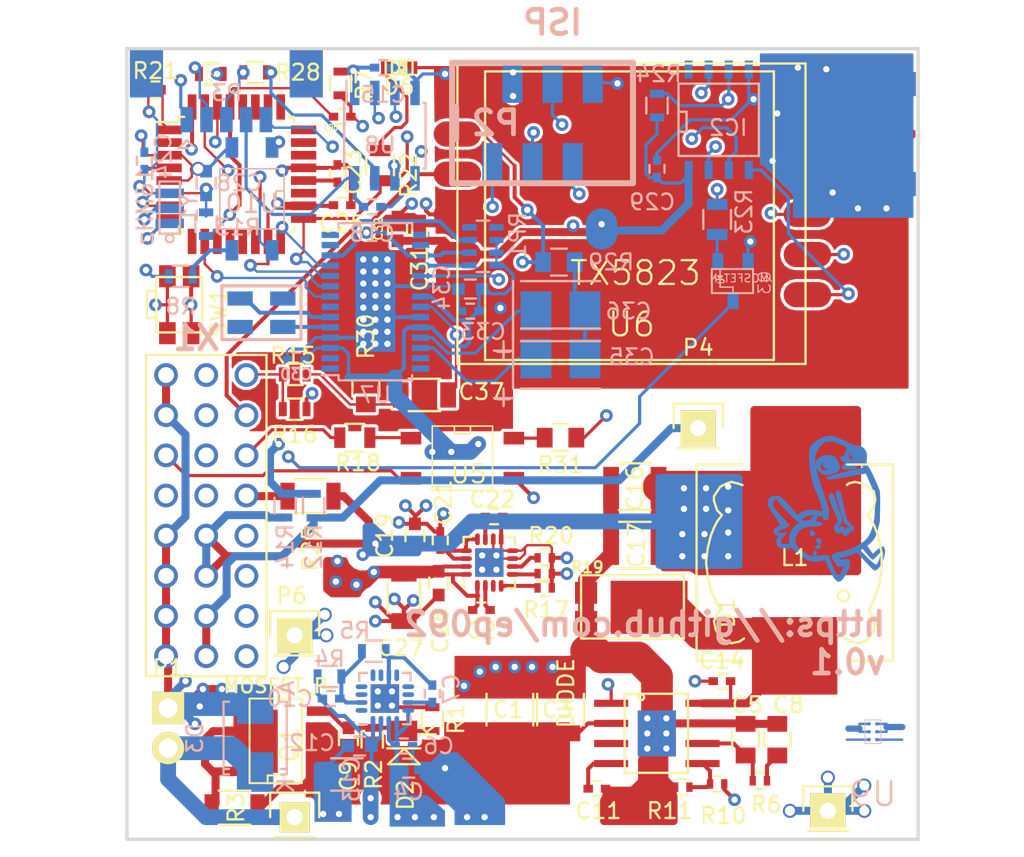
<source format=kicad_pcb>
(kicad_pcb (version 4) (host pcbnew "(2015-04-05 BZR 5577)-product")
  (layers (0 F.Cu signal) (1 GND signal hide) (2 Signal signal) (31 B.Cu signal) (34 B.Paste user) (35 F.Paste user) (36 B.SilkS user) (37 F.SilkS user) (38 B.Mask user) (39 F.Mask user) (44 Edge.Cuts user))
  (net 0 "")
  (net 1 /Akku+)
  (net 2 GND)
  (net 3 "Net-(C5-Pad1)")
  (net 4 "Net-(C8-Pad1)")
  (net 5 +5V)
  (net 6 /RESET)
  (net 7 /DTR)
  (net 8 "Net-(C22-Pad1)")
  (net 9 "Net-(C23-Pad1)")
  (net 10 +3.3V)
  (net 11 "Net-(R10-Pad2)")
  (net 12 +12V)
  (net 13 "Net-(R12-Pad2)")
  (net 14 /VIDEO_IN_OSD)
  (net 15 "Net-(R15-Pad2)")
  (net 16 /VIDEO_OUT_OSD)
  (net 17 "Net-(R17-Pad1)")
  (net 18 "Net-(R19-Pad1)")
  (net 19 "Net-(R20-Pad1)")
  (net 20 /PAL)
  (net 21 /RXI)
  (net 22 "Net-(IC1-Pad7)")
  (net 23 "Net-(IC1-Pad8)")
  (net 24 /MOSI)
  (net 25 /MISO)
  (net 26 /SCK)
  (net 27 /TXO)
  (net 28 /VSYNC)
  (net 29 "Net-(IC2-Pad2)")
  (net 30 "Net-(IC2-Pad3)")
  (net 31 /PWM_in)
  (net 32 "Net-(P3-Pad2)")
  (net 33 "Net-(P3-Pad3)")
  (net 34 "Net-(R18-Pad1)")
  (net 35 "Net-(D6-Pad1)")
  (net 36 "Net-(R28-Pad2)")
  (net 37 "Net-(R31-Pad2)")
  (net 38 "Net-(C35-Pad2)")
  (net 39 "Net-(IC2-Pad7)")
  (net 40 "Net-(IC2-Pad5)")
  (net 41 "Net-(C11-Pad1)")
  (net 42 "Net-(C14-Pad1)")
  (net 43 "Net-(C14-Pad2)")
  (net 44 /SSOSD-IN)
  (net 45 /LOS)
  (net 46 /HSYNC)
  (net 47 "Net-(R18-Pad2)")
  (net 48 /IR_LED+)
  (net 49 /AUDIO_IN_TX)
  (net 50 "Net-(U4-Pad7)")
  (net 51 "Net-(SMA_E1-Pad1)")
  (net 52 "Net-(U7-Pad5)")
  (net 53 "Net-(U7-Pad6)")
  (net 54 "Net-(C35-Pad1)")
  (net 55 "Net-(C36-Pad1)")
  (net 56 "Net-(C37-Pad2)")
  (net 57 "Net-(IC1-Pad2)")
  (net 58 "Net-(IC1-Pad9)")
  (net 59 "Net-(IC1-Pad11)")
  (net 60 "Net-(IC1-Pad12)")
  (net 61 "Net-(IC1-Pad13)")
  (net 62 "Net-(IC1-Pad14)")
  (net 63 "Net-(IC1-Pad19)")
  (net 64 "Net-(IC1-Pad22)")
  (net 65 "Net-(IC1-Pad23)")
  (net 66 "Net-(IC1-Pad24)")
  (net 67 "Net-(IC1-Pad25)")
  (net 68 "Net-(IC1-Pad26)")
  (net 69 "Net-(IC1-Pad27)")
  (net 70 "Net-(IC1-Pad28)")
  (net 71 "Net-(IC2-Pad1)")
  (net 72 "Net-(Q3-PadG)")
  (net 73 "Net-(RP1-Pad1)")
  (net 74 "Net-(RP1-Pad8)")
  (net 75 "Net-(U2-Pad3)")
  (net 76 "Net-(U3-Pad3)")
  (net 77 "Net-(U4-Pad5)")
  (net 78 "Net-(U4-Pad8)")
  (net 79 /IR_LED-)
  (net 80 "Net-(U4-Pad11)")
  (net 81 "Net-(U4-Pad15)")
  (net 82 "Net-(U4-Pad18)")
  (net 83 "Net-(U4-Pad21)")
  (net 84 "Net-(U4-Pad24)")
  (net 85 "Net-(U7-Pad1)")
  (net 86 "Net-(U7-Pad2)")
  (net 87 /CLKOUT)
  (net 88 "Net-(U7-Pad13)")
  (net 89 "Net-(U7-Pad14)")
  (net 90 "Net-(U7-Pad15)")
  (net 91 "Net-(U7-Pad16)")
  (net 92 "Net-(C2-Pad2)")
  (net 93 "Net-(U7-Pad27)")
  (net 94 "Net-(U7-Pad28)")
  (net 95 /Akku+_SS)
  (net 96 /5,2V)
  (net 97 "Net-(C7-Pad1)")
  (net 98 "Net-(C9-Pad1)")
  (net 99 "Net-(C10-Pad2)")
  (net 100 "Net-(U1-Pad3)")
  (net 101 "Net-(U1-Pad4)")
  (net 102 "Net-(U1-Pad5)")
  (net 103 "Net-(U1-Pad6)")
  (net 104 "Net-(U1-Pad8)")
  (net 105 "Net-(U1-Pad9)")
  (net 106 "Net-(U1-Pad10)")
  (net 107 "Net-(U1-Pad1)")
  (net 108 "Net-(U9-PadA2)")
  (net 109 "Net-(U9-PadA1)")
  (net 110 "Net-(U9-PadC1)")
  (net 111 "Net-(U9-PadC2)")
  (net 112 "Net-(P3-Pad1)")
  (net 113 "Net-(R8-Pad2)")
  (net 114 "Net-(R27-Pad2)")
  (net 115 "Net-(C18-Pad1)")
  (net 116 "Net-(C18-Pad2)")
  (module Connectors_Molex:Connector_Molex_PicoBlade_53261-0571 (layer B.Cu) (at 81.28 21.59)
    (fp_text reference P3 (at 0.02 1.21) (layer B.SilkS) (effects (justify mirror)))
    (fp_text value Mavlink)
    (pad 1 smd rect (at -2.5 2.9) (size 0.8 1.6) (layers B.Cu B.Paste B.Mask) (net 112 "Net-(P3-Pad1)"))
    (pad 2 smd rect (at -1.25 2.9) (size 0.8 1.6) (layers B.Cu B.Paste B.Mask) (net 32 "Net-(P3-Pad2)"))
    (pad 3 smd rect (at 0 2.9) (size 0.8 1.6) (layers B.Cu B.Paste B.Mask) (net 33 "Net-(P3-Pad3)"))
    (pad 4 smd rect (at 1.25 2.9) (size 0.8 1.6) (layers B.Cu B.Paste B.Mask) (net 115 "Net-(C18-Pad1)"))
    (pad 5 smd rect (at 2.5 2.9) (size 0.8 1.6) (layers B.Cu B.Paste B.Mask) (net 116 "Net-(C18-Pad2)"))
    (pad "" smd rect (at -5.05 0) (size 2.1 3) (layers B.Cu B.Paste B.Mask))
    (pad "" smd rect (at 5.05 0) (size 2.1 3) (layers B.Cu B.Paste B.Mask))
  )
  (module Choke_SMD:Choke_SMD_Wuerth-WE-PD-Typ-LS_Handsoldering (layer F.Cu) (at 117.2 52.5 90)
    (fp_text reference L1 (at 0.3 0 180) (layer F.SilkS))
    (fp_text value INDUCTOR)
    (pad 1 smd rect (at -5.90042 0 90) (size 4.89966 5.40004) (layers F.Cu F.Paste F.Mask) (net 42 "Net-(C14-Pad1)"))
    (pad 2 smd rect (at 5.90042 0 90) (size 4.89966 5.40004) (layers F.Cu F.Paste F.Mask) (net 96 /5,2V))
  )
  (module Socket_Strips:Socket_Strip_Angled_1x02 (layer F.Cu) (at 77.6 61.7 270)
    (fp_text reference P1 (at -2.54 0 360) (layer F.SilkS))
    (fp_text value Akku_in)
    (pad 1 thru_hole rect (at 0 0 270) (size 2.032 2.032) (drill 1.2) (layers *.Cu *.Mask F.SilkS) (net 2 GND))
    (pad 2 thru_hole oval (at 2.54 0 270) (size 2.032 2.032) (drill 1.2) (layers *.Cu *.Mask F.SilkS) (net 1 /Akku+))
  )
  (module toni:QFN-16-1EP_3x3mm_Pitch0.5mm (layer F.Cu) (at 97.9 52.5 90)
    (fp_text reference U3 hide)
    (fp_text value TPS7A7200RGT)
    (pad 1 smd oval (at -1.475 -0.75 90) (size 0.75 0.3) (layers F.Cu F.Paste F.Mask) (net 10 +3.3V))
    (pad 2 smd oval (at -1.475 -0.25 90) (size 0.75 0.3) (layers F.Cu F.Paste F.Mask) (net 92 "Net-(C2-Pad2)"))
    (pad 3 smd oval (at -1.475 0.25 90) (size 0.75 0.3) (layers F.Cu F.Paste F.Mask) (net 76 "Net-(U3-Pad3)"))
    (pad 4 smd oval (at -1.475 0.75 90) (size 0.75 0.3) (layers F.Cu F.Paste F.Mask) (net 17 "Net-(R17-Pad1)"))
    (pad 5 smd oval (at -0.75 1.475 180) (size 0.75 0.3) (layers F.Cu F.Paste F.Mask) (net 18 "Net-(R19-Pad1)"))
    (pad 6 smd oval (at -0.25 1.475 180) (size 0.75 0.3) (layers F.Cu F.Paste F.Mask) (net 19 "Net-(R20-Pad1)"))
    (pad 7 smd oval (at 0.25 1.475 180) (size 0.75 0.3) (layers F.Cu F.Paste F.Mask) (net 2 GND))
    (pad 8 smd oval (at 0.75 1.475 180) (size 0.75 0.3) (layers F.Cu F.Paste F.Mask) (net 2 GND))
    (pad 9 smd oval (at 1.475 0.75 90) (size 0.75 0.3) (layers F.Cu F.Paste F.Mask) (net 2 GND))
    (pad 10 smd oval (at 1.475 0.25 90) (size 0.75 0.3) (layers F.Cu F.Paste F.Mask) (net 2 GND))
    (pad 11 smd oval (at 1.475 -0.25 90) (size 0.75 0.3) (layers F.Cu F.Paste F.Mask) (net 8 "Net-(C22-Pad1)"))
    (pad 12 smd oval (at 1.475 -0.75 90) (size 0.75 0.3) (layers F.Cu F.Paste F.Mask) (net 96 /5,2V))
    (pad 13 smd oval (at 0.75 -1.475 180) (size 0.75 0.3) (layers F.Cu F.Paste F.Mask) (net 96 /5,2V))
    (pad 14 smd oval (at 0.25 -1.475 180) (size 0.75 0.3) (layers F.Cu F.Paste F.Mask) (net 96 /5,2V))
    (pad 15 smd oval (at -0.25 -1.475 180) (size 0.75 0.3) (layers F.Cu F.Paste F.Mask) (net 10 +3.3V))
    (pad 16 smd oval (at -0.75 -1.475 180) (size 0.75 0.3) (layers F.Cu F.Paste F.Mask) (net 10 +3.3V))
    (pad 17 thru_hole rect (at 0.45 0.45 90) (size 0.9 0.9) (drill 0.4) (layers *.Cu F.Mask) (net 2 GND))
    (pad 17 thru_hole rect (at 0.45 -0.45 90) (size 0.9 0.9) (drill 0.4) (layers *.Cu F.Mask) (net 2 GND))
    (pad 17 thru_hole rect (at -0.45 0.45 90) (size 0.9 0.9) (drill 0.4) (layers *.Cu F.Mask) (net 2 GND))
    (pad 17 thru_hole rect (at -0.45 -0.45 90) (size 0.9 0.9) (drill 0.4) (layers *.Cu F.Mask) (net 2 GND))
  )
  (module Capacitors_SMD:C_1210 (layer F.Cu) (at 99.2 61.8 90)
    (fp_text reference C1 (at 0 -0.1 180) (layer F.SilkS))
    (fp_text value Cin)
    (pad 1 smd rect (at -1.5 0 90) (size 1 2.5) (layers F.Cu F.Paste F.Mask) (net 95 /Akku+_SS))
    (pad 2 smd rect (at 1.5 0 90) (size 1 2.5) (layers F.Cu F.Paste F.Mask) (net 2 GND))
  )
  (module Capacitors_SMD:C_1210 (layer F.Cu) (at 102.4 61.8 90)
    (fp_text reference C3 (at 0 -0.2 180) (layer F.SilkS))
    (fp_text value Cin)
    (pad 1 smd rect (at -1.5 0 90) (size 1 2.5) (layers F.Cu F.Paste F.Mask) (net 95 /Akku+_SS))
    (pad 2 smd rect (at 1.5 0 90) (size 1 2.5) (layers F.Cu F.Paste F.Mask) (net 2 GND))
  )
  (module Capacitors_SMD:C_0805 (layer F.Cu) (at 114.1 63.7 90)
    (fp_text reference C5 (at 2.2 0.1 180) (layer F.SilkS))
    (fp_text value Ccomp2)
    (pad 1 smd rect (at -1 0 90) (size 1 1.25) (layers F.Cu F.Paste F.Mask) (net 3 "Net-(C5-Pad1)"))
    (pad 2 smd rect (at 1 0 90) (size 1 1.25) (layers F.Cu F.Paste F.Mask) (net 2 GND))
  )
  (module Capacitors_SMD:C_0805 (layer F.Cu) (at 116.1 63.7 90)
    (fp_text reference C8 (at 2.2 0.7 180) (layer F.SilkS))
    (fp_text value Ccomp)
    (pad 1 smd rect (at -1 0 90) (size 1 1.25) (layers F.Cu F.Paste F.Mask) (net 4 "Net-(C8-Pad1)"))
    (pad 2 smd rect (at 1 0 90) (size 1 1.25) (layers F.Cu F.Paste F.Mask) (net 2 GND))
  )
  (module Capacitors_SMD:C_0402 (layer F.Cu) (at 104.7 66.8)
    (fp_text reference C11 (at 0.1 1.4) (layer F.SilkS))
    (fp_text value 10nF)
    (pad 1 smd rect (at -0.55 0) (size 0.6 0.5) (layers F.Cu F.Paste F.Mask) (net 41 "Net-(C11-Pad1)"))
    (pad 2 smd rect (at 0.55 0) (size 0.6 0.5) (layers F.Cu F.Paste F.Mask) (net 2 GND))
  )
  (module Capacitors_SMD:C_0402 (layer F.Cu) (at 112.6 60 180)
    (fp_text reference C14 (at 0 1.3 180) (layer F.SilkS))
    (fp_text value Cboot)
    (pad 1 smd rect (at -0.55 0 180) (size 0.6 0.5) (layers F.Cu F.Paste F.Mask) (net 42 "Net-(C14-Pad1)"))
    (pad 2 smd rect (at 0.55 0 180) (size 0.6 0.5) (layers F.Cu F.Paste F.Mask) (net 43 "Net-(C14-Pad2)"))
  )
  (module Capacitors_SMD:C_1210 (layer F.Cu) (at 107.1 47.7 180)
    (fp_text reference C16 (at 0 -0.1 270) (layer F.SilkS))
    (fp_text value Cout)
    (pad 1 smd rect (at -1.5 0 180) (size 1 2.5) (layers F.Cu F.Paste F.Mask) (net 96 /5,2V))
    (pad 2 smd rect (at 1.5 0 180) (size 1 2.5) (layers F.Cu F.Paste F.Mask) (net 2 GND))
  )
  (module Capacitors_SMD:C_1210 (layer F.Cu) (at 107.1 51.4 180)
    (fp_text reference C17 (at -0.1 0 270) (layer F.SilkS))
    (fp_text value Cout)
    (pad 1 smd rect (at -1.5 0 180) (size 1 2.5) (layers F.Cu F.Paste F.Mask) (net 96 /5,2V))
    (pad 2 smd rect (at 1.5 0 180) (size 1 2.5) (layers F.Cu F.Paste F.Mask) (net 2 GND))
  )
  (module Capacitors_SMD:C_0603 (layer F.Cu) (at 93.2 50.8 90)
    (fp_text reference C19 (at 0 -1.9 90) (layer F.SilkS))
    (fp_text value 1uF)
    (pad 1 smd rect (at -0.75 0 90) (size 0.8 0.75) (layers F.Cu F.Paste F.Mask) (net 96 /5,2V))
    (pad 2 smd rect (at 0.75 0 90) (size 0.8 0.75) (layers F.Cu F.Paste F.Mask) (net 2 GND))
  )
  (module Capacitors_SMD:C_0402 (layer F.Cu) (at 88.6 24.3)
    (fp_text reference C20 (at -0.7 0.7 180) (layer F.SilkS) (effects (font (size 0.4 0.3) (thickness 0.07))))
    (fp_text value 100nF)
    (pad 1 smd rect (at -0.55 0) (size 0.6 0.5) (layers F.Cu F.Paste F.Mask) (net 6 /RESET))
    (pad 2 smd rect (at 0.55 0) (size 0.6 0.5) (layers F.Cu F.Paste F.Mask) (net 7 /DTR))
  )
  (module Capacitors_SMD:C_0402 (layer F.Cu) (at 94.8 51.1 90)
    (fp_text reference C21 (at 2.4 0.2 90) (layer F.SilkS))
    (fp_text value 100nF)
    (pad 1 smd rect (at -0.55 0 90) (size 0.6 0.5) (layers F.Cu F.Paste F.Mask) (net 96 /5,2V))
    (pad 2 smd rect (at 0.55 0 90) (size 0.6 0.5) (layers F.Cu F.Paste F.Mask) (net 2 GND))
  )
  (module Capacitors_SMD:C_0402 (layer F.Cu) (at 98.2 49.6)
    (fp_text reference C22 (at -0.1 -1.1) (layer F.SilkS))
    (fp_text value 100nF)
    (pad 1 smd rect (at -0.55 0) (size 0.6 0.5) (layers F.Cu F.Paste F.Mask) (net 8 "Net-(C22-Pad1)"))
    (pad 2 smd rect (at 0.55 0) (size 0.6 0.5) (layers F.Cu F.Paste F.Mask) (net 2 GND))
  )
  (module Capacitors_SMD:C_0402 (layer F.Cu) (at 88.3 27.9 90)
    (fp_text reference C23 (at 0.1 1 90) (layer F.SilkS))
    (fp_text value 100nF)
    (pad 1 smd rect (at -0.55 0 90) (size 0.6 0.5) (layers F.Cu F.Paste F.Mask) (net 9 "Net-(C23-Pad1)"))
    (pad 2 smd rect (at 0.55 0 90) (size 0.6 0.5) (layers F.Cu F.Paste F.Mask) (net 2 GND))
  )
  (module Capacitors_SMD:C_0402 (layer B.Cu) (at 76.1 27.1 90)
    (fp_text reference C24 (at 0.3 1.2 90) (layer B.SilkS) (effects (justify mirror)))
    (fp_text value 100nF)
    (pad 1 smd rect (at -0.55 0 90) (size 0.6 0.5) (layers B.Cu B.Paste B.Mask) (net 5 +5V))
    (pad 2 smd rect (at 0.55 0 90) (size 0.6 0.5) (layers B.Cu B.Paste B.Mask) (net 2 GND))
  )
  (module Capacitors_SMD:C_0402 (layer F.Cu) (at 88.6 29.9)
    (fp_text reference C25 (at 0 1.2) (layer F.SilkS))
    (fp_text value 100nF)
    (pad 1 smd rect (at -0.55 0) (size 0.6 0.5) (layers F.Cu F.Paste F.Mask) (net 5 +5V))
    (pad 2 smd rect (at 0.55 0) (size 0.6 0.5) (layers F.Cu F.Paste F.Mask) (net 2 GND))
  )
  (module Capacitors_SMD:C_0603 (layer F.Cu) (at 94.7 53.8 270)
    (fp_text reference C26 (at 3 -0.1 270) (layer F.SilkS))
    (fp_text value 1uF)
    (pad 1 smd rect (at -0.75 0 270) (size 0.8 0.75) (layers F.Cu F.Paste F.Mask) (net 10 +3.3V))
    (pad 2 smd rect (at 0.75 0 270) (size 0.8 0.75) (layers F.Cu F.Paste F.Mask) (net 2 GND))
  )
  (module Capacitors_SMD:C_1206 (layer F.Cu) (at 92.5 54.7 270)
    (fp_text reference C27 (at 3.2 0.2 360) (layer F.SilkS))
    (fp_text value 10uF)
    (pad 1 smd rect (at -1.5 0 270) (size 1 1.6) (layers F.Cu F.Paste F.Mask) (net 10 +3.3V))
    (pad 2 smd rect (at 1.5 0 270) (size 1 1.6) (layers F.Cu F.Paste F.Mask) (net 2 GND))
  )
  (module Capacitors_SMD:C_0603 (layer B.Cu) (at 80 28.5 90)
    (fp_text reference C28 (at 0 2.1 360) (layer B.SilkS) (effects (justify mirror)))
    (fp_text value 1uF)
    (pad 1 smd rect (at -0.75 0 90) (size 0.8 0.75) (layers B.Cu B.Paste B.Mask) (net 5 +5V))
    (pad 2 smd rect (at 0.75 0 90) (size 0.8 0.75) (layers B.Cu B.Paste B.Mask) (net 2 GND))
  )
  (module Capacitors_SMD:C_0402 (layer B.Cu) (at 108.5 27.6 90)
    (fp_text reference C29 (at -2.1 -0.3 180) (layer B.SilkS) (effects (justify mirror)))
    (fp_text value 100nF)
    (pad 1 smd rect (at -0.55 0 90) (size 0.6 0.5) (layers B.Cu B.Paste B.Mask) (net 10 +3.3V))
    (pad 2 smd rect (at 0.55 0 90) (size 0.6 0.5) (layers B.Cu B.Paste B.Mask) (net 2 GND))
  )
  (module Capacitors_SMD:C_0402 (layer B.Cu) (at 85.7 39.7 180)
    (fp_text reference C30 (at 0 -0.9 180) (layer B.SilkS) (effects (font (size 0.7 0.7)) (justify mirror)))
    (fp_text value 100nF)
    (pad 1 smd rect (at -0.55 0 180) (size 0.6 0.5) (layers B.Cu B.Paste B.Mask) (net 5 +5V))
    (pad 2 smd rect (at 0.55 0 180) (size 0.6 0.5) (layers B.Cu B.Paste B.Mask) (net 2 GND))
  )
  (module Capacitors_SMD:C_0402 (layer F.Cu) (at 93.5 31.6 90)
    (fp_text reference C31 (at -2.3 0 90) (layer F.SilkS))
    (fp_text value 100nF)
    (pad 1 smd rect (at -0.55 0 90) (size 0.6 0.5) (layers F.Cu F.Paste F.Mask) (net 10 +3.3V))
    (pad 2 smd rect (at 0.55 0 90) (size 0.6 0.5) (layers F.Cu F.Paste F.Mask) (net 2 GND))
  )
  (module Capacitors_SMD:C_0603 (layer F.Cu) (at 92.1 31.4 90)
    (fp_text reference C32 (at 0 -1.2 90) (layer F.SilkS) (effects (font (size 0.5 0.5) (thickness 0.1))))
    (fp_text value 1uF)
    (pad 1 smd rect (at -0.75 0 90) (size 0.8 0.75) (layers F.Cu F.Paste F.Mask) (net 10 +3.3V))
    (pad 2 smd rect (at 0.75 0 90) (size 0.8 0.75) (layers F.Cu F.Paste F.Mask) (net 2 GND))
  )
  (module Capacitors_SMD:C_0402 (layer B.Cu) (at 96.7 36.6 180)
    (fp_text reference C33 (at -0.8 -1.3 180) (layer B.SilkS) (effects (justify mirror)))
    (fp_text value 100nF)
    (pad 1 smd rect (at -0.55 0 180) (size 0.6 0.5) (layers B.Cu B.Paste B.Mask) (net 5 +5V))
    (pad 2 smd rect (at 0.55 0 180) (size 0.6 0.5) (layers B.Cu B.Paste B.Mask) (net 2 GND))
  )
  (module Capacitors_SMD:C_0603 (layer B.Cu) (at 96.7 35.2 180)
    (fp_text reference C34 (at 1.8 0.1 270) (layer B.SilkS) (effects (justify mirror)))
    (fp_text value 1uF)
    (pad 1 smd rect (at -0.75 0 180) (size 0.8 0.75) (layers B.Cu B.Paste B.Mask) (net 5 +5V))
    (pad 2 smd rect (at 0.75 0 180) (size 0.8 0.75) (layers B.Cu B.Paste B.Mask) (net 2 GND))
  )
  (module Resistors_SMD:R_0402 (layer F.Cu) (at 115 66.3)
    (fp_text reference R6 (at 0.4 1.5) (layer F.SilkS))
    (fp_text value Rcomp)
    (pad 1 smd rect (at -0.45 0) (size 0.4 0.6) (layers F.Cu F.Paste F.Mask) (net 3 "Net-(C5-Pad1)"))
    (pad 2 smd rect (at 0.45 0) (size 0.4 0.6) (layers F.Cu F.Paste F.Mask) (net 4 "Net-(C8-Pad1)"))
  )
  (module Resistors_SMD:R_0402 (layer F.Cu) (at 112.3 66.5 180)
    (fp_text reference R10 (at -0.4 -2 180) (layer F.SilkS))
    (fp_text value Rfbt)
    (pad 1 smd rect (at -0.45 0 180) (size 0.4 0.6) (layers F.Cu F.Paste F.Mask) (net 96 /5,2V))
    (pad 2 smd rect (at 0.45 0 180) (size 0.4 0.6) (layers F.Cu F.Paste F.Mask) (net 11 "Net-(R10-Pad2)"))
  )
  (module Resistors_SMD:R_0402 (layer F.Cu) (at 110.1 66.7 180)
    (fp_text reference R11 (at 0.8 -1.5 180) (layer F.SilkS))
    (fp_text value Rfbb)
    (pad 1 smd rect (at -0.45 0 180) (size 0.4 0.6) (layers F.Cu F.Paste F.Mask) (net 11 "Net-(R10-Pad2)"))
    (pad 2 smd rect (at 0.45 0 180) (size 0.4 0.6) (layers F.Cu F.Paste F.Mask) (net 2 GND))
  )
  (module Resistors_SMD:R_0603 (layer B.Cu) (at 86.8 48.9 90)
    (fp_text reference R12 (at -2.6 0 90) (layer B.SilkS) (effects (justify mirror)))
    (fp_text value open)
    (pad 1 smd rect (at -0.75 0 90) (size 0.5 0.9) (layers B.Cu B.Paste B.Mask) (net 12 +12V))
    (pad 2 smd rect (at 0.75 0 90) (size 0.5 0.9) (layers B.Cu B.Paste B.Mask) (net 13 "Net-(R12-Pad2)"))
  )
  (module Resistors_SMD:R_0603 (layer B.Cu) (at 85 48.9 90)
    (fp_text reference R14 (at -2.6 0 90) (layer B.SilkS) (effects (justify mirror)))
    (fp_text value open)
    (pad 1 smd rect (at -0.75 0 90) (size 0.5 0.9) (layers B.Cu B.Paste B.Mask) (net 96 /5,2V))
    (pad 2 smd rect (at 0.75 0 90) (size 0.5 0.9) (layers B.Cu B.Paste B.Mask) (net 13 "Net-(R12-Pad2)"))
  )
  (module Resistors_SMD:R_0603 (layer F.Cu) (at 85.6 40.6 180)
    (fp_text reference R15 (at 0.1 1.2 180) (layer F.SilkS))
    (fp_text value 0R)
    (pad 1 smd rect (at -0.75 0 180) (size 0.5 0.9) (layers F.Cu F.Paste F.Mask) (net 14 /VIDEO_IN_OSD))
    (pad 2 smd rect (at 0.75 0 180) (size 0.5 0.9) (layers F.Cu F.Paste F.Mask) (net 15 "Net-(R15-Pad2)"))
  )
  (module Resistors_SMD:R_0603 (layer F.Cu) (at 85.6 42.8 180)
    (fp_text reference R16 (at 0 -1.6 180) (layer F.SilkS))
    (fp_text value open)
    (pad 1 smd rect (at -0.75 0 180) (size 0.5 0.9) (layers F.Cu F.Paste F.Mask) (net 16 /VIDEO_OUT_OSD))
    (pad 2 smd rect (at 0.75 0 180) (size 0.5 0.9) (layers F.Cu F.Paste F.Mask) (net 15 "Net-(R15-Pad2)"))
  )
  (module Resistors_SMD:R_0402 (layer F.Cu) (at 101.4 54.1)
    (fp_text reference R17 (at 0.1 1.4) (layer F.SilkS))
    (fp_text value open)
    (pad 1 smd rect (at -0.45 0) (size 0.4 0.6) (layers F.Cu F.Paste F.Mask) (net 17 "Net-(R17-Pad1)"))
    (pad 2 smd rect (at 0.45 0) (size 0.4 0.6) (layers F.Cu F.Paste F.Mask) (net 2 GND))
  )
  (module Resistors_SMD:R_0402 (layer F.Cu) (at 101.4 53.2)
    (fp_text reference R19 (at 2.7 -0.4) (layer F.SilkS) (effects (font (size 0.7 0.7))))
    (fp_text value open)
    (pad 1 smd rect (at -0.45 0) (size 0.4 0.6) (layers F.Cu F.Paste F.Mask) (net 18 "Net-(R19-Pad1)"))
    (pad 2 smd rect (at 0.45 0) (size 0.4 0.6) (layers F.Cu F.Paste F.Mask) (net 2 GND))
  )
  (module Resistors_SMD:R_0402 (layer F.Cu) (at 101.4 52.2)
    (fp_text reference R20 (at 0.4 -1.4) (layer F.SilkS))
    (fp_text value open)
    (pad 1 smd rect (at -0.45 0) (size 0.4 0.6) (layers F.Cu F.Paste F.Mask) (net 19 "Net-(R20-Pad1)"))
    (pad 2 smd rect (at 0.45 0) (size 0.4 0.6) (layers F.Cu F.Paste F.Mask) (net 2 GND))
  )
  (module Resistors_SMD:R_0402 (layer F.Cu) (at 76.8 22.6)
    (fp_text reference R21 (at 0 -1.2) (layer F.SilkS))
    (fp_text value open)
    (pad 1 smd rect (at -0.45 0) (size 0.4 0.6) (layers F.Cu F.Paste F.Mask) (net 5 +5V))
    (pad 2 smd rect (at 0.45 0) (size 0.4 0.6) (layers F.Cu F.Paste F.Mask) (net 20 /PAL))
  )
  (module Resistors_SMD:R_1206 (layer F.Cu) (at 86.6 48.3 180)
    (fp_text reference R25 (at 0 -3.3 270) (layer F.SilkS))
    (fp_text value 100)
    (pad 1 smd rect (at -1.45 0 180) (size 0.9 1.7) (layers F.Cu F.Paste F.Mask) (net 96 /5,2V))
    (pad 2 smd rect (at 1.45 0 180) (size 0.9 1.7) (layers F.Cu F.Paste F.Mask) (net 48 /IR_LED+))
  )
  (module Housings_QFP:TQFP-32_7x7mm_Pitch0.8mm (layer F.Cu) (at 81.915 27.94)
    (fp_text reference IC1 hide)
    (fp_text value ATMEGA328P-A)
    (pad 1 smd rect (at -4.25 -2.8) (size 1.6 0.55) (layers F.Cu F.Paste F.Mask) (net 20 /PAL))
    (pad 2 smd rect (at -4.25 -2) (size 1.6 0.55) (layers F.Cu F.Paste F.Mask) (net 57 "Net-(IC1-Pad2)"))
    (pad 3 smd rect (at -4.25 -1.2) (size 1.6 0.55) (layers F.Cu F.Paste F.Mask) (net 2 GND))
    (pad 4 smd rect (at -4.25 -0.4) (size 1.6 0.55) (layers F.Cu F.Paste F.Mask) (net 5 +5V))
    (pad 5 smd rect (at -4.25 0.4) (size 1.6 0.55) (layers F.Cu F.Paste F.Mask) (net 2 GND))
    (pad 6 smd rect (at -4.25 1.2) (size 1.6 0.55) (layers F.Cu F.Paste F.Mask) (net 5 +5V))
    (pad 7 smd rect (at -4.25 2) (size 1.6 0.55) (layers F.Cu F.Paste F.Mask) (net 22 "Net-(IC1-Pad7)"))
    (pad 8 smd rect (at -4.25 2.8) (size 1.6 0.55) (layers F.Cu F.Paste F.Mask) (net 23 "Net-(IC1-Pad8)"))
    (pad 9 smd rect (at -2.8 4.25 90) (size 1.6 0.55) (layers F.Cu F.Paste F.Mask) (net 58 "Net-(IC1-Pad9)"))
    (pad 10 smd rect (at -2 4.25 90) (size 1.6 0.55) (layers F.Cu F.Paste F.Mask) (net 44 /SSOSD-IN))
    (pad 11 smd rect (at -1.2 4.25 90) (size 1.6 0.55) (layers F.Cu F.Paste F.Mask) (net 59 "Net-(IC1-Pad11)"))
    (pad 12 smd rect (at -0.4 4.25 90) (size 1.6 0.55) (layers F.Cu F.Paste F.Mask) (net 60 "Net-(IC1-Pad12)"))
    (pad 13 smd rect (at 0.4 4.25 90) (size 1.6 0.55) (layers F.Cu F.Paste F.Mask) (net 61 "Net-(IC1-Pad13)"))
    (pad 14 smd rect (at 1.2 4.25 90) (size 1.6 0.55) (layers F.Cu F.Paste F.Mask) (net 62 "Net-(IC1-Pad14)"))
    (pad 15 smd rect (at 2 4.25 90) (size 1.6 0.55) (layers F.Cu F.Paste F.Mask) (net 24 /MOSI))
    (pad 16 smd rect (at 2.8 4.25 90) (size 1.6 0.55) (layers F.Cu F.Paste F.Mask) (net 25 /MISO))
    (pad 17 smd rect (at 4.25 2.8) (size 1.6 0.55) (layers F.Cu F.Paste F.Mask) (net 26 /SCK))
    (pad 18 smd rect (at 4.25 2) (size 1.6 0.55) (layers F.Cu F.Paste F.Mask) (net 5 +5V))
    (pad 19 smd rect (at 4.25 1.2) (size 1.6 0.55) (layers F.Cu F.Paste F.Mask) (net 63 "Net-(IC1-Pad19)"))
    (pad 20 smd rect (at 4.25 0.4) (size 1.6 0.55) (layers F.Cu F.Paste F.Mask) (net 9 "Net-(C23-Pad1)"))
    (pad 21 smd rect (at 4.25 -0.4) (size 1.6 0.55) (layers F.Cu F.Paste F.Mask) (net 2 GND))
    (pad 22 smd rect (at 4.25 -1.2) (size 1.6 0.55) (layers F.Cu F.Paste F.Mask) (net 64 "Net-(IC1-Pad22)"))
    (pad 23 smd rect (at 4.25 -2) (size 1.6 0.55) (layers F.Cu F.Paste F.Mask) (net 65 "Net-(IC1-Pad23)"))
    (pad 24 smd rect (at 4.25 -2.8) (size 1.6 0.55) (layers F.Cu F.Paste F.Mask) (net 66 "Net-(IC1-Pad24)"))
    (pad 25 smd rect (at 2.8 -4.25 90) (size 1.6 0.55) (layers F.Cu F.Paste F.Mask) (net 67 "Net-(IC1-Pad25)"))
    (pad 26 smd rect (at 2 -4.25 90) (size 1.6 0.55) (layers F.Cu F.Paste F.Mask) (net 68 "Net-(IC1-Pad26)"))
    (pad 27 smd rect (at 1.2 -4.25 90) (size 1.6 0.55) (layers F.Cu F.Paste F.Mask) (net 69 "Net-(IC1-Pad27)"))
    (pad 28 smd rect (at 0.4 -4.25 90) (size 1.6 0.55) (layers F.Cu F.Paste F.Mask) (net 70 "Net-(IC1-Pad28)"))
    (pad 29 smd rect (at -0.4 -4.25 90) (size 1.6 0.55) (layers F.Cu F.Paste F.Mask) (net 6 /RESET))
    (pad 30 smd rect (at -1.2 -4.25 90) (size 1.6 0.55) (layers F.Cu F.Paste F.Mask) (net 21 /RXI))
    (pad 31 smd rect (at -2 -4.25 90) (size 1.6 0.55) (layers F.Cu F.Paste F.Mask) (net 27 /TXO))
    (pad 32 smd rect (at -2.8 -4.25 90) (size 1.6 0.55) (layers F.Cu F.Paste F.Mask) (net 28 /VSYNC))
  )
  (module Capacitors_SMD:C_1206 (layer F.Cu) (at 93.8 41.9)
    (fp_text reference C37 (at 3.6 -0.2) (layer F.SilkS))
    (fp_text value 100nF/NP0)
    (pad 1 smd rect (at -1.5 0) (size 1 1.6) (layers F.Cu F.Paste F.Mask) (net 14 /VIDEO_IN_OSD))
    (pad 2 smd rect (at 1.5 0) (size 1 1.6) (layers F.Cu F.Paste F.Mask) (net 56 "Net-(C37-Pad2)"))
  )
  (module toni:micro_match3x2 (layer B.Cu) (at 101.9 24.7)
    (fp_text reference P2 (at -3.6 0) (layer B.SilkS) (effects (font (thickness 0.3048)) (justify mirror)))
    (fp_text value ISP (at 0 -6.35) (layer B.SilkS) (effects (font (thickness 0.3048)) (justify mirror)))
    (pad 1 smd rect (at -3.81 2.54) (size 1.27 2.54) (layers B.Cu B.Paste B.Mask) (net 25 /MISO))
    (pad 2 smd rect (at -2.54 -2.54) (size 1.27 2.54) (layers B.Cu B.Paste B.Mask) (net 5 +5V))
    (pad 3 smd rect (at -1.27 2.54) (size 1.27 2.54) (layers B.Cu B.Paste B.Mask) (net 26 /SCK))
    (pad 4 smd rect (at 0 -2.54) (size 1.27 2.54) (layers B.Cu B.Paste B.Mask) (net 24 /MOSI))
    (pad 5 smd rect (at 1.27 2.54) (size 1.27 2.54) (layers B.Cu B.Paste B.Mask) (net 6 /RESET))
    (pad 6 smd rect (at 2.54 -2.54) (size 1.27 2.54) (layers B.Cu B.Paste B.Mask) (net 2 GND))
  )
  (module Resistors_SMD:R_0603 (layer B.Cu) (at 80 31.1 270)
    (fp_text reference R13 (at 0.2 -2 360) (layer B.SilkS) (effects (justify mirror)))
    (fp_text value 10k)
    (pad 1 smd rect (at -0.75 0 270) (size 0.5 0.9) (layers B.Cu B.Paste B.Mask) (net 5 +5V))
    (pad 2 smd rect (at 0.75 0 270) (size 0.5 0.9) (layers B.Cu B.Paste B.Mask) (net 6 /RESET))
  )
  (module Resistors_SMD:R_0805 (layer F.Cu) (at 89.4 44.6 180)
    (fp_text reference R18 (at -0.2 -1.6 180) (layer F.SilkS))
    (fp_text value 300R)
    (pad 1 smd rect (at -0.95 0 180) (size 0.7 1.3) (layers F.Cu F.Paste F.Mask) (net 34 "Net-(R18-Pad1)"))
    (pad 2 smd rect (at 0.95 0 180) (size 0.7 1.3) (layers F.Cu F.Paste F.Mask) (net 47 "Net-(R18-Pad2)"))
  )
  (module Resistors_SMD:R_0805 (layer F.Cu) (at 91 27.4 90)
    (fp_text reference R22 (at -0.6 1.8 90) (layer F.SilkS))
    (fp_text value 330)
    (pad 1 smd rect (at -0.95 0 90) (size 0.7 1.3) (layers F.Cu F.Paste F.Mask) (net 26 /SCK))
    (pad 2 smd rect (at 0.95 0 90) (size 0.7 1.3) (layers F.Cu F.Paste F.Mask) (net 35 "Net-(D6-Pad1)"))
  )
  (module Resistors_SMD:R_0805 (layer B.Cu) (at 112.3 30.8 270)
    (fp_text reference R23 (at -0.5 -1.7 450) (layer B.SilkS) (effects (justify mirror)))
    (fp_text value 10)
    (pad 1 smd rect (at -0.95 0 270) (size 0.7 1.3) (layers B.Cu B.Paste B.Mask) (net 29 "Net-(IC2-Pad2)"))
    (pad 2 smd rect (at 0.95 0 270) (size 0.7 1.3) (layers B.Cu B.Paste B.Mask) (net 72 "Net-(Q3-PadG)"))
  )
  (module Resistors_SMD:R_0603 (layer B.Cu) (at 108.5 23.6 90)
    (fp_text reference R24 (at 2 0.1 180) (layer B.SilkS) (effects (justify mirror)))
    (fp_text value 10k)
    (pad 1 smd rect (at -0.75 0 90) (size 0.5 0.9) (layers B.Cu B.Paste B.Mask) (net 10 +3.3V))
    (pad 2 smd rect (at 0.75 0 90) (size 0.5 0.9) (layers B.Cu B.Paste B.Mask) (net 30 "Net-(IC2-Pad3)"))
  )
  (module Resistors_SMD:R_0603 (layer F.Cu) (at 80.3 21.6)
    (fp_text reference R27 (at 0 0 90) (layer F.SilkS) (effects (font (size 0.5 0.5) (thickness 0.05))))
    (fp_text value 1k)
    (pad 1 smd rect (at -0.75 0) (size 0.5 0.9) (layers F.Cu F.Paste F.Mask) (net 32 "Net-(P3-Pad2)"))
    (pad 2 smd rect (at 0.75 0) (size 0.5 0.9) (layers F.Cu F.Paste F.Mask) (net 114 "Net-(R27-Pad2)"))
  )
  (module Resistors_SMD:R_0603 (layer F.Cu) (at 83.1 21.5)
    (fp_text reference R28 (at 2.7 0) (layer F.SilkS))
    (fp_text value 1k)
    (pad 1 smd rect (at -0.75 0) (size 0.5 0.9) (layers F.Cu F.Paste F.Mask) (net 33 "Net-(P3-Pad3)"))
    (pad 2 smd rect (at 0.75 0) (size 0.5 0.9) (layers F.Cu F.Paste F.Mask) (net 36 "Net-(R28-Pad2)"))
  )
  (module Capacitors_SMD:C_0805 (layer B.Cu) (at 102.3 33.5)
    (fp_text reference R29 (at 3.3 0) (layer B.SilkS) (effects (justify mirror)))
    (fp_text value 75)
    (pad 1 smd rect (at -1 0) (size 1 1.25) (layers B.Cu B.Paste B.Mask) (net 16 /VIDEO_OUT_OSD))
    (pad 2 smd rect (at 1 0) (size 1 1.25) (layers B.Cu B.Paste B.Mask) (net 38 "Net-(C35-Pad2)"))
  )
  (module Capacitors_SMD:C_0805 (layer F.Cu) (at 90.1 41.5 90)
    (fp_text reference R30 (at 3.3 0 90) (layer F.SilkS))
    (fp_text value 75)
    (pad 1 smd rect (at -1 0 90) (size 1 1.25) (layers F.Cu F.Paste F.Mask) (net 14 /VIDEO_IN_OSD))
    (pad 2 smd rect (at 1 0 90) (size 1 1.25) (layers F.Cu F.Paste F.Mask) (net 2 GND))
  )
  (module Capacitors_SMD:C_0805 (layer F.Cu) (at 102.4 44.6 180)
    (fp_text reference R31 (at 0 -1.7 180) (layer F.SilkS))
    (fp_text value 300R)
    (pad 1 smd rect (at -1 0 180) (size 1 1.25) (layers F.Cu F.Paste F.Mask) (net 31 /PWM_in))
    (pad 2 smd rect (at 1 0 180) (size 1 1.25) (layers F.Cu F.Paste F.Mask) (net 37 "Net-(R31-Pad2)"))
  )
  (module Resistors_SMD:R_Array_Concave_4x0603 (layer B.Cu) (at 97.5 32.5 180)
    (fp_text reference RP1 (at -2.2 0.7 270) (layer B.SilkS) (effects (justify mirror)))
    (fp_text value 1k)
    (pad 2 smd rect (at -0.85 0.4 180) (size 0.9 0.4) (layers B.Cu B.Paste B.Mask) (net 5 +5V))
    (pad 3 smd rect (at -0.85 -0.4 180) (size 0.9 0.4) (layers B.Cu B.Paste B.Mask) (net 5 +5V))
    (pad 1 smd rect (at -0.85 1.2 180) (size 0.9 0.4) (layers B.Cu B.Paste B.Mask) (net 73 "Net-(RP1-Pad1)"))
    (pad 4 smd rect (at -0.85 -1.2 180) (size 0.9 0.4) (layers B.Cu B.Paste B.Mask) (net 5 +5V))
    (pad 8 smd rect (at 0.85 1.2 180) (size 0.9 0.4) (layers B.Cu B.Paste B.Mask) (net 74 "Net-(RP1-Pad8)"))
    (pad 7 smd rect (at 0.85 0.4 180) (size 0.9 0.4) (layers B.Cu B.Paste B.Mask) (net 45 /LOS))
    (pad 6 smd rect (at 0.85 -0.4 180) (size 0.9 0.4) (layers B.Cu B.Paste B.Mask) (net 28 /VSYNC))
    (pad 5 smd rect (at 0.85 -1.2 180) (size 0.9 0.4) (layers B.Cu B.Paste B.Mask) (net 46 /HSYNC))
  )
  (module toni:SO-4 (layer F.Cu) (at 96.2 45.9 270)
    (fp_text reference U5 (at 1 -0.4 360) (layer F.SilkS) (effects (font (size 1.143 1.143) (thickness 0.1524))))
    (fp_text value OPTO-TRANSISTOR4 hide)
    (pad 2 smd rect (at 1.27 3.2512 270) (size 0.8001 1.30048) (layers F.Cu F.Paste F.Mask) (net 50 "Net-(U4-Pad7)"))
    (pad 1 smd rect (at -1.27 3.2512 270) (size 0.8001 1.30048) (layers F.Cu F.Paste F.Mask) (net 34 "Net-(R18-Pad1)"))
    (pad 4 smd rect (at -1.27 -3.2512 270) (size 0.8001 1.30048) (layers F.Cu F.Paste F.Mask) (net 37 "Net-(R31-Pad2)"))
    (pad 3 smd rect (at 1.27 -3.2512 270) (size 0.8001 1.30048) (layers F.Cu F.Paste F.Mask) (net 2 GND))
  )
  (module toni:CerOsc_3,2x1,3 (layer B.Cu) (at 77.7 30.1 90)
    (fp_text reference Y1 (at 0 1.25 90) (layer B.SilkS) (effects (justify mirror)))
    (fp_text value 16MHz (at 0.15 -1.55 90) (layer B.SilkS) (effects (justify mirror)))
    (pad 1 smd rect (at -0.95 0 90) (size 0.6 1.8) (layers B.Cu B.Paste B.Mask) (net 23 "Net-(IC1-Pad8)"))
    (pad 2 smd rect (at 0 0 90) (size 0.6 1.8) (layers B.Cu B.Paste B.Mask) (net 2 GND))
    (pad 3 smd rect (at 0.95 0 90) (size 0.6 1.8) (layers B.Cu B.Paste B.Mask) (net 22 "Net-(IC1-Pad7)"))
  )
  (module Capacitors_Tantalum_SMD:TantalC_SizeB_EIA-3528_Reflow (layer B.Cu) (at 102.4 39.6)
    (fp_text reference C35 (at 4.5 -0.1) (layer B.SilkS) (effects (justify mirror)))
    (fp_text value 47uF)
    (fp_text user + (at -3.59918 2.49936) (layer B.SilkS) (effects (justify mirror)))
    (pad 2 smd rect (at 1.5494 0) (size 1.95072 2.49936) (layers B.Cu B.Paste B.Mask) (net 38 "Net-(C35-Pad2)"))
    (pad 1 smd rect (at -1.5494 0) (size 1.95072 2.49936) (layers B.Cu B.Paste B.Mask) (net 54 "Net-(C35-Pad1)"))
  )
  (module Capacitors_Tantalum_SMD:TantalC_SizeB_EIA-3528_Reflow (layer B.Cu) (at 102.4 36.6)
    (fp_text reference C36 (at 4.3 0) (layer B.SilkS) (effects (justify mirror)))
    (fp_text value 47uF)
    (fp_text user + (at -3.59918 2.49936) (layer B.SilkS) (effects (justify mirror)))
    (pad 2 smd rect (at 1.5494 0) (size 1.95072 2.49936) (layers B.Cu B.Paste B.Mask) (net 38 "Net-(C35-Pad2)"))
    (pad 1 smd rect (at -1.5494 0) (size 1.95072 2.49936) (layers B.Cu B.Paste B.Mask) (net 55 "Net-(C36-Pad1)"))
  )
  (module LEDs:LED-0603 (layer F.Cu) (at 92.2 21.2)
    (fp_text reference D6 (at 0 1.2 180) (layer F.SilkS))
    (fp_text value LED)
    (pad 1 smd rect (at -0.7493 0) (size 0.79756 0.79756) (layers F.Cu F.Paste F.Mask) (net 35 "Net-(D6-Pad1)"))
    (pad 2 smd rect (at 0.7493 0) (size 0.79756 0.79756) (layers F.Cu F.Paste F.Mask) (net 2 GND))
  )
  (module SMD_Packages:SOIC-8-N (layer B.Cu) (at 112.4 24.5)
    (fp_text reference IC2 (at 0.6 0.5) (layer B.SilkS) (effects (justify mirror)))
    (fp_text value ATTINY13A-SS)
    (pad 8 smd rect (at -1.905 3.175) (size 0.508 1.143) (layers B.Cu B.Paste B.Mask) (net 10 +3.3V))
    (pad 7 smd rect (at -0.635 3.175) (size 0.508 1.143) (layers B.Cu B.Paste B.Mask) (net 39 "Net-(IC2-Pad7)"))
    (pad 6 smd rect (at 0.635 3.175) (size 0.508 1.143) (layers B.Cu B.Paste B.Mask) (net 31 /PWM_in))
    (pad 5 smd rect (at 1.905 3.175) (size 0.508 1.143) (layers B.Cu B.Paste B.Mask) (net 40 "Net-(IC2-Pad5)"))
    (pad 4 smd rect (at 1.905 -3.175) (size 0.508 1.143) (layers B.Cu B.Paste B.Mask) (net 2 GND))
    (pad 3 smd rect (at 0.635 -3.175) (size 0.508 1.143) (layers B.Cu B.Paste B.Mask) (net 30 "Net-(IC2-Pad3)"))
    (pad 2 smd rect (at -0.635 -3.175) (size 0.508 1.143) (layers B.Cu B.Paste B.Mask) (net 29 "Net-(IC2-Pad2)"))
    (pad 1 smd rect (at -1.905 -3.175) (size 0.508 1.143) (layers B.Cu B.Paste B.Mask) (net 71 "Net-(IC2-Pad1)"))
  )
  (module toni:TX5823 (layer F.Cu) (at 107.315 30.48)
    (fp_text reference U6 (at -0.43 6.96) (layer F.SilkS) (effects (font (size 1.5 1.5))))
    (fp_text value TX5823 (at -0.18 3.71) (layer F.SilkS) (effects (font (size 1.5 1.5))))
    (pad 1 smd oval (at -11.43 -5.08) (size 3 1.6) (layers F.Cu F.Paste F.Mask) (net 16 /VIDEO_OUT_OSD))
    (pad 2 smd oval (at -11.43 -2.54) (size 3 1.6) (layers F.Cu F.Paste F.Mask) (net 49 /AUDIO_IN_TX))
    (pad 3 smd oval (at -11.43 0) (size 3 1.6) (layers F.Cu F.Paste F.Mask) (net 2 GND))
    (pad 4 smd oval (at -11.43 2.54) (size 3 1.6) (layers F.Cu F.Paste F.Mask) (net 10 +3.3V))
    (pad 5 smd oval (at -11.43 5.08) (size 3 1.6) (layers F.Cu F.Paste F.Mask) (net 2 GND))
    (pad 6 smd oval (at 10.69 5.08) (size 3 1.6) (layers F.Cu F.Paste F.Mask) (net 40 "Net-(IC2-Pad5)"))
    (pad 7 smd oval (at 10.69 2.54) (size 3 1.6) (layers F.Cu F.Paste F.Mask) (net 30 "Net-(IC2-Pad3)"))
    (pad 8 smd oval (at 10.69 0) (size 3 1.6) (layers F.Cu F.Paste F.Mask) (net 39 "Net-(IC2-Pad7)"))
    (pad 9 smd oval (at 10.69 -2.54) (size 3 1.6) (layers F.Cu F.Paste F.Mask) (net 2 GND))
    (pad 10 smd oval (at 10.69 -5.08) (size 3 1.6) (layers F.Cu F.Paste F.Mask) (net 51 "Net-(SMA_E1-Pad1)"))
    (pad 11 smd oval (at 10.69 -7.62) (size 3 1.6) (layers F.Cu F.Paste F.Mask) (net 2 GND))
  )
  (module toni:SO8_EP (layer F.Cu) (at 105.6 61.4 270)
    (fp_text reference U2 hide)
    (fp_text value TPS54531 hide)
    (pad 9 thru_hole rect (at 2.8575 -3.4925 270) (size 1 1.2) (drill 0.4) (layers *.Cu F.Mask) (net 2 GND))
    (pad 9 thru_hole rect (at 2.8575 -2.286 270) (size 1 1.2) (drill 0.4) (layers *.Cu F.Mask) (net 2 GND))
    (pad 9 thru_hole rect (at 0.9525 -2.286 270) (size 1 1.2) (drill 0.4) (layers *.Cu F.Mask) (net 2 GND))
    (pad 9 thru_hole rect (at 1.905 -2.286 270) (size 1 1.2) (drill 0.4) (layers *.Cu F.Mask) (net 2 GND))
    (pad 9 thru_hole rect (at 1.905 -3.4925 270) (size 1 1.2) (drill 0.4) (layers *.Cu F.Mask) (net 2 GND))
    (pad 1 smd rect (at 0 0 270) (size 0.45 2.15) (layers F.Cu F.Paste F.Mask) (net 43 "Net-(C14-Pad2)"))
    (pad 2 smd rect (at 1.27 0 270) (size 0.45 2.15) (layers F.Cu F.Paste F.Mask) (net 95 /Akku+_SS))
    (pad 3 smd rect (at 2.54 0 270) (size 0.45 2.15) (layers F.Cu F.Paste F.Mask) (net 75 "Net-(U2-Pad3)"))
    (pad 4 smd rect (at 3.81 0 270) (size 0.45 2.15) (layers F.Cu F.Paste F.Mask) (net 41 "Net-(C11-Pad1)"))
    (pad 5 smd rect (at 3.81 -5.7785 270) (size 0.45 2.15) (layers F.Cu F.Paste F.Mask) (net 11 "Net-(R10-Pad2)"))
    (pad 6 smd rect (at 2.54 -5.7785 270) (size 0.45 2.15) (layers F.Cu F.Paste F.Mask) (net 3 "Net-(C5-Pad1)"))
    (pad 7 smd rect (at 1.27 -5.7785 270) (size 0.45 2.15) (layers F.Cu F.Paste F.Mask) (net 2 GND))
    (pad 8 smd rect (at 0 -5.7785 270) (size 0.45 2.15) (layers F.Cu F.Paste F.Mask) (net 42 "Net-(C14-Pad1)"))
    (pad 9 thru_hole rect (at 0.9525 -3.4925 270) (size 1 1.2) (drill 0.4) (layers *.Cu F.Mask) (net 2 GND))
  )
  (module toni:Conn_03x08 (layer F.Cu) (at 77.47 40.64)
    (fp_text reference U4 hide)
    (fp_text value CONN_03X08 hide)
    (pad 1 thru_hole circle (at 0 0) (size 1.5 1.5) (drill 1) (layers *.Cu *.Mask) (net 2 GND))
    (pad 2 thru_hole circle (at 2.54 0) (size 1.5 1.5) (drill 1) (layers *.Cu *.Mask) (net 13 "Net-(R12-Pad2)"))
    (pad 3 thru_hole circle (at 5.08 0) (size 1.5 1.5) (drill 1) (layers *.Cu *.Mask) (net 15 "Net-(R15-Pad2)"))
    (pad 4 thru_hole circle (at 0 2.54) (size 1.5 1.5) (drill 1) (layers *.Cu *.Mask) (net 2 GND))
    (pad 5 thru_hole circle (at 2.54 2.54) (size 1.5 1.5) (drill 1) (layers *.Cu *.Mask) (net 77 "Net-(U4-Pad5)"))
    (pad 6 thru_hole circle (at 5.08 2.54) (size 1.5 1.5) (drill 1) (layers *.Cu *.Mask) (net 49 /AUDIO_IN_TX))
    (pad 7 thru_hole circle (at 0 5.08) (size 1.5 1.5) (drill 1) (layers *.Cu *.Mask) (net 50 "Net-(U4-Pad7)"))
    (pad 8 thru_hole circle (at 2.54 5.08) (size 1.5 1.5) (drill 1) (layers *.Cu *.Mask) (net 78 "Net-(U4-Pad8)"))
    (pad 9 thru_hole circle (at 5.08 5.08) (size 1.5 1.5) (drill 1) (layers *.Cu *.Mask) (net 47 "Net-(R18-Pad2)"))
    (pad 10 thru_hole circle (at 0 7.62) (size 1.5 1.5) (drill 1) (layers *.Cu *.Mask) (net 79 /IR_LED-))
    (pad 11 thru_hole circle (at 2.54 7.62) (size 1.5 1.5) (drill 1) (layers *.Cu *.Mask) (net 80 "Net-(U4-Pad11)"))
    (pad 12 thru_hole circle (at 5.08 7.62) (size 1.5 1.5) (drill 1) (layers *.Cu *.Mask) (net 48 /IR_LED+))
    (pad 13 thru_hole circle (at 0 10.16) (size 1.5 1.5) (drill 1) (layers *.Cu *.Mask) (net 2 GND))
    (pad 14 thru_hole circle (at 2.54 10.16) (size 1.5 1.5) (drill 1) (layers *.Cu *.Mask) (net 96 /5,2V))
    (pad 15 thru_hole circle (at 5.08 10.16) (size 1.5 1.5) (drill 1) (layers *.Cu *.Mask) (net 81 "Net-(U4-Pad15)"))
    (pad 16 thru_hole circle (at 0 12.7) (size 1.5 1.5) (drill 1) (layers *.Cu *.Mask) (net 2 GND))
    (pad 17 thru_hole circle (at 2.54 12.7) (size 1.5 1.5) (drill 1) (layers *.Cu *.Mask) (net 96 /5,2V))
    (pad 18 thru_hole circle (at 5.08 12.7) (size 1.5 1.5) (drill 1) (layers *.Cu *.Mask) (net 82 "Net-(U4-Pad18)"))
    (pad 19 thru_hole circle (at 0 15.24) (size 1.5 1.5) (drill 1) (layers *.Cu *.Mask) (net 2 GND))
    (pad 20 thru_hole circle (at 2.54 15.24) (size 1.5 1.5) (drill 1) (layers *.Cu *.Mask) (net 12 +12V))
    (pad 21 thru_hole circle (at 5.08 15.24) (size 1.5 1.5) (drill 1) (layers *.Cu *.Mask) (net 83 "Net-(U4-Pad21)"))
    (pad 22 thru_hole circle (at 0 17.78) (size 1.5 1.5) (drill 1) (layers *.Cu *.Mask) (net 2 GND))
    (pad 23 thru_hole circle (at 2.54 17.78) (size 1.5 1.5) (drill 1) (layers *.Cu *.Mask) (net 12 +12V))
    (pad 24 thru_hole circle (at 5.08 17.78) (size 1.5 1.5) (drill 1) (layers *.Cu *.Mask) (net 84 "Net-(U4-Pad24)"))
  )
  (module toni:CRYSTAL_MT (layer B.Cu) (at 83.5 36.7 180)
    (fp_text reference X1 (at 4.1 -1.6 180) (layer B.SilkS) (effects (font (thickness 0.3048)) (justify mirror)))
    (fp_text value 27MHz hide)
    (pad 1 smd rect (at -1.34874 -0.89916 180) (size 1.6002 0.89916) (layers B.Cu B.Paste B.Mask) (net 52 "Net-(U7-Pad5)"))
    (pad 2 smd rect (at 1.34874 0.89916 180) (size 1.6002 0.89916) (layers B.Cu B.Paste B.Mask) (net 53 "Net-(U7-Pad6)"))
    (pad GND smd rect (at -1.34874 0.89916 180) (size 1.6002 0.89916) (layers B.Cu B.Paste B.Mask))
    (pad GND smd rect (at 1.34874 -0.89916 180) (size 1.6002 0.89916) (layers B.Cu B.Paste B.Mask))
  )
  (module toni:EVQP7A (layer F.Cu) (at 78.105 36.195 270)
    (fp_text reference SW1 (at 0.505 -2.695 450) (layer F.SilkS))
    (fp_text value SW_PUSH hide)
    (pad 1 smd rect (at -1.8 -0.95 270) (size 1.4 1.05) (layers F.Cu F.Paste F.Mask) (net 6 /RESET))
    (pad 1 smd rect (at 1.8 -0.95 270) (size 1.4 1.05) (layers F.Cu F.Paste F.Mask) (net 6 /RESET))
    (pad 2 smd rect (at -1.8 0.55 270) (size 1.4 1.05) (layers F.Cu F.Paste F.Mask) (net 2 GND))
    (pad 2 smd rect (at 1.8 0.55 270) (size 1.4 1.05) (layers F.Cu F.Paste F.Mask) (net 2 GND))
  )
  (module Capacitors_SMD:C_0402 (layer F.Cu) (at 97.4 55.5)
    (fp_text reference C2 (at 0 1.3) (layer F.SilkS))
    (fp_text value 220pF)
    (pad 1 smd rect (at -0.55 0) (size 0.6 0.5) (layers F.Cu F.Paste F.Mask) (net 10 +3.3V))
    (pad 2 smd rect (at 0.55 0) (size 0.6 0.5) (layers F.Cu F.Paste F.Mask) (net 92 "Net-(C2-Pad2)"))
  )
  (module toni:SOT23_GDS (layer B.Cu) (at 113.3 34.7)
    (fp_text reference Q3 (at 1.99898 0.09906 270) (layer B.SilkS) (effects (font (size 0.762 0.762) (thickness 0.0762)) (justify mirror)))
    (fp_text value MOSFET_N (at 0.381 -0.1778) (layer B.SilkS) (effects (font (size 0.50038 0.50038) (thickness 0.0762)) (justify mirror)))
    (pad D smd rect (at 0 1.27) (size 0.70104 1.00076) (layers B.Cu B.Paste B.Mask) (net 79 /IR_LED-))
    (pad S smd rect (at 0.9525 -1.27) (size 0.70104 1.00076) (layers B.Cu B.Paste B.Mask) (net 2 GND))
    (pad G smd rect (at -0.9525 -1.27) (size 0.70104 1.00076) (layers B.Cu B.Paste B.Mask) (net 72 "Net-(Q3-PadG)"))
  )
  (module toni:POWERDI5 (layer F.Cu) (at 107.7 55.3 270)
    (fp_text reference D1 (at 0.381 -5.207 270) (layer F.SilkS))
    (fp_text value DIODE (at 5.461 4.953 270) (layer F.SilkS))
    (pad 1 smd rect (at -0.889 3.683 270) (size 1.39 1.4) (layers F.Cu F.Paste F.Mask) (net 2 GND))
    (pad 1 smd rect (at 0.951 3.683 270) (size 1.39 1.4) (layers F.Cu F.Paste F.Mask) (net 2 GND))
    (pad 2 smd rect (at 0.031 -0.299 270) (size 3.36 4.86) (layers F.Cu F.Paste F.Mask) (net 42 "Net-(C14-Pad1)"))
  )
  (module toni:TSSOP-28_4.4x9.7mm_Pitch0.65mm_EP (layer B.Cu) (at 90.7 36)
    (fp_text reference U7 (at 0 5.9) (layer B.SilkS) (effects (justify mirror)))
    (fp_text value MAX7456_DS)
    (pad 29 thru_hole rect (at 0 0.381) (size 1 1) (drill 0.4) (layers *.Cu B.Mask) (net 2 GND))
    (pad 29 thru_hole rect (at 0.762 0.381) (size 1 1) (drill 0.4) (layers *.Cu B.Mask) (net 2 GND))
    (pad 29 thru_hole rect (at -0.762 0.381) (size 1 1) (drill 0.4) (layers *.Cu B.Mask) (net 2 GND))
    (pad 29 thru_hole rect (at -0.762 -0.381) (size 1 1) (drill 0.4) (layers *.Cu B.Mask) (net 2 GND))
    (pad 29 thru_hole rect (at 0.762 -0.381) (size 1 1) (drill 0.4) (layers *.Cu B.Mask) (net 2 GND))
    (pad 29 thru_hole rect (at 0 -0.381) (size 1 1) (drill 0.4) (layers *.Cu B.Mask) (net 2 GND))
    (pad 29 thru_hole rect (at -0.762 -1.143) (size 1 1) (drill 0.4) (layers *.Cu B.Mask) (net 2 GND))
    (pad 29 thru_hole rect (at 0.762 -1.143) (size 1 1) (drill 0.4) (layers *.Cu B.Mask) (net 2 GND))
    (pad 29 thru_hole rect (at 0 -1.143) (size 1 1) (drill 0.4) (layers *.Cu B.Mask) (net 2 GND))
    (pad 29 thru_hole rect (at 0 -2.667) (size 1 1) (drill 0.4) (layers *.Cu B.Mask) (net 2 GND))
    (pad 29 thru_hole rect (at 0.762 -2.667) (size 1 1) (drill 0.4) (layers *.Cu B.Mask) (net 2 GND))
    (pad 29 thru_hole rect (at -0.762 -2.667) (size 1 1) (drill 0.4) (layers *.Cu B.Mask) (net 2 GND))
    (pad 29 thru_hole rect (at -0.762 -1.905) (size 1 1) (drill 0.4) (layers *.Cu B.Mask) (net 2 GND))
    (pad 29 thru_hole rect (at 0.762 -1.905) (size 1 1) (drill 0.4) (layers *.Cu B.Mask) (net 2 GND))
    (pad 29 thru_hole rect (at 0 -1.905) (size 1 1) (drill 0.4) (layers *.Cu B.Mask) (net 2 GND))
    (pad 29 thru_hole rect (at 0 1.143) (size 1 1) (drill 0.4) (layers *.Cu B.Mask) (net 2 GND))
    (pad 29 thru_hole rect (at 0.762 1.143) (size 1 1) (drill 0.4) (layers *.Cu B.Mask) (net 2 GND))
    (pad 29 thru_hole rect (at -0.762 1.143) (size 1 1) (drill 0.4) (layers *.Cu B.Mask) (net 2 GND))
    (pad 29 thru_hole rect (at 0 1.905) (size 1 1) (drill 0.4) (layers *.Cu B.Mask) (net 2 GND))
    (pad 29 thru_hole rect (at 0.762 1.905) (size 1 1) (drill 0.4) (layers *.Cu B.Mask) (net 2 GND))
    (pad 29 thru_hole rect (at -0.762 1.905) (size 1 1) (drill 0.4) (layers *.Cu B.Mask) (net 2 GND))
    (pad 1 smd rect (at -2.85 4.225) (size 1.1 0.4) (layers B.Cu B.Paste B.Mask) (net 85 "Net-(U7-Pad1)"))
    (pad 2 smd rect (at -2.85 3.575) (size 1.1 0.4) (layers B.Cu B.Paste B.Mask) (net 86 "Net-(U7-Pad2)"))
    (pad 3 smd rect (at -2.85 2.925) (size 1.1 0.4) (layers B.Cu B.Paste B.Mask) (net 5 +5V))
    (pad 4 smd rect (at -2.85 2.275) (size 1.1 0.4) (layers B.Cu B.Paste B.Mask) (net 2 GND))
    (pad 5 smd rect (at -2.85 1.625) (size 1.1 0.4) (layers B.Cu B.Paste B.Mask) (net 52 "Net-(U7-Pad5)"))
    (pad 6 smd rect (at -2.85 0.975) (size 1.1 0.4) (layers B.Cu B.Paste B.Mask) (net 53 "Net-(U7-Pad6)"))
    (pad 7 smd rect (at -2.85 0.325) (size 1.1 0.4) (layers B.Cu B.Paste B.Mask) (net 87 /CLKOUT))
    (pad 8 smd rect (at -2.85 -0.325) (size 1.1 0.4) (layers B.Cu B.Paste B.Mask) (net 44 /SSOSD-IN))
    (pad 9 smd rect (at -2.85 -0.975) (size 1.1 0.4) (layers B.Cu B.Paste B.Mask) (net 24 /MOSI))
    (pad 10 smd rect (at -2.85 -1.625) (size 1.1 0.4) (layers B.Cu B.Paste B.Mask) (net 26 /SCK))
    (pad 11 smd rect (at -2.85 -2.275) (size 1.1 0.4) (layers B.Cu B.Paste B.Mask) (net 25 /MISO))
    (pad 12 smd rect (at -2.85 -2.925) (size 1.1 0.4) (layers B.Cu B.Paste B.Mask) (net 45 /LOS))
    (pad 13 smd rect (at -2.85 -3.575) (size 1.1 0.4) (layers B.Cu B.Paste B.Mask) (net 88 "Net-(U7-Pad13)"))
    (pad 14 smd rect (at -2.85 -4.225) (size 1.1 0.4) (layers B.Cu B.Paste B.Mask) (net 89 "Net-(U7-Pad14)"))
    (pad 15 smd rect (at 2.85 -4.225) (size 1.1 0.4) (layers B.Cu B.Paste B.Mask) (net 90 "Net-(U7-Pad15)"))
    (pad 16 smd rect (at 2.85 -3.575) (size 1.1 0.4) (layers B.Cu B.Paste B.Mask) (net 91 "Net-(U7-Pad16)"))
    (pad 17 smd rect (at 2.85 -2.925) (size 1.1 0.4) (layers B.Cu B.Paste B.Mask) (net 28 /VSYNC))
    (pad 18 smd rect (at 2.85 -2.275) (size 1.1 0.4) (layers B.Cu B.Paste B.Mask) (net 46 /HSYNC))
    (pad 19 smd rect (at 2.85 -1.625) (size 1.1 0.4) (layers B.Cu B.Paste B.Mask) (net 6 /RESET))
    (pad 20 smd rect (at 2.85 -0.975) (size 1.1 0.4) (layers B.Cu B.Paste B.Mask) (net 2 GND))
    (pad 21 smd rect (at 2.85 -0.325) (size 1.1 0.4) (layers B.Cu B.Paste B.Mask) (net 5 +5V))
    (pad 22 smd rect (at 2.85 0.325) (size 1.1 0.4) (layers B.Cu B.Paste B.Mask) (net 56 "Net-(C37-Pad2)"))
    (pad 23 smd rect (at 2.85 0.975) (size 1.1 0.4) (layers B.Cu B.Paste B.Mask) (net 2 GND))
    (pad 24 smd rect (at 2.85 1.625) (size 1.1 0.4) (layers B.Cu B.Paste B.Mask) (net 5 +5V))
    (pad 25 smd rect (at 2.85 2.275) (size 1.1 0.4) (layers B.Cu B.Paste B.Mask) (net 55 "Net-(C36-Pad1)"))
    (pad 26 smd rect (at 2.85 2.925) (size 1.1 0.4) (layers B.Cu B.Paste B.Mask) (net 54 "Net-(C35-Pad1)"))
    (pad 27 smd rect (at 2.85 3.575) (size 1.1 0.4) (layers B.Cu B.Paste B.Mask) (net 93 "Net-(U7-Pad27)"))
    (pad 28 smd rect (at 2.85 4.225) (size 1.1 0.4) (layers B.Cu B.Paste B.Mask) (net 94 "Net-(U7-Pad28)"))
    (pad 29 thru_hole rect (at -0.762 2.667) (size 1 1) (drill 0.4) (layers *.Cu B.Mask) (net 2 GND))
    (pad 29 thru_hole rect (at 0.762 2.667) (size 1 1) (drill 0.4) (layers *.Cu B.Mask) (net 2 GND))
    (pad 29 thru_hole rect (at 0 2.667) (size 1 1) (drill 0.4) (layers *.Cu B.Mask) (net 2 GND))
  )
  (module toni:SMA_EDGE (layer F.Cu) (at 131.445 24.13)
    (fp_text reference SMA_E1 hide)
    (fp_text value SMA_EDGE hide)
    (pad 2 connect rect (at -8.8773 4.42976) (size 4.572 1.524) (layers B.Cu B.Mask) (net 2 GND))
    (pad 0 connect rect (at -8.8773 -1.89484) (size 4.572 1.524) (layers B.Cu B.Mask) (net 2 GND))
    (pad 0 connect rect (at -8.8773 -1.89484) (size 4.572 1.524) (layers F.Cu F.Mask) (net 2 GND))
    (pad 1 connect trapezoid (at -6.858 1.27) (size 0.50038 0.7) (rect_delta 0.3 0) (layers F.Cu F.Mask) (net 51 "Net-(SMA_E1-Pad1)"))
    (pad 2 connect rect (at -8.8773 4.42976) (size 4.572 1.524) (layers F.Cu F.Mask) (net 2 GND))
    (pad 1 connect rect (at -9.144 1.27) (size 4.07162 1) (layers F.Cu F.Mask) (net 51 "Net-(SMA_E1-Pad1)"))
  )
  (module Capacitors_SMD:C_0603 (layer B.Cu) (at 92.8 65.5)
    (fp_text reference C4 (at 0 1.5) (layer B.SilkS) (effects (justify mirror)))
    (fp_text value 1uF)
    (pad 1 smd rect (at -0.75 0) (size 0.8 0.75) (layers B.Cu B.Paste B.Mask) (net 96 /5,2V))
    (pad 2 smd rect (at 0.75 0) (size 0.8 0.75) (layers B.Cu B.Paste B.Mask) (net 2 GND))
  )
  (module Capacitors_SMD:C_0402 (layer B.Cu) (at 92.5 64.1)
    (fp_text reference C6 (at 2.2 0) (layer B.SilkS) (effects (justify mirror)))
    (fp_text value 100nF)
    (pad 1 smd rect (at -0.55 0) (size 0.6 0.5) (layers B.Cu B.Paste B.Mask) (net 96 /5,2V))
    (pad 2 smd rect (at 0.55 0) (size 0.6 0.5) (layers B.Cu B.Paste B.Mask) (net 2 GND))
  )
  (module Capacitors_SMD:C_0402 (layer B.Cu) (at 94.3 60.8 90)
    (fp_text reference C7 (at 0.3 1.2 90) (layer B.SilkS) (effects (justify mirror)))
    (fp_text value 100nF)
    (pad 1 smd rect (at -0.55 0 90) (size 0.6 0.5) (layers B.Cu B.Paste B.Mask) (net 97 "Net-(C7-Pad1)"))
    (pad 2 smd rect (at 0.55 0 90) (size 0.6 0.5) (layers B.Cu B.Paste B.Mask) (net 2 GND))
  )
  (module Capacitors_SMD:C_0603 (layer F.Cu) (at 89 63.7 270)
    (fp_text reference C9 (at 2.3 0 270) (layer F.SilkS))
    (fp_text value C)
    (pad 1 smd rect (at -0.75 0 270) (size 0.8 0.75) (layers F.Cu F.Paste F.Mask) (net 98 "Net-(C9-Pad1)"))
    (pad 2 smd rect (at 0.75 0 270) (size 0.8 0.75) (layers F.Cu F.Paste F.Mask) (net 95 /Akku+_SS))
  )
  (module Capacitors_SMD:C_0402 (layer B.Cu) (at 87.9 61.1)
    (fp_text reference C10 (at -2.6 0) (layer B.SilkS) (effects (justify mirror)))
    (fp_text value 220pF)
    (pad 1 smd rect (at -0.55 0) (size 0.6 0.5) (layers B.Cu B.Paste B.Mask) (net 5 +5V))
    (pad 2 smd rect (at 0.55 0) (size 0.6 0.5) (layers B.Cu B.Paste B.Mask) (net 99 "Net-(C10-Pad2)"))
  )
  (module Capacitors_SMD:C_0603 (layer B.Cu) (at 89.7 64.1 180)
    (fp_text reference C12 (at 3 0.2 180) (layer B.SilkS) (effects (justify mirror)))
    (fp_text value 1uF)
    (pad 1 smd rect (at -0.75 0 180) (size 0.8 0.75) (layers B.Cu B.Paste B.Mask) (net 5 +5V))
    (pad 2 smd rect (at 0.75 0 180) (size 0.8 0.75) (layers B.Cu B.Paste B.Mask) (net 2 GND))
  )
  (module Capacitors_SMD:C_1206 (layer B.Cu) (at 88.9 65.9 180)
    (fp_text reference C13 (at -0.3 -0.3 270) (layer B.SilkS) (effects (justify mirror)))
    (fp_text value 10uF)
    (pad 1 smd rect (at -1.5 0 180) (size 1 1.6) (layers B.Cu B.Paste B.Mask) (net 5 +5V))
    (pad 2 smd rect (at 1.5 0 180) (size 1 1.6) (layers B.Cu B.Paste B.Mask) (net 2 GND))
  )
  (module Diodes_SMD:Diode-MiniMELF_Standard (layer F.Cu) (at 92.5 64.9 90)
    (fp_text reference D2 (at -2.3 0.1 270) (layer F.SilkS))
    (fp_text value ZENER)
    (fp_text user K (at 1.80086 1.5494 90) (layer F.SilkS))
    (pad 1 smd rect (at -1.75006 0 90) (size 1.30048 1.69926) (layers F.Cu F.Paste F.Mask) (net 95 /Akku+_SS))
    (pad 2 smd rect (at 1.75006 0 90) (size 1.30048 1.69926) (layers F.Cu F.Paste F.Mask) (net 98 "Net-(C9-Pad1)"))
  )
  (module toni:SO8_WITH_EP (layer F.Cu) (at 84.4 63.8 90)
    (fp_text reference Q1 (at -0.2 0.9 270) (layer F.SilkS) (effects (font (size 1.143 1.143) (thickness 0.1524))))
    (fp_text value MOSFET_P (at 3.50012 0 180) (layer F.SilkS) (effects (font (size 0.889 0.889) (thickness 0.1524))))
    (pad D smd rect (at -1.905 -2.667 90) (size 0.59944 1.39954) (layers F.Cu F.Paste F.Mask) (net 1 /Akku+))
    (pad S smd rect (at -1.905 2.667 90) (size 0.59944 1.39954) (layers F.Cu F.Paste F.Mask) (net 95 /Akku+_SS))
    (pad D smd rect (at -0.635 -2.667 90) (size 0.59944 1.39954) (layers F.Cu F.Paste F.Mask) (net 1 /Akku+))
    (pad D smd rect (at 0.635 -2.667 90) (size 0.59944 1.39954) (layers F.Cu F.Paste F.Mask) (net 1 /Akku+))
    (pad D smd rect (at 1.905 -2.667 90) (size 0.59944 1.39954) (layers F.Cu F.Paste F.Mask) (net 1 /Akku+))
    (pad S smd rect (at -0.635 2.667 90) (size 0.59944 1.39954) (layers F.Cu F.Paste F.Mask) (net 95 /Akku+_SS))
    (pad S smd rect (at 0.635 2.667 90) (size 0.59944 1.39954) (layers F.Cu F.Paste F.Mask) (net 95 /Akku+_SS))
    (pad G smd rect (at 1.905 2.667 90) (size 0.59944 1.39954) (layers F.Cu F.Paste F.Mask) (net 98 "Net-(C9-Pad1)"))
    (pad D smd rect (at 0 -1.27 90) (size 4.0005 2.79908) (layers F.Cu F.Paste F.Mask) (net 1 /Akku+))
  )
  (module Resistors_SMD:R_0603 (layer F.Cu) (at 94.3 62.4 90)
    (fp_text reference R1 (at 0 1.5 90) (layer F.SilkS))
    (fp_text value R)
    (pad 1 smd rect (at -0.75 0 90) (size 0.5 0.9) (layers F.Cu F.Paste F.Mask) (net 98 "Net-(C9-Pad1)"))
    (pad 2 smd rect (at 0.75 0 90) (size 0.5 0.9) (layers F.Cu F.Paste F.Mask) (net 2 GND))
  )
  (module Resistors_SMD:R_0603 (layer F.Cu) (at 90.5 63.7 270)
    (fp_text reference R2 (at 2.2 -0.1 270) (layer F.SilkS))
    (fp_text value R)
    (pad 1 smd rect (at -0.75 0 270) (size 0.5 0.9) (layers F.Cu F.Paste F.Mask) (net 98 "Net-(C9-Pad1)"))
    (pad 2 smd rect (at 0.75 0 270) (size 0.5 0.9) (layers F.Cu F.Paste F.Mask) (net 95 /Akku+_SS))
  )
  (module Resistors_SMD:R_1206 (layer F.Cu) (at 81.8 68)
    (fp_text reference R3 (at 0.1 0 90) (layer F.SilkS))
    (fp_text value R)
    (pad 1 smd rect (at -1.45 0) (size 0.9 1.7) (layers F.Cu F.Paste F.Mask) (net 1 /Akku+))
    (pad 2 smd rect (at 1.45 0) (size 0.9 1.7) (layers F.Cu F.Paste F.Mask) (net 95 /Akku+_SS))
  )
  (module toni:QFN-16-1EP_3x3mm_Pitch0.5mm (layer B.Cu) (at 91.3 61.1)
    (fp_text reference U1 hide)
    (fp_text value TPS7A7200RGT)
    (pad 1 smd oval (at -1.475 0.75) (size 0.75 0.3) (layers B.Cu B.Paste B.Mask) (net 107 "Net-(U1-Pad1)"))
    (pad 2 smd oval (at -1.475 0.25) (size 0.75 0.3) (layers B.Cu B.Paste B.Mask) (net 99 "Net-(C10-Pad2)"))
    (pad 3 smd oval (at -1.475 -0.25) (size 0.75 0.3) (layers B.Cu B.Paste B.Mask) (net 100 "Net-(U1-Pad3)"))
    (pad 4 smd oval (at -1.475 -0.75) (size 0.75 0.3) (layers B.Cu B.Paste B.Mask) (net 101 "Net-(U1-Pad4)"))
    (pad 5 smd oval (at -0.75 -1.475 270) (size 0.75 0.3) (layers B.Cu B.Paste B.Mask) (net 102 "Net-(U1-Pad5)"))
    (pad 6 smd oval (at -0.25 -1.475 270) (size 0.75 0.3) (layers B.Cu B.Paste B.Mask) (net 103 "Net-(U1-Pad6)"))
    (pad 7 smd oval (at 0.25 -1.475 270) (size 0.75 0.3) (layers B.Cu B.Paste B.Mask) (net 2 GND))
    (pad 8 smd oval (at 0.75 -1.475 270) (size 0.75 0.3) (layers B.Cu B.Paste B.Mask) (net 104 "Net-(U1-Pad8)"))
    (pad 9 smd oval (at 1.475 -0.75) (size 0.75 0.3) (layers B.Cu B.Paste B.Mask) (net 105 "Net-(U1-Pad9)"))
    (pad 10 smd oval (at 1.475 -0.25) (size 0.75 0.3) (layers B.Cu B.Paste B.Mask) (net 106 "Net-(U1-Pad10)"))
    (pad 11 smd oval (at 1.475 0.25) (size 0.75 0.3) (layers B.Cu B.Paste B.Mask) (net 97 "Net-(C7-Pad1)"))
    (pad 12 smd oval (at 1.475 0.75) (size 0.75 0.3) (layers B.Cu B.Paste B.Mask) (net 96 /5,2V))
    (pad 13 smd oval (at 0.75 1.475 270) (size 0.75 0.3) (layers B.Cu B.Paste B.Mask) (net 96 /5,2V))
    (pad 14 smd oval (at 0.25 1.475 270) (size 0.75 0.3) (layers B.Cu B.Paste B.Mask) (net 96 /5,2V))
    (pad 15 smd oval (at -0.25 1.475 270) (size 0.75 0.3) (layers B.Cu B.Paste B.Mask) (net 5 +5V))
    (pad 16 smd oval (at -0.75 1.475 270) (size 0.75 0.3) (layers B.Cu B.Paste B.Mask) (net 5 +5V))
    (pad 17 thru_hole rect (at 0.45 -0.45) (size 0.9 0.9) (drill 0.4) (layers *.Cu B.Mask) (net 2 GND))
    (pad 17 thru_hole rect (at 0.45 0.45) (size 0.9 0.9) (drill 0.4) (layers *.Cu B.Mask) (net 2 GND))
    (pad 17 thru_hole rect (at -0.45 -0.45) (size 0.9 0.9) (drill 0.4) (layers *.Cu B.Mask) (net 2 GND))
    (pad 17 thru_hole rect (at -0.45 0.45) (size 0.9 0.9) (drill 0.4) (layers *.Cu B.Mask) (net 2 GND))
  )
  (module Resistors_SMD:R_0603 (layer B.Cu) (at 87.8 59.7)
    (fp_text reference R4 (at 0 -1.1 180) (layer B.SilkS) (effects (justify mirror)))
    (fp_text value 280k)
    (pad 1 smd rect (at -0.75 0) (size 0.5 0.9) (layers B.Cu B.Paste B.Mask) (net 5 +5V))
    (pad 2 smd rect (at 0.75 0) (size 0.5 0.9) (layers B.Cu B.Paste B.Mask) (net 99 "Net-(C10-Pad2)"))
  )
  (module Resistors_SMD:R_0603 (layer B.Cu) (at 90.6 58.1)
    (fp_text reference R5 (at -1.2 -1.3) (layer B.SilkS) (effects (justify mirror)))
    (fp_text value 30,9k)
    (pad 1 smd rect (at -0.75 0) (size 0.5 0.9) (layers B.Cu B.Paste B.Mask) (net 99 "Net-(C10-Pad2)"))
    (pad 2 smd rect (at 0.75 0) (size 0.5 0.9) (layers B.Cu B.Paste B.Mask) (net 2 GND))
  )
  (module Pin_Headers:Pin_Header_Straight_1x01 (layer F.Cu) (at 111.1 44)
    (fp_text reference P4 (at 0 -5.1) (layer F.SilkS))
    (fp_text value CONN_01X01)
    (pad 1 thru_hole rect (at 0 0) (size 2.2352 2.2352) (drill 1.016) (layers *.Cu *.Mask F.SilkS) (net 12 +12V))
  )
  (module Pin_Headers:Pin_Header_Straight_1x01 (layer F.Cu) (at 85.6 68.6)
    (fp_text reference P5 hide)
    (fp_text value CONN_01X01)
    (pad 1 thru_hole rect (at 0 0) (size 1.9 1.9) (drill 1.016) (layers *.Cu *.Mask F.SilkS) (net 1 /Akku+))
  )
  (module Pin_Headers:Pin_Header_Straight_1x01 (layer F.Cu) (at 85.6 57.1)
    (fp_text reference P6 (at -0.2 -2.5) (layer F.SilkS))
    (fp_text value CONN_01X01)
    (pad 1 thru_hole rect (at 0 0) (size 2.2352 2.2352) (drill 1.016) (layers *.Cu *.Mask F.SilkS) (net 2 GND))
  )
  (module Pin_Headers:Pin_Header_Straight_1x01 (layer F.Cu) (at 119.3 68.2)
    (fp_text reference P7 hide)
    (fp_text value CONN_01X01)
    (pad 1 thru_hole rect (at 0 0) (size 2.2352 2.2352) (drill 1.016) (layers *.Cu *.Mask F.SilkS) (net 2 GND))
  )
  (module "toni:DSBGS(6)" (layer B.Cu) (at 121.9 62.7)
    (fp_text reference U9 (at 0.254 4.445) (layer B.SilkS) (effects (font (size 1.5 1.5)) (justify mirror)))
    (fp_text value TPS22963 hide)
    (pad A2 smd circle (at 0 0) (size 0.225 0.225) (layers B.Cu B.Paste B.Mask) (net 108 "Net-(U9-PadA2)"))
    (pad A1 smd circle (at 0.5 0) (size 0.225 0.225) (layers B.Cu B.Paste B.Mask) (net 109 "Net-(U9-PadA1)"))
    (pad B2 smd circle (at 0 0.5) (size 0.225 0.225) (layers B.Cu B.Paste B.Mask) (net 108 "Net-(U9-PadA2)"))
    (pad B1 smd circle (at 0.5 0.5) (size 0.225 0.225) (layers B.Cu B.Paste B.Mask) (net 109 "Net-(U9-PadA1)"))
    (pad C1 smd circle (at 0.5 1) (size 0.225 0.225) (layers B.Cu B.Paste B.Mask) (net 110 "Net-(U9-PadC1)"))
    (pad C2 smd circle (at 0 1) (size 0.225 0.225) (layers B.Cu B.Paste B.Mask) (net 111 "Net-(U9-PadC2)"))
  )
  (module Resistors_SMD:R_0603 (layer F.Cu) (at 88.5 22.2 90)
    (fp_text reference R7 (at -0.1 1.5 90) (layer F.SilkS))
    (fp_text value 10k)
    (pad 1 smd rect (at -0.75 0 90) (size 0.5 0.9) (layers F.Cu F.Paste F.Mask) (net 7 /DTR))
    (pad 2 smd rect (at 0.75 0 90) (size 0.5 0.9) (layers F.Cu F.Paste F.Mask) (net 5 +5V))
  )
  (module Resistors_SMD:R_0603 (layer B.Cu) (at 78.4 34.4)
    (fp_text reference R8 (at 0 1.9) (layer B.SilkS) (effects (justify mirror)))
    (fp_text value 300R)
    (pad 1 smd rect (at -0.75 0) (size 0.5 0.9) (layers B.Cu B.Paste B.Mask) (net 112 "Net-(P3-Pad1)"))
    (pad 2 smd rect (at 0.75 0) (size 0.5 0.9) (layers B.Cu B.Paste B.Mask) (net 113 "Net-(R8-Pad2)"))
  )
  (module Housings_SOIC:SOIC-8_3.9x4.9mm_Pitch1.27mm (layer B.Cu) (at 91.3 25.5 270)
    (fp_text reference U8 (at 0.6 0.3 360) (layer B.SilkS) (effects (justify mirror)))
    (fp_text value ADuM1201AR)
    (pad 1 smd rect (at -2.7 1.905 270) (size 1.55 0.6) (layers B.Cu B.Paste B.Mask) (net 5 +5V))
    (pad 2 smd rect (at -2.7 0.635 270) (size 1.55 0.6) (layers B.Cu B.Paste B.Mask) (net 21 /RXI))
    (pad 3 smd rect (at -2.7 -0.635 270) (size 1.55 0.6) (layers B.Cu B.Paste B.Mask) (net 27 /TXO))
    (pad 4 smd rect (at -2.7 -1.905 270) (size 1.55 0.6) (layers B.Cu B.Paste B.Mask) (net 2 GND))
    (pad 5 smd rect (at 2.7 -1.905 270) (size 1.55 0.6) (layers B.Cu B.Paste B.Mask) (net 116 "Net-(C18-Pad2)"))
    (pad 6 smd rect (at 2.7 -0.635 270) (size 1.55 0.6) (layers B.Cu B.Paste B.Mask) (net 114 "Net-(R27-Pad2)"))
    (pad 7 smd rect (at 2.7 0.635 270) (size 1.55 0.6) (layers B.Cu B.Paste B.Mask) (net 36 "Net-(R28-Pad2)"))
    (pad 8 smd rect (at 2.7 1.905 270) (size 1.55 0.6) (layers B.Cu B.Paste B.Mask) (net 115 "Net-(C18-Pad1)"))
  )
  (module toni:SO-4 (layer B.Cu) (at 82.9 29.5 180)
    (fp_text reference U10 (at 0 -0.3 180) (layer B.SilkS) (effects (font (size 1.143 1.143) (thickness 0.1524)) (justify mirror)))
    (fp_text value OPTO-TRANSISTOR4 hide)
    (pad 2 smd rect (at 1.27 -3.2512 180) (size 0.8001 1.30048) (layers B.Cu B.Paste B.Mask) (net 113 "Net-(R8-Pad2)"))
    (pad 1 smd rect (at -1.27 -3.2512 180) (size 0.8001 1.30048) (layers B.Cu B.Paste B.Mask) (net 115 "Net-(C18-Pad1)"))
    (pad 4 smd rect (at -1.27 3.2512 180) (size 0.8001 1.30048) (layers B.Cu B.Paste B.Mask) (net 7 /DTR))
    (pad 3 smd rect (at 1.27 3.2512 180) (size 0.8001 1.30048) (layers B.Cu B.Paste B.Mask) (net 2 GND))
  )
  (module Capacitors_SMD:C_0402 (layer B.Cu) (at 91.2 21.2)
    (fp_text reference C15 (at 0 1.7) (layer B.SilkS) (effects (justify mirror)))
    (fp_text value 100nF)
    (pad 1 smd rect (at -0.55 0) (size 0.6 0.5) (layers B.Cu B.Paste B.Mask) (net 5 +5V))
    (pad 2 smd rect (at 0.55 0) (size 0.6 0.5) (layers B.Cu B.Paste B.Mask) (net 2 GND))
  )
  (module Capacitors_SMD:C_0402 (layer B.Cu) (at 90.5 30)
    (fp_text reference C18 (at 0 1.7) (layer B.SilkS) (effects (justify mirror)))
    (fp_text value 100nF)
    (pad 1 smd rect (at -0.55 0) (size 0.6 0.5) (layers B.Cu B.Paste B.Mask) (net 115 "Net-(C18-Pad1)"))
    (pad 2 smd rect (at 0.55 0) (size 0.6 0.5) (layers B.Cu B.Paste B.Mask) (net 116 "Net-(C18-Pad2)"))
  )
  (module toni:Kupferdickbutt (layer B.Cu) (at 119.2 49.1 180)
    (fp_text reference G*** hide)
    (fp_text value LOGO hide)
    (fp_poly (pts (xy 3.658661 0.368418) (xy 3.65796 0.361351) (xy 3.651219 0.308007) (xy 3.64104 0.258723) (xy 3.623904 0.207053) (xy 3.59629 0.14655) (xy 3.554681 0.070767) (xy 3.495556 -0.026743) (xy 3.415395 -0.152426) (xy 3.414889 -0.1532) (xy 3.414889 0.338746) (xy 3.401521 0.461309) (xy 3.356722 0.545174) (xy 3.273446 0.602548) (xy 3.258973 0.608887) (xy 3.171138 0.634187) (xy 3.10479 0.619598) (xy 3.044776 0.559286) (xy 3.015458 0.515122) (xy 2.943841 0.414255) (xy 2.8374 0.284071) (xy 2.703775 0.132442) (xy 2.550604 -0.032761) (xy 2.385527 -0.203668) (xy 2.216182 -0.372407) (xy 2.050209 -0.531107) (xy 1.895247 -0.671899) (xy 1.758935 -0.786909) (xy 1.728713 -0.810676) (xy 1.637092 -0.881433) (xy 1.762974 -0.964813) (xy 1.908336 -1.080137) (xy 2.045391 -1.223059) (xy 2.159521 -1.376437) (xy 2.23373 -1.517038) (xy 2.26762 -1.615535) (xy 2.28697 -1.713247) (xy 2.29483 -1.831141) (xy 2.295103 -1.939058) (xy 2.291872 -2.198893) (xy 2.380658 -2.226496) (xy 2.522508 -2.265608) (xy 2.630225 -2.281146) (xy 2.720611 -2.273859) (xy 2.808013 -2.245526) (xy 2.890381 -2.195353) (xy 2.929413 -2.129327) (xy 2.924374 -2.044091) (xy 2.874527 -1.936283) (xy 2.779139 -1.802547) (xy 2.687373 -1.694505) (xy 2.612195 -1.60812) (xy 2.572651 -1.556258) (xy 2.565257 -1.532752) (xy 2.586528 -1.531436) (xy 2.596739 -1.534085) (xy 2.713635 -1.55939) (xy 2.83435 -1.572173) (xy 2.939987 -1.571503) (xy 3.011644 -1.556448) (xy 3.015148 -1.554699) (xy 3.064682 -1.50106) (xy 3.072753 -1.429045) (xy 3.038161 -1.359843) (xy 3.026833 -1.348907) (xy 2.97092 -1.317297) (xy 2.88464 -1.285245) (xy 2.836333 -1.271829) (xy 2.754736 -1.246214) (xy 2.656616 -1.207238) (xy 2.555578 -1.16146) (xy 2.46523 -1.115444) (xy 2.399178 -1.075749) (xy 2.371028 -1.048938) (xy 2.370818 -1.047345) (xy 2.389474 -1.022833) (xy 2.441698 -0.963542) (xy 2.522006 -0.875452) (xy 2.624919 -0.764542) (xy 2.744953 -0.636791) (xy 2.815318 -0.562531) (xy 2.995807 -0.369104) (xy 3.138209 -0.207589) (xy 3.246404 -0.072151) (xy 3.324273 0.043044) (xy 3.375697 0.14383) (xy 3.404557 0.236039) (xy 3.414734 0.325506) (xy 3.414889 0.338746) (xy 3.414889 -0.1532) (xy 3.31068 -0.31273) (xy 3.190207 -0.495454) (xy 2.826465 -1.046192) (xy 2.930177 -1.111639) (xy 3.010181 -1.157714) (xy 3.080822 -1.191318) (xy 3.095062 -1.196484) (xy 3.161524 -1.228087) (xy 3.229117 -1.273211) (xy 3.290997 -1.349495) (xy 3.30143 -1.434764) (xy 3.263277 -1.522622) (xy 3.1794 -1.606672) (xy 3.052658 -1.680516) (xy 3.045518 -1.683706) (xy 2.937468 -1.731378) (xy 3.004912 -1.793883) (xy 3.076238 -1.895541) (xy 3.110968 -2.022896) (xy 3.10872 -2.158353) (xy 3.069113 -2.284314) (xy 3.017175 -2.359326) (xy 2.91296 -2.430931) (xy 2.767264 -2.472165) (xy 2.586742 -2.482126) (xy 2.378053 -2.459915) (xy 2.334286 -2.451687) (xy 2.243806 -2.435014) (xy 2.189284 -2.434066) (xy 2.151383 -2.453227) (xy 2.11077 -2.496877) (xy 2.105084 -2.503626) (xy 2.055337 -2.553873) (xy 2.00362 -2.600496) (xy 2.00362 -2.027917) (xy 1.989201 -1.904525) (xy 1.950743 -1.757335) (xy 1.895923 -1.609239) (xy 1.83242 -1.483132) (xy 1.809035 -1.447695) (xy 1.709514 -1.331042) (xy 1.594778 -1.240203) (xy 1.456841 -1.172184) (xy 1.28772 -1.12399) (xy 1.079428 -1.092627) (xy 0.82398 -1.075101) (xy 0.814328 -1.074711) (xy 0.648387 -1.067226) (xy 0.529239 -1.059071) (xy 0.447239 -1.048802) (xy 0.392739 -1.03498) (xy 0.356093 -1.016162) (xy 0.340939 -1.003966) (xy 0.304728 -0.959347) (xy 0.302722 -0.929835) (xy 0.347789 -0.905692) (xy 0.429777 -0.874312) (xy 0.53065 -0.841331) (xy 0.632371 -0.812389) (xy 0.716905 -0.793123) (xy 0.755057 -0.788433) (xy 0.806592 -0.785629) (xy 0.805344 -0.776707) (xy 0.770701 -0.761729) (xy 0.695491 -0.705129) (xy 0.632866 -0.60877) (xy 0.607815 -0.543277) (xy 0.601218 -0.500552) (xy 0.625466 -0.483002) (xy 0.685737 -0.479777) (xy 0.782512 -0.49681) (xy 0.86106 -0.540835) (xy 0.912332 -0.601239) (xy 0.927282 -0.667409) (xy 0.897467 -0.728133) (xy 0.890646 -0.74697) (xy 0.922328 -0.757572) (xy 1.000069 -0.761733) (xy 1.040192 -0.762) (xy 1.160807 -0.767531) (xy 1.281331 -0.78174) (xy 1.344696 -0.794208) (xy 1.425004 -0.81154) (xy 1.476162 -0.807165) (xy 1.523382 -0.774551) (xy 1.560789 -0.738236) (xy 1.613859 -0.682618) (xy 1.63055 -0.650192) (xy 1.614919 -0.624769) (xy 1.59354 -0.607542) (xy 1.494038 -0.545449) (xy 1.362315 -0.481994) (xy 1.221432 -0.427215) (xy 1.098466 -0.392002) (xy 0.961514 -0.375181) (xy 0.792165 -0.372586) (xy 0.612317 -0.383024) (xy 0.443872 -0.405305) (xy 0.320609 -0.434342) (xy 0.234658 -0.465092) (xy 0.18803 -0.496586) (xy 0.165125 -0.542593) (xy 0.157052 -0.578725) (xy 0.137705 -0.645967) (xy 0.103963 -0.673078) (xy 0.062221 -0.676901) (xy -0.004762 -0.672088) (xy -0.050474 -0.652418) (xy -0.07943 -0.608698) (xy -0.096147 -0.531737) (xy -0.105139 -0.412343) (xy -0.108282 -0.329817) (xy -0.117786 -0.036602) (xy 0.165202 0.82131) (xy 0.303626 1.246445) (xy 0.422052 1.622865) (xy 0.52126 1.954335) (xy 0.60203 2.24462) (xy 0.66514 2.497488) (xy 0.711371 2.716703) (xy 0.741501 2.906033) (xy 0.75631 3.069241) (xy 0.756577 3.210095) (xy 0.743082 3.33236) (xy 0.716604 3.439802) (xy 0.710742 3.457223) (xy 0.671048 3.552803) (xy 0.613136 3.67142) (xy 0.549065 3.788475) (xy 0.544712 3.795889) (xy 0.42067 3.984777) (xy 0.297326 4.12375) (xy 0.165786 4.218522) (xy 0.017159 4.274802) (xy -0.157447 4.2983) (xy -0.239889 4.299775) (xy -0.360343 4.293906) (xy -0.477041 4.276223) (xy -0.600455 4.243382) (xy -0.741057 4.192041) (xy -0.90932 4.118855) (xy -1.115718 4.020482) (xy -1.11749 4.019614) (xy -1.379156 3.891478) (xy -1.282245 3.689258) (xy -1.219431 3.539146) (xy -1.189473 3.415224) (xy -1.185333 3.351461) (xy -1.185333 3.215884) (xy -1.098639 3.260716) (xy -1.015356 3.284988) (xy -0.95869 3.263034) (xy -0.935571 3.198957) (xy -0.936962 3.164931) (xy -0.948845 3.128734) (xy -0.981092 3.092518) (xy -1.042263 3.049943) (xy -1.140918 2.994673) (xy -1.22748 2.949813) (xy -1.377525 2.868606) (xy -1.387326 2.862154) (xy -1.387326 3.31693) (xy -1.392406 3.390546) (xy -1.413572 3.499966) (xy -1.446991 3.607988) (xy -1.456243 3.630435) (xy -1.504787 3.739445) (xy -1.525473 3.590862) (xy -1.568346 3.439494) (xy -1.64674 3.313467) (xy -1.752025 3.22572) (xy -1.777444 3.213056) (xy -1.844549 3.176339) (xy -1.856413 3.149087) (xy -1.813165 3.129801) (xy -1.785055 3.124659) (xy -1.650114 3.108791) (xy -1.556438 3.111043) (xy -1.491157 3.133545) (xy -1.441406 3.178429) (xy -1.438494 3.182056) (xy -1.39939 3.245838) (xy -1.387326 3.31693) (xy -1.387326 2.862154) (xy -1.474493 2.804764) (xy -1.518814 2.757681) (xy -1.51092 2.726755) (xy -1.45124 2.711382) (xy -1.399069 2.709334) (xy -1.319896 2.71215) (xy -1.282075 2.726072) (xy -1.270586 2.759309) (xy -1.27 2.779889) (xy -1.252824 2.835917) (xy -1.206454 2.849202) (xy -1.138633 2.819687) (xy -1.090677 2.781237) (xy -1.030612 2.702795) (xy -1.021662 2.630712) (xy -1.064192 2.572137) (xy -1.0795 2.562335) (xy -1.150747 2.540808) (xy -1.261078 2.528486) (xy -1.393951 2.524986) (xy -1.532826 2.529925) (xy -1.661164 2.542918) (xy -1.762422 2.563582) (xy -1.802551 2.579103) (xy -1.864463 2.617854) (xy -1.887401 2.659792) (xy -1.884185 2.729953) (xy -1.883286 2.736762) (xy -1.868915 2.843907) (xy -2.02572 2.875398) (xy -2.136399 2.89633) (xy -2.205596 2.900559) (xy -2.247223 2.882207) (xy -2.275194 2.835398) (xy -2.301954 2.758723) (xy -2.331469 2.669694) (xy -2.354914 2.600296) (xy -2.363686 2.575278) (xy -2.350949 2.547921) (xy -2.298258 2.540001) (xy -2.239283 2.533039) (xy -2.133707 2.51344) (xy -1.989464 2.483128) (xy -1.814487 2.44403) (xy -1.616709 2.398073) (xy -1.404062 2.347181) (xy -1.18448 2.293282) (xy -0.965896 2.238301) (xy -0.756242 2.184164) (xy -0.563452 2.132799) (xy -0.395458 2.08613) (xy -0.260193 2.046083) (xy -0.246944 2.041942) (xy -0.122775 1.998977) (xy -0.052274 1.964343) (xy -0.033577 1.93626) (xy -0.064821 1.91295) (xy -0.100387 1.902075) (xy -0.137575 1.895684) (xy -0.186256 1.893609) (xy -0.251428 1.896567) (xy -0.338091 1.905275) (xy -0.451242 1.920449) (xy -0.59588 1.942806) (xy -0.777003 1.973064) (xy -0.999611 2.011939) (xy -1.268701 2.060148) (xy -1.517895 2.105389) (xy -1.74779 2.147043) (xy -1.959463 2.18492) (xy -2.146672 2.21794) (xy -2.303175 2.245023) (xy -2.422731 2.265088) (xy -2.499098 2.277055) (xy -2.526012 2.279895) (xy -2.538633 2.252823) (xy -2.570341 2.181295) (xy -2.617905 2.072701) (xy -2.678096 1.93443) (xy -2.747683 1.773872) (xy -2.788583 1.679223) (xy -3.044427 1.086556) (xy -3.089758 0.609015) (xy -3.116531 0.165379) (xy -3.111305 -0.255544) (xy -3.074913 -0.649341) (xy -3.00819 -1.011598) (xy -2.911969 -1.337902) (xy -2.787084 -1.623841) (xy -2.63437 -1.865001) (xy -2.618356 -1.885534) (xy -2.514421 -1.995238) (xy -2.370995 -2.116966) (xy -2.200844 -2.24141) (xy -2.016737 -2.359261) (xy -1.83144 -2.461213) (xy -1.822827 -2.465502) (xy -1.636138 -2.547037) (xy -1.410636 -2.628016) (xy -1.163739 -2.702956) (xy -0.912861 -2.766375) (xy -0.776111 -2.795008) (xy -0.618793 -2.834416) (xy -0.492478 -2.884672) (xy -0.407529 -2.941193) (xy -0.385385 -2.967733) (xy -0.376627 -3.005494) (xy -0.393772 -3.060784) (xy -0.440977 -3.144971) (xy -0.462807 -3.179399) (xy -0.532929 -3.289285) (xy -0.604814 -3.403772) (xy -0.650343 -3.477563) (xy -0.726222 -3.578997) (xy -0.804517 -3.627927) (xy -0.896495 -3.627594) (xy -1.012424 -3.581752) (xy -1.090126 -3.542077) (xy -1.146067 -3.513631) (xy -1.161883 -3.505672) (xy -1.167967 -3.521598) (xy -1.155701 -3.57806) (xy -1.128876 -3.663671) (xy -1.091286 -3.767047) (xy -1.046723 -3.876803) (xy -1.013513 -3.951111) (xy -0.928141 -4.110378) (xy -0.847088 -4.213729) (xy -0.770491 -4.261089) (xy -0.698486 -4.252381) (xy -0.631208 -4.18753) (xy -0.619577 -4.169833) (xy -0.517443 -3.983327) (xy -0.408838 -3.7429) (xy -0.29466 -3.45059) (xy -0.257646 -3.347987) (xy -0.12631 -2.977444) (xy 0.037001 -2.968939) (xy 0.146454 -2.970384) (xy 0.283262 -2.9821) (xy 0.419791 -3.001629) (xy 0.433967 -3.004217) (xy 0.653484 -3.037114) (xy 0.836607 -3.042632) (xy 0.998033 -3.017391) (xy 1.152455 -2.958013) (xy 1.314567 -2.86112) (xy 1.433718 -2.774362) (xy 1.615326 -2.632047) (xy 1.754804 -2.513563) (xy 1.857388 -2.412051) (xy 1.928317 -2.320649) (xy 1.972829 -2.232496) (xy 1.996163 -2.140731) (xy 2.003557 -2.038493) (xy 2.00362 -2.027917) (xy 2.00362 -2.600496) (xy 1.971703 -2.62927) (xy 1.865156 -2.720714) (xy 1.74667 -2.819099) (xy 1.627218 -2.915321) (xy 1.517775 -3.000276) (xy 1.429314 -3.064858) (xy 1.425222 -3.067675) (xy 1.359069 -3.105609) (xy 1.259069 -3.154487) (xy 1.144136 -3.205193) (xy 1.114778 -3.217293) (xy 0.957131 -3.272829) (xy 0.812547 -3.302162) (xy 0.664524 -3.305866) (xy 0.496561 -3.284514) (xy 0.317298 -3.244992) (xy 0.204119 -3.218229) (xy 0.113661 -3.19938) (xy 0.058292 -3.190886) (xy 0.047129 -3.191665) (xy 0.033404 -3.219976) (xy 0.000748 -3.291522) (xy -0.047048 -3.397869) (xy -0.106192 -3.530583) (xy -0.166737 -3.667294) (xy -0.266126 -3.887256) (xy -0.351226 -4.062994) (xy -0.427065 -4.20332) (xy -0.49867 -4.317046) (xy -0.571069 -4.412985) (xy -0.630516 -4.480277) (xy -0.717666 -4.550741) (xy -0.801242 -4.566768) (xy -0.890136 -4.528973) (xy -0.926988 -4.50077) (xy -1.001381 -4.423592) (xy -1.089663 -4.310063) (xy -1.182113 -4.175099) (xy -1.26901 -4.03362) (xy -1.340634 -3.900542) (xy -1.384703 -3.798301) (xy -1.440791 -3.605655) (xy -1.462178 -3.449174) (xy -1.448596 -3.331982) (xy -1.428398 -3.288774) (xy -1.389131 -3.243617) (xy -1.336106 -3.222948) (xy -1.248279 -3.218571) (xy -1.248183 -3.218572) (xy -1.137257 -3.22881) (xy -1.026748 -3.252733) (xy -1.001889 -3.260841) (xy -0.929006 -3.2845) (xy -0.885214 -3.283479) (xy -0.847034 -3.253648) (xy -0.8255 -3.229806) (xy -0.782016 -3.171188) (xy -0.762128 -3.126089) (xy -0.762 -3.12378) (xy -0.787999 -3.101761) (xy -0.858689 -3.074342) (xy -0.963108 -3.045548) (xy -0.994833 -3.038245) (xy -1.220112 -2.98139) (xy -1.443492 -2.91246) (xy -1.646014 -2.837769) (xy -1.789062 -2.773733) (xy -1.927125 -2.704321) (xy -2.003602 -2.784438) (xy -2.04556 -2.828763) (xy -2.097642 -2.884054) (xy -2.097642 -2.604973) (xy -2.129775 -2.57846) (xy -2.192558 -2.539803) (xy -2.216099 -2.526889) (xy -2.320205 -2.471445) (xy -2.380714 -2.554588) (xy -2.454337 -2.650951) (xy -2.542118 -2.758526) (xy -2.636209 -2.868576) (xy -2.728763 -2.972361) (xy -2.811934 -3.061145) (xy -2.877875 -3.126188) (xy -2.918739 -3.158754) (xy -2.925162 -3.160888) (xy -2.944091 -3.158807) (xy -2.9657 -3.148583) (xy -2.996339 -3.124243) (xy -3.042355 -3.079817) (xy -3.110095 -3.009332) (xy -3.205909 -2.906817) (xy -3.278848 -2.828167) (xy -3.385619 -2.716665) (xy -3.460571 -2.649916) (xy -3.506241 -2.629515) (xy -3.525165 -2.657059) (xy -3.519882 -2.734143) (xy -3.492929 -2.862364) (xy -3.471331 -2.949232) (xy -3.413309 -3.146858) (xy -3.349 -3.315042) (xy -3.281677 -3.447645) (xy -3.214614 -3.538531) (xy -3.151086 -3.58156) (xy -3.132599 -3.584222) (xy -3.091632 -3.566636) (xy -3.020616 -3.519372) (xy -2.931315 -3.450672) (xy -2.875918 -3.404372) (xy -2.772612 -3.312322) (xy -2.657888 -3.204948) (xy -2.538463 -3.089152) (xy -2.421054 -2.971832) (xy -2.312379 -2.85989) (xy -2.219156 -2.760224) (xy -2.148102 -2.679734) (xy -2.105935 -2.625321) (xy -2.097642 -2.604973) (xy -2.097642 -2.884054) (xy -2.119113 -2.906848) (xy -2.21727 -3.011259) (xy -2.333043 -3.134557) (xy -2.459441 -3.269307) (xy -2.497746 -3.310168) (xy -2.625862 -3.445541) (xy -2.745874 -3.569905) (xy -2.850775 -3.676191) (xy -2.933557 -3.757328) (xy -2.987213 -3.806244) (xy -2.996786 -3.813724) (xy -3.055297 -3.850419) (xy -3.096581 -3.853867) (xy -3.146373 -3.826971) (xy -3.247886 -3.744862) (xy -3.338946 -3.634681) (xy -3.428034 -3.485275) (xy -3.470461 -3.400777) (xy -3.551175 -3.210894) (xy -3.611425 -3.023314) (xy -3.649707 -2.847389) (xy -3.66452 -2.692471) (xy -3.654358 -2.567911) (xy -3.617923 -2.483313) (xy -3.566958 -2.420373) (xy -3.441534 -2.484213) (xy -3.36223 -2.53508) (xy -3.263526 -2.613195) (xy -3.163722 -2.703798) (xy -3.139958 -2.72747) (xy -3.059264 -2.807335) (xy -2.992703 -2.868912) (xy -2.95044 -2.902984) (xy -2.94211 -2.906888) (xy -2.918831 -2.884857) (xy -2.871246 -2.824797) (xy -2.806184 -2.735763) (xy -2.730472 -2.626807) (xy -2.726939 -2.621602) (xy -2.533462 -2.336316) (xy -2.717049 -2.170622) (xy -2.842 -2.051436) (xy -2.94077 -1.93908) (xy -3.019828 -1.821755) (xy -3.085643 -1.687666) (xy -3.144682 -1.525016) (xy -3.203413 -1.322008) (xy -3.222762 -1.248289) (xy -3.33734 -0.804333) (xy -3.351353 0.064574) (xy -3.355097 0.363627) (xy -3.355752 0.609553) (xy -3.353259 0.805587) (xy -3.347557 0.954964) (xy -3.338587 1.06092) (xy -3.332158 1.102271) (xy -3.308208 1.185709) (xy -3.262874 1.309648) (xy -3.200548 1.464376) (xy -3.125622 1.640178) (xy -3.042488 1.827342) (xy -2.955539 2.016153) (xy -2.869165 2.196897) (xy -2.787759 2.359862) (xy -2.715713 2.495334) (xy -2.658845 2.591411) (xy -2.57467 2.728707) (xy -2.522253 2.838602) (xy -2.497321 2.937139) (xy -2.495599 3.040364) (xy -2.510169 3.149435) (xy -2.525182 3.361583) (xy -2.494421 3.547738) (xy -2.421071 3.703679) (xy -2.308321 3.825187) (xy -2.159356 3.908042) (xy -1.977363 3.948025) (xy -1.904744 3.951112) (xy -1.845845 3.953263) (xy -1.788213 3.961973) (xy -1.723042 3.980628) (xy -1.641529 4.012614) (xy -1.53487 4.061316) (xy -1.394262 4.130121) (xy -1.247671 4.203807) (xy -0.990659 4.329596) (xy -0.773311 4.426123) (xy -0.588478 4.49567) (xy -0.429015 4.540518) (xy -0.287774 4.562947) (xy -0.15761 4.565238) (xy -0.123222 4.56268) (xy 0.091256 4.519108) (xy 0.317993 4.430663) (xy 0.545102 4.30349) (xy 0.760698 4.143737) (xy 0.859506 4.05449) (xy 0.924296 3.982702) (xy 0.972494 3.903746) (xy 1.006338 3.808216) (xy 1.028063 3.686708) (xy 1.039906 3.529818) (xy 1.044103 3.32814) (xy 1.044222 3.27765) (xy 1.032263 2.925831) (xy 0.995318 2.559924) (xy 0.931784 2.166264) (xy 0.888442 1.949536) (xy 0.851318 1.782373) (xy 0.81406 1.637131) (xy 0.772057 1.500658) (xy 0.720697 1.359799) (xy 0.655368 1.201401) (xy 0.571459 1.012313) (xy 0.521538 0.903112) (xy 0.460112 0.759584) (xy 0.399924 0.600993) (xy 0.343293 0.435735) (xy 0.292536 0.272207) (xy 0.24997 0.118806) (xy 0.217915 -0.016073) (xy 0.198687 -0.124031) (xy 0.194604 -0.196673) (xy 0.207985 -0.225603) (xy 0.209915 -0.225777) (xy 0.241647 -0.219873) (xy 0.312751 -0.204414) (xy 0.405128 -0.183371) (xy 0.538223 -0.155399) (xy 0.683667 -0.129101) (xy 0.766712 -0.116314) (xy 0.978339 -0.105225) (xy 1.191065 -0.126666) (xy 1.391877 -0.17716) (xy 1.567765 -0.253228) (xy 1.705718 -0.351392) (xy 1.727386 -0.37313) (xy 1.813237 -0.465033) (xy 1.926734 -0.33835) (xy 1.983567 -0.274054) (xy 2.068226 -0.177179) (xy 2.171787 -0.057989) (xy 2.285327 0.073256) (xy 2.364624 0.165246) (xy 2.484024 0.29975) (xy 2.605169 0.428822) (xy 2.717765 0.542001) (xy 2.811519 0.628826) (xy 2.857501 0.66619) (xy 2.95256 0.732506) (xy 3.024528 0.769969) (xy 3.093234 0.786384) (xy 3.171049 0.789603) (xy 3.342581 0.768883) (xy 3.482631 0.711547) (xy 3.585677 0.622452) (xy 3.646195 0.506456) (xy 3.658661 0.368418) (xy 3.658661 0.368418)) (layer B.Cu) (width 0.1))
    (fp_poly (pts (xy 0.815341 -2.843446) (xy 0.801314 -2.890469) (xy 0.765337 -2.930669) (xy 0.714739 -2.922078) (xy 0.664823 -2.872387) (xy 0.625866 -2.797742) (xy 0.632927 -2.742276) (xy 0.661334 -2.7109) (xy 0.699999 -2.694927) (xy 0.744191 -2.72048) (xy 0.760112 -2.735667) (xy 0.807193 -2.792639) (xy 0.815341 -2.843446) (xy 0.815341 -2.843446)) (layer B.Cu) (width 0.1))
    (fp_poly (pts (xy 0.642424 -2.438402) (xy 0.639807 -2.467094) (xy 0.600892 -2.50039) (xy 0.534675 -2.511026) (xy 0.465742 -2.498554) (xy 0.424623 -2.470997) (xy 0.401192 -2.411655) (xy 0.400092 -2.365164) (xy 0.420232 -2.316666) (xy 0.47157 -2.307226) (xy 0.479869 -2.308038) (xy 0.554286 -2.33338) (xy 0.613592 -2.381927) (xy 0.642424 -2.438402) (xy 0.642424 -2.438402)) (layer B.Cu) (width 0.1))
    (fp_poly (pts (xy 0.603856 -1.965286) (xy 0.60188 -2.029269) (xy 0.554643 -2.106287) (xy 0.548707 -2.113453) (xy 0.475879 -2.179691) (xy 0.41278 -2.199039) (xy 0.366696 -2.170775) (xy 0.350816 -2.13301) (xy 0.341934 -2.033367) (xy 0.377945 -1.960427) (xy 0.437947 -1.914866) (xy 0.516371 -1.883292) (xy 0.569218 -1.899659) (xy 0.603856 -1.965286) (xy 0.603856 -1.965286)) (layer B.Cu) (width 0.1))
    (fp_poly (pts (xy 1.01097 -1.568596) (xy 1.010766 -1.571184) (xy 0.99446 -1.649518) (xy 0.956581 -1.683136) (xy 0.888445 -1.675809) (xy 0.8255 -1.651613) (xy 0.764517 -1.616785) (xy 0.734444 -1.583752) (xy 0.733778 -1.579635) (xy 0.753098 -1.540038) (xy 0.799707 -1.483553) (xy 0.85658 -1.427635) (xy 0.906689 -1.389737) (xy 0.925707 -1.382888) (xy 0.974021 -1.408189) (xy 1.00455 -1.474759) (xy 1.01097 -1.568596) (xy 1.01097 -1.568596)) (layer B.Cu) (width 0.1))
    (fp_poly (pts (xy -0.205523 0.772272) (xy -0.209585 0.698057) (xy -0.229241 0.62217) (xy -0.269879 0.502219) (xy -0.328695 0.345326) (xy -0.402884 0.158614) (xy -0.489641 -0.050795) (xy -0.586162 -0.275776) (xy -0.651178 -0.423333) (xy -0.714389 -0.56727) (xy -0.755184 -0.670974) (xy -0.774398 -0.745643) (xy -0.772867 -0.802478) (xy -0.751426 -0.852677) (xy -0.71091 -0.90744) (xy -0.689225 -0.933519) (xy -0.597152 -1.053458) (xy -0.54608 -1.148672) (xy -0.532497 -1.229146) (xy -0.552895 -1.304867) (xy -0.556272 -1.311779) (xy -0.618521 -1.412465) (xy -0.686611 -1.486569) (xy -0.749173 -1.522395) (xy -0.762545 -1.524) (xy -0.816551 -1.504347) (xy -0.858884 -1.469648) (xy -0.887876 -1.441868) (xy -0.914588 -1.43814) (xy -0.951842 -1.463821) (xy -1.012462 -1.524269) (xy -1.027753 -1.540203) (xy -1.119047 -1.623159) (xy -1.194519 -1.659509) (xy -1.265013 -1.6524) (xy -1.316275 -1.623901) (xy -1.370022 -1.56755) (xy -1.409628 -1.499357) (xy -1.465224 -1.424423) (xy -1.519351 -1.397544) (xy -1.627677 -1.35579) (xy -1.698252 -1.296697) (xy -1.721555 -1.232768) (xy -1.700265 -1.177623) (xy -1.635009 -1.098038) (xy -1.523712 -0.991481) (xy -1.523626 -0.991404) (xy -1.431185 -0.904229) (xy -1.351864 -0.821414) (xy -1.297938 -0.756108) (xy -1.285399 -0.736268) (xy -1.254912 -0.658782) (xy -1.216346 -0.530193) (xy -1.170845 -0.355086) (xy -1.119552 -0.138044) (xy -1.063609 0.116349) (xy -1.017296 0.338667) (xy -0.974964 0.544634) (xy -0.941161 0.702762) (xy -0.91359 0.820609) (xy -0.889952 0.905734) (xy -0.867952 0.965695) (xy -0.845291 1.008048) (xy -0.819672 1.040353) (xy -0.797309 1.062372) (xy -0.729171 1.112029) (xy -0.683943 1.110905) (xy -0.658323 1.058211) (xy -0.653436 1.027935) (xy -0.651299 0.978027) (xy -0.65663 0.915044) (xy -0.670901 0.833016) (xy -0.695583 0.725972) (xy -0.732147 0.587941) (xy -0.782065 0.412954) (xy -0.846809 0.195039) (xy -0.910235 -0.014111) (xy -0.968425 -0.205102) (xy -1.023464 -0.38622) (xy -1.07242 -0.547787) (xy -1.112366 -0.680127) (xy -1.140372 -0.773565) (xy -1.149723 -0.805204) (xy -1.173625 -0.878867) (xy -1.201621 -0.928343) (xy -1.247072 -0.966682) (xy -1.32334 -1.006933) (xy -1.385812 -1.035774) (xy -1.494423 -1.091141) (xy -1.561316 -1.138374) (xy -1.580444 -1.168959) (xy -1.575092 -1.197928) (xy -1.550547 -1.212854) (xy -1.494079 -1.216995) (xy -1.403999 -1.214127) (xy -1.338838 -1.21441) (xy -1.30111 -1.231697) (xy -1.277814 -1.279103) (xy -1.257708 -1.361722) (xy -1.231081 -1.42438) (xy -1.195015 -1.4353) (xy -1.156553 -1.396729) (xy -1.12508 -1.319388) (xy -1.080141 -1.200389) (xy -1.028999 -1.137376) (xy -0.971023 -1.130168) (xy -0.905584 -1.178582) (xy -0.857281 -1.241999) (xy -0.807347 -1.309497) (xy -0.77215 -1.333491) (xy -0.743992 -1.32321) (xy -0.708649 -1.260213) (xy -0.722316 -1.17237) (xy -0.78453 -1.062011) (xy -0.799867 -1.041225) (xy -0.868534 -0.946554) (xy -0.91769 -0.862694) (xy -0.946831 -0.781206) (xy -0.955451 -0.693649) (xy -0.943043 -0.591584) (xy -0.909102 -0.46657) (xy -0.853123 -0.310168) (xy -0.774601 -0.113938) (xy -0.739182 -0.028222) (xy -0.695526 0.085245) (xy -0.643521 0.233041) (xy -0.59001 0.395138) (xy -0.546359 0.536223) (xy -0.497685 0.697027) (xy -0.460166 0.811269) (xy -0.429902 0.88679) (xy -0.402996 0.931427) (xy -0.37555 0.953022) (xy -0.343665 0.959412) (xy -0.335862 0.959556) (xy -0.271407 0.93426) (xy -0.225795 0.867345) (xy -0.205523 0.772272) (xy -0.205523 0.772272)) (layer B.Cu) (width 0.1))
    (fp_poly (pts (xy 0.648835 2.832491) (xy 0.629595 2.729323) (xy 0.57862 2.605296) (xy 0.505137 2.478383) (xy 0.418378 2.366555) (xy 0.399363 2.346697) (xy 0.395662 2.343742) (xy 0.395662 2.669016) (xy 0.36683 2.817093) (xy 0.313229 2.952878) (xy 0.255254 3.068385) (xy 0.214784 3.130876) (xy 0.190377 3.140506) (xy 0.180589 3.097429) (xy 0.183975 3.001796) (xy 0.187024 2.966309) (xy 0.19457 2.851345) (xy 0.189937 2.774456) (xy 0.171204 2.718208) (xy 0.156975 2.693936) (xy 0.087826 2.625759) (xy -0.014888 2.5654) (xy -0.128395 2.524117) (xy -0.210255 2.512398) (xy -0.264335 2.505387) (xy -0.267087 2.48733) (xy -0.221942 2.46089) (xy -0.132327 2.428726) (xy -0.084419 2.414749) (xy 0.085921 2.384652) (xy 0.222158 2.398523) (xy 0.325778 2.456521) (xy 0.328603 2.459136) (xy 0.382977 2.547875) (xy 0.395662 2.669016) (xy 0.395662 2.343742) (xy 0.275043 2.247426) (xy 0.139795 2.192866) (xy -0.017438 2.180269) (xy -0.183444 2.201847) (xy -0.269107 2.222813) (xy -0.382452 2.255526) (xy -0.491585 2.290477) (xy -0.596784 2.328894) (xy -0.664255 2.36452) (xy -0.710695 2.409532) (xy -0.752801 2.476103) (xy -0.757323 2.484246) (xy -0.827809 2.611935) (xy -0.76644 2.813981) (xy -0.68306 3.024409) (xy -0.575692 3.184127) (xy -0.443401 3.293946) (xy -0.285247 3.354679) (xy -0.127 3.36825) (xy 0.059927 3.345696) (xy 0.234703 3.291533) (xy 0.389013 3.211505) (xy 0.514544 3.111351) (xy 0.602982 2.996813) (xy 0.646014 2.873631) (xy 0.648835 2.832491) (xy 0.648835 2.832491)) (layer B.Cu) (width 0.1))
  )
  (module Diodes_SMD:Diode-SMB_Standard (layer B.Cu) (at 83.1 63.6 270)
    (fp_text reference D3 (at 0 3.81 270) (layer B.SilkS) (effects (justify mirror)))
    (fp_text value ZENER)
    (fp_text user A (at -3.2004 -1.95072 270) (layer B.SilkS) (effects (justify mirror)))
    (fp_text user K (at 2.99974 -1.95072 270) (layer B.SilkS) (effects (justify mirror)))
    (pad 1 smd rect (at -2.14884 0 270) (size 2.49936 2.30124) (layers B.Cu B.Paste B.Mask) (net 2 GND))
    (pad 2 smd rect (at 2.14884 0 270) (size 2.49936 2.30124) (layers B.Cu B.Paste B.Mask) (net 1 /Akku+))
  )
  (gr_text "https://github.com/ep092\nv0.1" (at 123.1 57.6) (layer B.SilkS) (effects (font (size 1.5 1.5) (thickness 0.3)) (justify left mirror)))
  (gr_line (start 125 70) (end 75 70) (angle 90) (layer Edge.Cuts) (width 0.2))
  (gr_line (start 125 20) (end 125 70) (angle 90) (layer Edge.Cuts) (width 0.2))
  (gr_line (start 75 20) (end 125 20) (angle 90) (layer Edge.Cuts) (width 0.2))
  (gr_line (start 75 70) (end 75 20) (angle 90) (layer Edge.Cuts) (width 0.2))
  (segment (start 77.6 64.24) (end 77.6 66.2) (width 1) (layer B.Cu) (net 1))
  (segment (start 80 68.6) (end 85.6 68.6) (width 1) (layer B.Cu) (net 1))
  (segment (start 77.6 66.2) (end 80 68.6) (width 1) (layer B.Cu) (net 1))
  (segment (start 79.935 64.435) (end 79.935 65.235) (width 0.508) (layer F.Cu) (net 1))
  (segment (start 80.405 65.705) (end 81.733 65.705) (width 0.508) (layer F.Cu) (net 1))
  (segment (start 80.6 65.9) (end 80.405 65.705) (width 0.508) (layer F.Cu) (net 1))
  (segment (start 79.935 65.235) (end 80.6 65.9) (width 0.508) (layer F.Cu) (net 1))
  (segment (start 79.74 64.24) (end 79.74 63.86) (width 0.508) (layer F.Cu) (net 1))
  (segment (start 80.435 63.165) (end 81.733 63.165) (width 0.508) (layer F.Cu) (net 1))
  (segment (start 79.74 63.86) (end 80.435 63.165) (width 0.508) (layer F.Cu) (net 1))
  (segment (start 77.6 64.24) (end 79.74 64.24) (width 0.508) (layer F.Cu) (net 1))
  (segment (start 79.935 64.435) (end 81.733 64.435) (width 0.508) (layer F.Cu) (net 1))
  (segment (start 79.74 64.24) (end 79.935 64.435) (width 0.508) (layer F.Cu) (net 1))
  (segment (start 81.95 64.98) (end 83.13 63.8) (width 0.508) (layer F.Cu) (net 1))
  (segment (start 80.6 67.75) (end 80.35 68) (width 0.508) (layer F.Cu) (net 1))
  (segment (start 80.6 65.9) (end 80.6 67.75) (width 0.508) (layer F.Cu) (net 1))
  (segment (start 81.59116 64.24) (end 83.1 65.74884) (width 1.5) (layer B.Cu) (net 1))
  (segment (start 77.6 64.24) (end 81.59116 64.24) (width 1.5) (layer B.Cu) (net 1))
  (segment (start 92.925 29.8) (end 93 29.8) (width 0.254) (layer F.Cu) (net 2))
  (segment (start 92.1 30.625) (end 92.925 29.8) (width 0.254) (layer F.Cu) (net 2))
  (segment (start 92.1 30.65) (end 92.1 30.625) (width 0.254) (layer F.Cu) (net 2))
  (via (at 93 29.8) (size 0.8) (drill 0.4) (layers F.Cu B.Cu) (net 2))
  (segment (start 91.75 21.2) (end 92.5 21.2) (width 0.254) (layer B.Cu) (net 2))
  (segment (start 93.205 21.905) (end 93.205 22.8) (width 0.254) (layer B.Cu) (net 2))
  (segment (start 92.5 21.2) (end 93.205 21.905) (width 0.254) (layer B.Cu) (net 2))
  (segment (start 81.41036 26.2488) (end 80.5782 27.08096) (width 0.2032) (layer B.Cu) (net 2))
  (segment (start 80.5782 27.08096) (end 80.5782 27.1468) (width 0.2032) (layer B.Cu) (net 2))
  (segment (start 81.63 26.2488) (end 81.41036 26.2488) (width 0.2032) (layer B.Cu) (net 2))
  (segment (start 80 27.725) (end 80 27.75) (width 0.2032) (layer B.Cu) (net 2))
  (segment (start 80.5782 27.1468) (end 80 27.725) (width 0.2032) (layer B.Cu) (net 2))
  (segment (start 86.165 27.54) (end 84.97634 27.54) (width 0.254) (layer F.Cu) (net 2))
  (via (at 84.800164 27.716176) (size 0.8) (drill 0.4) (layers F.Cu B.Cu) (net 2))
  (segment (start 84.97634 27.54) (end 84.800164 27.716176) (width 0.254) (layer F.Cu) (net 2))
  (segment (start 80 27.75) (end 79.786232 27.536232) (width 0.254) (layer B.Cu) (net 2))
  (segment (start 92.9493 21.2) (end 94.7 21.2) (width 0.2032) (layer F.Cu) (net 2))
  (via (at 95.1 21.6) (size 0.8) (drill 0.4) (layers F.Cu B.Cu) (net 2))
  (segment (start 93.7 21.6) (end 95.1 21.6) (width 0.2032) (layer B.Cu) (net 2))
  (segment (start 93.7 21.6) (end 93.205 22.095) (width 0.2032) (layer B.Cu) (net 2))
  (segment (start 94.7 21.2) (end 95.1 21.6) (width 0.2032) (layer F.Cu) (net 2))
  (segment (start 93.205 22.8) (end 93.205 22.095) (width 0.2032) (layer B.Cu) (net 2))
  (segment (start 118.005 22.86) (end 117.34 22.86) (width 0.254) (layer F.Cu) (net 2))
  (segment (start 117.34 22.86) (end 116.1 24.1) (width 0.254) (layer F.Cu) (net 2))
  (via (at 116.1 24.1) (size 0.8) (drill 0.4) (layers F.Cu B.Cu) (net 2))
  (segment (start 118.005 27.94) (end 118.44 27.94) (width 0.254) (layer F.Cu) (net 2))
  (segment (start 118.44 27.94) (end 119.6 29.1) (width 0.254) (layer F.Cu) (net 2))
  (via (at 119.6 29.1) (size 0.8) (drill 0.4) (layers F.Cu B.Cu) (net 2))
  (segment (start 118.005 27.94) (end 118.96 27.94) (width 0.254) (layer F.Cu) (net 2))
  (segment (start 85.6 57.1) (end 85.6 58.4) (width 0.508) (layer B.Cu) (net 2))
  (via (at 84.9 59.1) (size 0.889) (layers F.Cu B.Cu) (net 2))
  (segment (start 85.6 58.4) (end 84.9 59.1) (width 0.508) (layer B.Cu) (net 2))
  (segment (start 85.6 57.1) (end 86.2 57.1) (width 0.508) (layer B.Cu) (net 2))
  (segment (start 86.2 57.1) (end 87.5 55.8) (width 0.508) (layer B.Cu) (net 2))
  (via (at 87.5 55.8) (size 0.889) (layers F.Cu B.Cu) (net 2))
  (segment (start 85.6 57.1) (end 87.6 57.1) (width 0.508) (layer B.Cu) (net 2))
  (via (at 87.6 57.1) (size 0.889) (layers F.Cu B.Cu) (net 2))
  (segment (start 119.3 68.2) (end 116.9 68.2) (width 0.508) (layer B.Cu) (net 2))
  (via (at 116.9 68.2) (size 0.889) (layers F.Cu B.Cu) (net 2))
  (segment (start 119.3 68.2) (end 119.3 66.1) (width 0.508) (layer B.Cu) (net 2))
  (via (at 119.3 66.1) (size 0.889) (layers F.Cu B.Cu) (net 2))
  (segment (start 119.3 68.2) (end 120 68.2) (width 0.508) (layer B.Cu) (net 2))
  (segment (start 120 68.2) (end 121.6 66.6) (width 0.508) (layer B.Cu) (net 2))
  (via (at 121.6 66.6) (size 0.889) (layers F.Cu B.Cu) (net 2))
  (segment (start 119.3 68.2) (end 121.6 68.2) (width 0.508) (layer B.Cu) (net 2))
  (via (at 121.6 68.2) (size 0.889) (layers F.Cu B.Cu) (net 2))
  (segment (start 88.4 68.4) (end 87.4 68.4) (width 0.254) (layer B.Cu) (net 2))
  (via (at 87.4 68.4) (size 0.8) (drill 0.4) (layers F.Cu B.Cu) (net 2))
  (segment (start 87.4 68.4) (end 87.4 65.9) (width 0.254) (layer B.Cu) (net 2))
  (via (at 88.4 68.4) (size 0.8) (drill 0.4) (layers F.Cu B.Cu) (net 2))
  (segment (start 97.6 68.6) (end 96.5 68.6) (width 0.254) (layer B.Cu) (net 2))
  (segment (start 95.1 67.2) (end 96.5 68.6) (width 0.254) (layer B.Cu) (net 2))
  (via (at 96.5 68.6) (size 0.8) (drill 0.4) (layers F.Cu B.Cu) (net 2))
  (segment (start 95.1 65.5) (end 93.55 65.5) (width 0.254) (layer B.Cu) (net 2))
  (via (at 95.1 65.5) (size 0.8) (drill 0.4) (layers F.Cu B.Cu) (net 2))
  (segment (start 95.1 65.5) (end 95.1 67.2) (width 0.254) (layer B.Cu) (net 2))
  (via (at 97.6 68.6) (size 0.8) (drill 0.4) (layers F.Cu B.Cu) (net 2))
  (segment (start 94.3 61.65) (end 91.85 61.65) (width 0.254) (layer F.Cu) (net 2))
  (segment (start 91.85 61.65) (end 91.75 61.55) (width 0.254) (layer F.Cu) (net 2))
  (segment (start 77.6 61.7) (end 78.3 61.7) (width 0.508) (layer B.Cu) (net 2))
  (segment (start 78.3 61.7) (end 79.3 62.7) (width 0.508) (layer B.Cu) (net 2))
  (via (at 79.3 62.7) (size 0.8) (drill 0.4) (layers F.Cu B.Cu) (net 2))
  (segment (start 77.6 61.7) (end 77.6 61.1) (width 0.508) (layer B.Cu) (net 2))
  (segment (start 77.6 61.1) (end 78.7 60) (width 0.508) (layer B.Cu) (net 2))
  (via (at 78.7 60) (size 0.8) (drill 0.4) (layers F.Cu B.Cu) (net 2))
  (segment (start 77.6 61.7) (end 79.5 61.7) (width 0.508) (layer F.Cu) (net 2))
  (via (at 79.6 61.6) (size 0.8) (drill 0.4) (layers F.Cu B.Cu) (net 2))
  (segment (start 79.5 61.7) (end 79.6 61.6) (width 0.508) (layer F.Cu) (net 2))
  (segment (start 81 60.5) (end 79.8 60.5) (width 0.508) (layer F.Cu) (net 2))
  (via (at 79.8 60.5) (size 0.8) (drill 0.4) (layers F.Cu B.Cu) (net 2))
  (segment (start 79.8 60.5) (end 78.6 61.7) (width 0.508) (layer F.Cu) (net 2))
  (via (at 81 60.5) (size 0.8) (drill 0.4) (layers F.Cu B.Cu) (net 2))
  (segment (start 77.6 61.7) (end 78.6 61.7) (width 0.508) (layer F.Cu) (net 2))
  (segment (start 77.6 61.7) (end 77.6 58.55) (width 0.508) (layer F.Cu) (net 2))
  (segment (start 77.6 58.55) (end 77.47 58.42) (width 0.508) (layer F.Cu) (net 2))
  (segment (start 90.1 38.829) (end 89.938 38.667) (width 0.16) (layer F.Cu) (net 2))
  (segment (start 90.1 40.5) (end 90.1 38.829) (width 0.16) (layer F.Cu) (net 2))
  (segment (start 91.462 34.095) (end 91.462 35.619) (width 0.2032) (layer F.Cu) (net 2))
  (segment (start 104.017 58.083) (end 104.583 58.083) (width 2) (layer F.Cu) (net 2))
  (segment (start 108.5 61.7) (end 108.5 62.691) (width 0.508) (layer F.Cu) (net 2))
  (segment (start 108.5 59.7) (end 108.5 61.7) (width 2) (layer F.Cu) (net 2))
  (segment (start 107.3 58.5) (end 108.5 59.7) (width 2) (layer F.Cu) (net 2))
  (segment (start 105 58.5) (end 107.3 58.5) (width 2) (layer F.Cu) (net 2))
  (segment (start 104.583 58.083) (end 105 58.5) (width 2) (layer F.Cu) (net 2))
  (segment (start 108.5 62.691) (end 107.886 63.305) (width 0.508) (layer F.Cu) (net 2))
  (segment (start 104.017 54.411) (end 104.017 53.583) (width 1) (layer F.Cu) (net 2))
  (segment (start 104.017 53.583) (end 105.6 52) (width 1) (layer F.Cu) (net 2))
  (segment (start 105.6 52) (end 105.6 51.4) (width 1) (layer F.Cu) (net 2))
  (segment (start 104.017 56.251) (end 104.017 54.411) (width 1) (layer F.Cu) (net 2))
  (segment (start 102.4 59.1) (end 103 59.1) (width 1) (layer F.Cu) (net 2))
  (via (at 100.6 59.1) (size 0.8) (drill 0.4) (layers F.Cu B.Cu) (net 2))
  (via (at 98.3 59.1) (size 0.8) (drill 0.4) (layers F.Cu B.Cu) (net 2))
  (via (at 99.5 59.1) (size 0.8) (drill 0.4) (layers F.Cu B.Cu) (net 2))
  (segment (start 100.6 59.1) (end 99.5 59.1) (width 1) (layer F.Cu) (net 2))
  (segment (start 101.8 59.1) (end 102.4 59.1) (width 1) (layer F.Cu) (net 2))
  (segment (start 101.9 59.1) (end 101.8 59.1) (width 1) (layer F.Cu) (net 2))
  (via (at 101.9 59.1) (size 0.8) (drill 0.4) (layers F.Cu B.Cu) (net 2))
  (segment (start 104.017 58.083) (end 104.017 56.251) (width 1) (layer F.Cu) (net 2))
  (segment (start 103 59.1) (end 104.017 58.083) (width 1) (layer F.Cu) (net 2))
  (segment (start 76 30.8) (end 76.1 30.8) (width 0.2032) (layer B.Cu) (net 2))
  (segment (start 76.1 30.8) (end 76 30.8) (width 0.2032) (layer B.Cu) (net 2))
  (segment (start 76.8 30.1) (end 76.1 30.8) (width 0.2032) (layer B.Cu) (net 2))
  (via (at 76.1 30.8) (size 0.8) (drill 0.4) (layers F.Cu B.Cu) (net 2))
  (segment (start 77.7 30.1) (end 76.8 30.1) (width 0.2032) (layer B.Cu) (net 2))
  (segment (start 77.555 36.2) (end 76.8 36.2) (width 0.2032) (layer F.Cu) (net 2))
  (via (at 76.8 36.2) (size 0.8) (drill 0.4) (layers F.Cu B.Cu) (net 2))
  (segment (start 77.555 37.995) (end 77.555 36.2) (width 0.2032) (layer F.Cu) (net 2))
  (segment (start 77.555 36.2) (end 77.555 34.395) (width 0.2032) (layer F.Cu) (net 2))
  (via (at 92.182828 49.960279) (size 0.8) (drill 0.4) (layers F.Cu B.Cu) (net 2))
  (segment (start 93.2 50.05) (end 92.272549 50.05) (width 0.254) (layer F.Cu) (net 2))
  (segment (start 92.272549 50.05) (end 92.182828 49.960279) (width 0.254) (layer F.Cu) (net 2))
  (segment (start 100.15 51.55) (end 100.15 51.95) (width 0.1524) (layer F.Cu) (net 2))
  (segment (start 99.85 52.25) (end 99.375 52.25) (width 0.1524) (layer F.Cu) (net 2))
  (segment (start 100.15 51.95) (end 99.85 52.25) (width 0.1524) (layer F.Cu) (net 2))
  (segment (start 99.4512 47.17) (end 99.47 47.17) (width 0.254) (layer F.Cu) (net 2))
  (segment (start 99.47 47.17) (end 100.7 48.4) (width 0.254) (layer F.Cu) (net 2))
  (via (at 100.7 48.4) (size 0.8) (drill 0.4) (layers F.Cu B.Cu) (net 2))
  (segment (start 94.8 50.55) (end 94.8 49.6) (width 0.254) (layer F.Cu) (net 2))
  (via (at 95 49.4) (size 0.8) (drill 0.4) (layers F.Cu B.Cu) (net 2))
  (segment (start 94.8 49.6) (end 95 49.4) (width 0.254) (layer F.Cu) (net 2))
  (segment (start 93.2 50.05) (end 93.2 49.6) (width 0.254) (layer F.Cu) (net 2))
  (via (at 93.9 48.9) (size 0.8) (drill 0.4) (layers F.Cu B.Cu) (net 2))
  (segment (start 93.2 49.6) (end 93.9 48.9) (width 0.254) (layer F.Cu) (net 2))
  (segment (start 93.2 50.05) (end 93.2 49.5) (width 0.254) (layer F.Cu) (net 2))
  (via (at 92.6 48.9) (size 0.8) (drill 0.4) (layers F.Cu B.Cu) (net 2))
  (segment (start 93.2 49.5) (end 92.6 48.9) (width 0.254) (layer F.Cu) (net 2))
  (segment (start 92.5 56.2) (end 91.9 56.2) (width 0.254) (layer F.Cu) (net 2))
  (segment (start 91.9 56.2) (end 90.7 55) (width 0.254) (layer F.Cu) (net 2))
  (via (at 90.7 55) (size 0.8) (drill 0.4) (layers F.Cu B.Cu) (net 2))
  (segment (start 92.5 56.2) (end 90.7 56.2) (width 0.254) (layer F.Cu) (net 2))
  (via (at 90.7 56.2) (size 0.8) (drill 0.4) (layers F.Cu B.Cu) (net 2))
  (segment (start 92.5 55.4) (end 92.6 55.4) (width 0.254) (layer F.Cu) (net 2))
  (via (at 93.1 54.9) (size 0.8) (drill 0.4) (layers F.Cu B.Cu) (net 2))
  (segment (start 92.6 55.4) (end 93.1 54.9) (width 0.254) (layer F.Cu) (net 2))
  (segment (start 92.5 56.2) (end 92.5 55.4) (width 0.254) (layer F.Cu) (net 2))
  (via (at 91.9 54.8) (size 0.8) (drill 0.4) (layers F.Cu B.Cu) (net 2))
  (segment (start 92.5 55.4) (end 91.9 54.8) (width 0.254) (layer F.Cu) (net 2))
  (segment (start 101.85 53.2) (end 102.8 53.2) (width 0.254) (layer F.Cu) (net 2))
  (via (at 102.8 53.2) (size 0.8) (drill 0.4) (layers F.Cu B.Cu) (net 2))
  (segment (start 101.85 52.2) (end 102.8 52.2) (width 0.254) (layer F.Cu) (net 2))
  (via (at 102.8 52.2) (size 0.8) (drill 0.4) (layers F.Cu B.Cu) (net 2))
  (segment (start 99.2 60.3) (end 96.3 60.3) (width 1) (layer F.Cu) (net 2))
  (via (at 96.3 60.3) (size 0.8) (drill 0.4) (layers F.Cu B.Cu) (net 2))
  (segment (start 97.6 59.1) (end 98.3 59.1) (width 1) (layer F.Cu) (net 2))
  (via (at 97.3 59.4) (size 0.8) (drill 0.4) (layers F.Cu B.Cu) (net 2))
  (segment (start 97.6 59.1) (end 97.3 59.4) (width 1) (layer F.Cu) (net 2))
  (segment (start 99.2 60) (end 98.3 59.1) (width 1) (layer F.Cu) (net 2))
  (segment (start 99.2 60.3) (end 99.2 60) (width 1) (layer F.Cu) (net 2))
  (segment (start 109.0925 62.1925) (end 109.0925 62.3525) (width 0.254) (layer F.Cu) (net 2))
  (segment (start 108.5 26.6) (end 110.6 24.5) (width 0.2032) (layer B.Cu) (net 2))
  (segment (start 110.6 24.5) (end 113.2 24.5) (width 0.2032) (layer B.Cu) (net 2))
  (segment (start 113.2 24.5) (end 114.305 23.395) (width 0.2032) (layer B.Cu) (net 2))
  (segment (start 114.305 23.395) (end 114.305 21.325) (width 0.2032) (layer B.Cu) (net 2))
  (segment (start 108.5 27.05) (end 108.5 26.6) (width 0.2032) (layer B.Cu) (net 2))
  (segment (start 122.10286 22.7) (end 122.5677 22.23516) (width 0.508) (layer F.Cu) (net 2))
  (segment (start 119.64 22.86) (end 119.8 22.7) (width 0.508) (layer F.Cu) (net 2))
  (segment (start 119.8 22.7) (end 122.10286 22.7) (width 0.508) (layer F.Cu) (net 2))
  (segment (start 118.005 22.86) (end 119.64 22.86) (width 0.508) (layer F.Cu) (net 2))
  (segment (start 120.65976 28.55976) (end 122.5677 28.55976) (width 0.508) (layer F.Cu) (net 2))
  (segment (start 120.04 27.94) (end 120.65976 28.55976) (width 0.508) (layer F.Cu) (net 2))
  (segment (start 118.005 27.94) (end 120.04 27.94) (width 0.508) (layer F.Cu) (net 2))
  (segment (start 99.2 60.3) (end 102.4 60.3) (width 1) (layer F.Cu) (net 2))
  (segment (start 107.886 65.814) (end 107.886 64.2575) (width 0.254) (layer F.Cu) (net 2))
  (segment (start 106.9 66.8) (end 107.886 65.814) (width 0.254) (layer F.Cu) (net 2))
  (segment (start 105.25 66.8) (end 106.9 66.8) (width 0.254) (layer F.Cu) (net 2))
  (segment (start 109.0925 66.1425) (end 109.65 66.7) (width 0.254) (layer F.Cu) (net 2))
  (segment (start 109.0925 64.2575) (end 109.0925 66.1425) (width 0.254) (layer F.Cu) (net 2))
  (segment (start 109.41 62.67) (end 109.0925 62.3525) (width 0.254) (layer F.Cu) (net 2))
  (segment (start 111.3785 62.67) (end 109.41 62.67) (width 0.508) (layer F.Cu) (net 2))
  (segment (start 114.07 62.67) (end 114.1 62.7) (width 0.254) (layer F.Cu) (net 2))
  (segment (start 111.3785 62.67) (end 114.07 62.67) (width 0.508) (layer F.Cu) (net 2))
  (segment (start 114.1 62.7) (end 116.1 62.7) (width 0.508) (layer F.Cu) (net 2))
  (segment (start 105.6 47.7) (end 105.6 51.4) (width 1) (layer F.Cu) (net 2))
  (segment (start 109.0925 62.3525) (end 109.0925 63.305) (width 0.254) (layer F.Cu) (net 2))
  (segment (start 109.0925 63.305) (end 109.0925 64.2575) (width 0.254) (layer F.Cu) (net 2))
  (segment (start 107.886 62.3525) (end 107.886 63.305) (width 0.254) (layer F.Cu) (net 2))
  (segment (start 107.886 63.305) (end 107.886 64.2575) (width 0.254) (layer F.Cu) (net 2))
  (segment (start 107.886 62.3525) (end 109.0925 62.3525) (width 0.254) (layer F.Cu) (net 2))
  (segment (start 107.886 63.305) (end 109.0925 63.305) (width 0.254) (layer F.Cu) (net 2))
  (segment (start 107.886 64.2575) (end 109.0925 64.2575) (width 0.254) (layer F.Cu) (net 2))
  (segment (start 77.47 58.42) (end 77.47 55.88) (width 0.508) (layer F.Cu) (net 2))
  (segment (start 77.47 55.88) (end 77.47 53.34) (width 0.508) (layer F.Cu) (net 2))
  (segment (start 77.47 53.34) (end 77.47 50.8) (width 0.508) (layer F.Cu) (net 2))
  (segment (start 77.47 40.64) (end 77.47 43.18) (width 0.508) (layer F.Cu) (net 2))
  (segment (start 78.7 49.6) (end 78.7 44.41) (width 0.508) (layer B.Cu) (net 2))
  (segment (start 78.7 44.41) (end 77.47 43.18) (width 0.508) (layer B.Cu) (net 2))
  (segment (start 77.5 50.8) (end 78.7 49.6) (width 0.508) (layer B.Cu) (net 2))
  (segment (start 77.47 50.8) (end 77.5 50.8) (width 0.508) (layer B.Cu) (net 2))
  (segment (start 101.85 52.2) (end 101.85 53.2) (width 0.254) (layer F.Cu) (net 2))
  (segment (start 98.65 51.75) (end 98.35 52.05) (width 0.1524) (layer F.Cu) (net 2))
  (segment (start 99.375 51.75) (end 98.65 51.75) (width 0.1524) (layer F.Cu) (net 2))
  (segment (start 98.55 52.25) (end 98.35 52.05) (width 0.1524) (layer F.Cu) (net 2))
  (segment (start 99.375 52.25) (end 98.55 52.25) (width 0.1524) (layer F.Cu) (net 2))
  (segment (start 98.65 51.75) (end 98.35 52.05) (width 0.1524) (layer F.Cu) (net 2))
  (segment (start 98.65 51.025) (end 98.65 51.75) (width 0.1524) (layer F.Cu) (net 2))
  (segment (start 98.15 51.85) (end 98.35 52.05) (width 0.1524) (layer F.Cu) (net 2))
  (segment (start 98.15 51.025) (end 98.15 51.85) (width 0.1524) (layer F.Cu) (net 2))
  (segment (start 98.65 49.7) (end 98.75 49.6) (width 0.1524) (layer F.Cu) (net 2))
  (segment (start 98.65 51.025) (end 98.65 49.7) (width 0.254) (layer F.Cu) (net 2))
  (segment (start 93.05 56.2) (end 94.7 54.55) (width 0.254) (layer F.Cu) (net 2))
  (segment (start 92.5 56.2) (end 93.05 56.2) (width 0.1524) (layer F.Cu) (net 2))
  (segment (start 94.45 50.55) (end 93.95 50.05) (width 0.254) (layer F.Cu) (net 2))
  (segment (start 93.95 50.05) (end 93.2 50.05) (width 0.254) (layer F.Cu) (net 2))
  (segment (start 94.8 50.55) (end 94.45 50.55) (width 0.254) (layer F.Cu) (net 2))
  (segment (start 97.45 52.05) (end 98.35 52.05) (width 0.1524) (layer F.Cu) (net 2))
  (segment (start 97.45 52.95) (end 98.35 52.95) (width 0.1524) (layer F.Cu) (net 2))
  (segment (start 98.35 52.95) (end 98.35 52.05) (width 0.1524) (layer F.Cu) (net 2))
  (segment (start 97.45 52.95) (end 97.45 52.05) (width 0.1524) (layer F.Cu) (net 2))
  (segment (start 99.95 51.75) (end 100.15 51.55) (width 0.1524) (layer F.Cu) (net 2))
  (segment (start 100.15 51.55) (end 100.3 51.4) (width 0.1524) (layer F.Cu) (net 2))
  (segment (start 100.3 51.4) (end 101.7 51.4) (width 0.1524) (layer F.Cu) (net 2))
  (segment (start 101.7 51.4) (end 101.85 51.55) (width 0.1524) (layer F.Cu) (net 2))
  (segment (start 101.85 51.55) (end 101.85 52.2) (width 0.1524) (layer F.Cu) (net 2))
  (segment (start 99.375 51.75) (end 99.95 51.75) (width 0.1524) (layer F.Cu) (net 2))
  (segment (start 76.1 25.7) (end 75.9 25.5) (width 0.1524) (layer B.Cu) (net 2))
  (via (at 75.9 25.5) (size 0.8) (drill 0.4) (layers F.Cu B.Cu) (net 2))
  (segment (start 75.9 25.5) (end 76 25.6) (width 0.1524) (layer F.Cu) (net 2))
  (segment (start 76 25.6) (end 76 26.7) (width 0.1524) (layer F.Cu) (net 2))
  (segment (start 76 26.7) (end 76.04 26.74) (width 0.1524) (layer F.Cu) (net 2))
  (segment (start 76.04 26.74) (end 77.665 26.74) (width 0.1524) (layer F.Cu) (net 2))
  (segment (start 76.1 26.55) (end 76.1 25.7) (width 0.1524) (layer B.Cu) (net 2))
  (segment (start 78.86 28.34) (end 79.1 28.1) (width 0.1524) (layer F.Cu) (net 2))
  (segment (start 79.1 28.1) (end 79.1 27.7) (width 0.1524) (layer F.Cu) (net 2))
  (segment (start 77.665 28.34) (end 78.86 28.34) (width 0.1524) (layer F.Cu) (net 2))
  (segment (start 105.96 22.16) (end 106 22.2) (width 0.2032) (layer B.Cu) (net 2))
  (via (at 106 22.2) (size 0.8) (drill 0.4) (layers F.Cu B.Cu) (net 2))
  (segment (start 104.44 22.16) (end 105.96 22.16) (width 0.2032) (layer B.Cu) (net 2))
  (segment (start 114.2525 32.3475) (end 114.4 32.2) (width 0.2032) (layer B.Cu) (net 2))
  (via (at 114.4 32.2) (size 0.8) (drill 0.4) (layers F.Cu B.Cu) (net 2))
  (segment (start 114.2525 33.43) (end 114.2525 32.3475) (width 0.2032) (layer B.Cu) (net 2))
  (segment (start 114.405 23.395) (end 114.6 23.2) (width 0.2032) (layer B.Cu) (net 2))
  (via (at 114.6 23.2) (size 0.8) (drill 0.4) (layers F.Cu B.Cu) (net 2))
  (segment (start 114.305 23.395) (end 114.405 23.395) (width 0.2032) (layer B.Cu) (net 2))
  (via (at 119.2 21.3) (size 0.8) (drill 0.4) (layers F.Cu B.Cu) (net 2))
  (segment (start 118.005 22.495) (end 119.2 21.3) (width 0.2032) (layer F.Cu) (net 2))
  (segment (start 118.005 22.86) (end 118.005 22.495) (width 0.2032) (layer F.Cu) (net 2))
  (segment (start 118.005 21.805) (end 117.4 21.2) (width 0.2032) (layer F.Cu) (net 2))
  (via (at 117.4 21.2) (size 0.8) (drill 0.4) (layers F.Cu B.Cu) (net 2))
  (segment (start 118.005 22.86) (end 118.005 21.805) (width 0.2032) (layer F.Cu) (net 2))
  (via (at 115.8 27.1) (size 0.8) (drill 0.4) (layers F.Cu B.Cu) (net 2))
  (segment (start 116.64 27.94) (end 115.8 27.1) (width 0.2032) (layer F.Cu) (net 2))
  (segment (start 118.005 27.94) (end 116.64 27.94) (width 0.2032) (layer F.Cu) (net 2))
  (via (at 121.2 30.1) (size 0.8) (drill 0.4) (layers F.Cu B.Cu) (net 2))
  (segment (start 122.5677 28.7323) (end 121.2 30.1) (width 0.2032) (layer F.Cu) (net 2))
  (segment (start 122.5677 28.55976) (end 122.5677 28.7323) (width 0.2032) (layer F.Cu) (net 2))
  (segment (start 122.5677 29.6677) (end 123 30.1) (width 0.2032) (layer F.Cu) (net 2))
  (via (at 123 30.1) (size 0.8) (drill 0.4) (layers F.Cu B.Cu) (net 2))
  (segment (start 122.5677 28.55976) (end 122.5677 29.6677) (width 0.2032) (layer F.Cu) (net 2))
  (segment (start 95.315 31.05) (end 95.885 30.48) (width 0.508) (layer F.Cu) (net 2))
  (segment (start 93.5 31.05) (end 95.315 31.05) (width 0.508) (layer F.Cu) (net 2))
  (segment (start 93.1 30.65) (end 93.5 31.05) (width 0.508) (layer F.Cu) (net 2))
  (segment (start 92.1 30.65) (end 93.1 30.65) (width 0.508) (layer F.Cu) (net 2))
  (segment (start 101.85 53.2) (end 101.85 54.1) (width 0.254) (layer F.Cu) (net 2))
  (segment (start 90.868 36.975) (end 90.7 37.143) (width 0.254) (layer B.Cu) (net 2))
  (segment (start 93.55 36.975) (end 90.868 36.975) (width 0.254) (layer B.Cu) (net 2))
  (segment (start 90.868 35.025) (end 90.7 34.857) (width 0.254) (layer B.Cu) (net 2))
  (segment (start 93.55 35.025) (end 90.868 35.025) (width 0.254) (layer B.Cu) (net 2))
  (segment (start 89.568 38.275) (end 89.938 37.905) (width 0.254) (layer B.Cu) (net 2))
  (segment (start 87.85 38.275) (end 89.568 38.275) (width 0.254) (layer B.Cu) (net 2))
  (segment (start 89.938 33.333) (end 89.938 34.095) (width 0.254) (layer B.Cu) (net 2))
  (segment (start 91.462 34.095) (end 91.462 33.333) (width 0.254) (layer B.Cu) (net 2))
  (segment (start 90.7 34.095) (end 91.462 34.095) (width 0.254) (layer B.Cu) (net 2))
  (segment (start 90.7 33.333) (end 90.7 34.095) (width 0.254) (layer B.Cu) (net 2))
  (segment (start 89.938 33.333) (end 90.7 33.333) (width 0.254) (layer B.Cu) (net 2))
  (segment (start 91.462 37.905) (end 91.462 38.667) (width 0.254) (layer B.Cu) (net 2))
  (segment (start 91.462 37.143) (end 91.462 37.905) (width 0.254) (layer B.Cu) (net 2))
  (segment (start 91.462 36.381) (end 91.462 37.143) (width 0.254) (layer B.Cu) (net 2))
  (segment (start 91.462 35.619) (end 91.462 36.381) (width 0.254) (layer B.Cu) (net 2))
  (segment (start 91.462 34.857) (end 91.462 35.619) (width 0.254) (layer B.Cu) (net 2))
  (segment (start 90.7 34.857) (end 91.462 34.857) (width 0.254) (layer B.Cu) (net 2))
  (segment (start 90.7 35.619) (end 90.7 34.857) (width 0.254) (layer B.Cu) (net 2))
  (segment (start 90.7 36.381) (end 90.7 35.619) (width 0.254) (layer B.Cu) (net 2))
  (segment (start 90.7 37.143) (end 90.7 36.381) (width 0.254) (layer B.Cu) (net 2))
  (segment (start 90.7 37.905) (end 90.7 37.143) (width 0.254) (layer B.Cu) (net 2))
  (segment (start 90.7 38.667) (end 90.7 37.905) (width 0.254) (layer B.Cu) (net 2))
  (segment (start 89.938 38.667) (end 90.7 38.667) (width 0.254) (layer B.Cu) (net 2))
  (segment (start 89.938 37.905) (end 89.938 38.667) (width 0.254) (layer B.Cu) (net 2))
  (segment (start 89.938 37.143) (end 89.938 37.905) (width 0.254) (layer B.Cu) (net 2))
  (segment (start 89.938 36.381) (end 89.938 37.143) (width 0.254) (layer B.Cu) (net 2))
  (segment (start 89.938 35.619) (end 89.938 36.381) (width 0.254) (layer B.Cu) (net 2))
  (segment (start 89.938 34.857) (end 89.938 35.619) (width 0.254) (layer B.Cu) (net 2))
  (segment (start 89.938 34.095) (end 89.938 34.857) (width 0.254) (layer B.Cu) (net 2))
  (segment (start 86.925 38.275) (end 86.2 39) (width 0.2032) (layer B.Cu) (net 2))
  (segment (start 86.2 39) (end 85.3 39) (width 0.2032) (layer B.Cu) (net 2))
  (segment (start 85.3 39) (end 85.15 39.15) (width 0.2032) (layer B.Cu) (net 2))
  (segment (start 85.15 39.15) (end 85.15 39.7) (width 0.2032) (layer B.Cu) (net 2))
  (segment (start 87.85 38.275) (end 86.925 38.275) (width 0.2032) (layer B.Cu) (net 2))
  (segment (start 88.11 27.54) (end 88.3 27.35) (width 0.254) (layer F.Cu) (net 2))
  (segment (start 86.165 27.54) (end 88.11 27.54) (width 0.254) (layer F.Cu) (net 2))
  (segment (start 88.85 27.35) (end 89.15 27.65) (width 0.254) (layer F.Cu) (net 2))
  (segment (start 89.15 27.65) (end 89.15 29.9) (width 0.254) (layer F.Cu) (net 2))
  (segment (start 88.3 27.35) (end 88.85 27.35) (width 0.254) (layer F.Cu) (net 2))
  (segment (start 95.775 35.025) (end 95.95 35.2) (width 0.1524) (layer B.Cu) (net 2))
  (segment (start 93.55 35.025) (end 95.775 35.025) (width 0.1524) (layer B.Cu) (net 2))
  (segment (start 96.15 35.4) (end 95.95 35.2) (width 0.1524) (layer B.Cu) (net 2))
  (segment (start 79.1 27.7) (end 79.1 27.373215) (width 0.1524) (layer F.Cu) (net 2))
  (segment (start 79.1 27.373215) (end 78.466785 26.74) (width 0.1524) (layer F.Cu) (net 2))
  (segment (start 78.466785 26.74) (end 77.665 26.74) (width 0.1524) (layer F.Cu) (net 2))
  (segment (start 95.95 36.4) (end 96.15 36.6) (width 0.2032) (layer B.Cu) (net 2))
  (segment (start 95.95 35.2) (end 95.95 36.4) (width 0.2032) (layer B.Cu) (net 2))
  (segment (start 97.76 35.56) (end 98.6 36.4) (width 0.508) (layer F.Cu) (net 2))
  (via (at 98.6 36.4) (size 0.8) (drill 0.4) (layers F.Cu B.Cu) (net 2))
  (segment (start 95.885 35.56) (end 97.76 35.56) (width 0.508) (layer F.Cu) (net 2))
  (segment (start 91.55 58.55) (end 91.55 59.625) (width 0.254) (layer B.Cu) (net 2))
  (segment (start 91.35 58.35) (end 91.55 58.55) (width 0.254) (layer B.Cu) (net 2))
  (segment (start 91.35 58.1) (end 91.35 58.35) (width 0.254) (layer B.Cu) (net 2))
  (segment (start 91.55 60.45) (end 91.75 60.65) (width 0.254) (layer B.Cu) (net 2))
  (segment (start 91.55 59.625) (end 91.55 60.45) (width 0.254) (layer B.Cu) (net 2))
  (segment (start 90.85 60.65) (end 90.85 61.55) (width 0.254) (layer B.Cu) (net 2))
  (segment (start 90.85 61.55) (end 91.75 61.55) (width 0.254) (layer B.Cu) (net 2))
  (segment (start 91.75 61.55) (end 91.75 60.65) (width 0.254) (layer B.Cu) (net 2))
  (segment (start 91.5 58.5) (end 91.35 58.1) (width 0.254) (layer B.Cu) (net 2))
  (segment (start 92.5 58.5) (end 91.5 58.5) (width 0.254) (layer B.Cu) (net 2))
  (segment (start 94.25 60.25) (end 92.5 58.5) (width 0.254) (layer B.Cu) (net 2))
  (segment (start 94.3 60.25) (end 94.25 60.25) (width 0.254) (layer B.Cu) (net 2))
  (segment (start 87.4 65.65) (end 88.95 64.1) (width 0.254) (layer B.Cu) (net 2))
  (segment (start 87.4 65.9) (end 87.4 65.65) (width 0.254) (layer B.Cu) (net 2))
  (segment (start 93.05 65) (end 93.55 65.5) (width 0.254) (layer B.Cu) (net 2))
  (segment (start 93.05 64.1) (end 93.05 65) (width 0.254) (layer B.Cu) (net 2))
  (via (at 93.9 29.8) (size 0.8) (drill 0.4) (layers F.Cu B.Cu) (net 2))
  (segment (start 95.885 30.48) (end 94.131 30.48) (width 0.254) (layer F.Cu) (net 2))
  (segment (start 94.131 30.48) (end 93.9 30.249) (width 0.254) (layer F.Cu) (net 2))
  (segment (start 93.9 30.249) (end 93.9 29.8) (width 0.254) (layer F.Cu) (net 2))
  (via (at 79.5 27.6) (size 0.889) (layers F.Cu B.Cu) (net 2))
  (segment (start 79.5 27.6) (end 79.1 27.6) (width 0.254) (layer F.Cu) (net 2))
  (segment (start 79.1 27.6) (end 79.1 27.7) (width 0.254) (layer F.Cu) (net 2))
  (segment (start 79.65 27.75) (end 79.5 27.6) (width 0.254) (layer B.Cu) (net 2))
  (segment (start 80 27.75) (end 79.65 27.75) (width 0.254) (layer B.Cu) (net 2))
  (segment (start 77.84884 61.45116) (end 77.6 61.7) (width 1.5) (layer B.Cu) (net 2))
  (segment (start 83.1 61.45116) (end 77.84884 61.45116) (width 1.5) (layer B.Cu) (net 2))
  (segment (start 113.34 63.94) (end 114.1 64.7) (width 0.254) (layer F.Cu) (net 3))
  (segment (start 111.3785 63.94) (end 113.34 63.94) (width 0.254) (layer F.Cu) (net 3))
  (segment (start 114.55 65.15) (end 114.1 64.7) (width 0.254) (layer F.Cu) (net 3))
  (segment (start 114.55 66.3) (end 114.55 65.15) (width 0.254) (layer F.Cu) (net 3))
  (segment (start 115.45 65.35) (end 116.1 64.7) (width 0.254) (layer F.Cu) (net 4))
  (segment (start 115.45 66.3) (end 115.45 65.35) (width 0.254) (layer F.Cu) (net 4))
  (segment (start 90.65 21.2) (end 89.5 21.2) (width 0.254) (layer B.Cu) (net 5))
  (segment (start 89.5 21.2) (end 89.3 21.4) (width 0.254) (layer B.Cu) (net 5))
  (segment (start 84.666984 29.94) (end 84.518604 29.79162) (width 0.508) (layer F.Cu) (net 5))
  (via (at 84.518604 29.79162) (size 0.8) (drill 0.4) (layers F.Cu B.Cu) (net 5))
  (segment (start 86.165 29.94) (end 84.666984 29.94) (width 0.508) (layer F.Cu) (net 5))
  (segment (start 88.5 21.45) (end 89.25 21.45) (width 0.2032) (layer F.Cu) (net 5))
  (segment (start 89.395 21.495) (end 89.395 22.8) (width 0.254) (layer B.Cu) (net 5))
  (segment (start 89.3 21.4) (end 89.395 21.495) (width 0.2032) (layer B.Cu) (net 5))
  (via (at 89.3 21.4) (size 0.8) (drill 0.4) (layers F.Cu B.Cu) (net 5))
  (segment (start 89.25 21.45) (end 89.3 21.4) (width 0.2032) (layer F.Cu) (net 5))
  (segment (start 95.5 45.5) (end 96.7 45.5) (width 1) (layer B.Cu) (net 5))
  (via (at 97.2 45) (size 0.8) (drill 0.4) (layers F.Cu B.Cu) (net 5))
  (segment (start 96.7 45.5) (end 97.2 45) (width 1) (layer B.Cu) (net 5))
  (segment (start 95.5 45.5) (end 94.3 45.5) (width 1) (layer B.Cu) (net 5))
  (via (at 94.3 45.5) (size 0.8) (drill 0.4) (layers F.Cu B.Cu) (net 5))
  (via (at 90.4 68.6) (size 0.8) (drill 0.4) (layers F.Cu B.Cu) (net 5))
  (segment (start 90.4 65.9) (end 90.4 67.4) (width 1) (layer B.Cu) (net 5))
  (via (at 90.4 67.4) (size 0.8) (drill 0.4) (layers F.Cu B.Cu) (net 5))
  (segment (start 90.4 68.6) (end 90.4 67.4) (width 1) (layer B.Cu) (net 5))
  (segment (start 87.35 61.1) (end 87.35 61.25) (width 0.254) (layer B.Cu) (net 5))
  (segment (start 87.35 61.25) (end 88.3 62.2) (width 0.254) (layer B.Cu) (net 5))
  (segment (start 88.75 62.2) (end 90.55 64) (width 0.254) (layer B.Cu) (net 5))
  (segment (start 88.3 62.2) (end 88.75 62.2) (width 0.254) (layer B.Cu) (net 5))
  (segment (start 90.55 64) (end 90.45 64.1) (width 0.254) (layer B.Cu) (net 5))
  (segment (start 94.249038 37.625) (end 95.451039 38.827001) (width 0.254) (layer B.Cu) (net 5))
  (segment (start 96.622999 38.577001) (end 96.622999 37.177001) (width 0.254) (layer B.Cu) (net 5))
  (segment (start 93.55 37.625) (end 94.249038 37.625) (width 0.254) (layer B.Cu) (net 5))
  (segment (start 95.451039 38.827001) (end 96.372999 38.827001) (width 0.254) (layer B.Cu) (net 5))
  (segment (start 96.372999 38.827001) (end 96.622999 38.577001) (width 0.254) (layer B.Cu) (net 5))
  (segment (start 93.55 35.675) (end 94.185598 35.675) (width 0.254) (layer B.Cu) (net 5))
  (segment (start 94.185598 35.675) (end 95.687599 37.177001) (width 0.254) (layer B.Cu) (net 5))
  (segment (start 95.687599 37.177001) (end 96.622999 37.177001) (width 0.254) (layer B.Cu) (net 5))
  (segment (start 80 30.6) (end 80 30.35) (width 0.2032) (layer B.Cu) (net 5))
  (segment (start 76.1 28.4) (end 75.8 28.7) (width 0.1524) (layer B.Cu) (net 5))
  (via (at 75.8 28.7) (size 0.8) (drill 0.4) (layers F.Cu B.Cu) (net 5))
  (segment (start 75.8 28.7) (end 76.1 28.4) (width 0.1524) (layer F.Cu) (net 5))
  (segment (start 76.1 28.4) (end 76.1 27.7) (width 0.1524) (layer F.Cu) (net 5))
  (segment (start 76.1 27.7) (end 76.26 27.54) (width 0.1524) (layer F.Cu) (net 5))
  (segment (start 76.26 27.54) (end 77.665 27.54) (width 0.1524) (layer F.Cu) (net 5))
  (segment (start 76.1 27.65) (end 76.1 28.4) (width 0.1524) (layer B.Cu) (net 5))
  (segment (start 76 28.7) (end 76.44 29.14) (width 0.1524) (layer F.Cu) (net 5))
  (segment (start 76.44 29.14) (end 77.665 29.14) (width 0.1524) (layer F.Cu) (net 5))
  (segment (start 75.8 28.7) (end 76 28.7) (width 0.1524) (layer F.Cu) (net 5))
  (segment (start 76.35 23.95) (end 76.4 24) (width 0.1524) (layer F.Cu) (net 5))
  (via (at 76.4 24) (size 0.8) (drill 0.4) (layers F.Cu B.Cu) (net 5))
  (segment (start 76.4 24) (end 76.9 24.5) (width 0.1524) (layer B.Cu) (net 5))
  (segment (start 76.9 24.5) (end 76.9 27.2) (width 0.1524) (layer B.Cu) (net 5))
  (segment (start 76.9 27.2) (end 76.45 27.65) (width 0.1524) (layer B.Cu) (net 5))
  (segment (start 76.45 27.65) (end 76.1 27.65) (width 0.1524) (layer B.Cu) (net 5))
  (segment (start 76.35 22.6) (end 76.35 23.95) (width 0.1524) (layer F.Cu) (net 5))
  (segment (start 86.975 38.925) (end 87.85 38.925) (width 0.2032) (layer B.Cu) (net 5))
  (segment (start 86.25 39.65) (end 86.975 38.925) (width 0.2032) (layer B.Cu) (net 5))
  (segment (start 86.25 39.7) (end 86.25 39.65) (width 0.2032) (layer B.Cu) (net 5))
  (segment (start 88.01 29.94) (end 88.05 29.9) (width 0.254) (layer F.Cu) (net 5))
  (segment (start 86.165 29.94) (end 88.01 29.94) (width 0.254) (layer F.Cu) (net 5))
  (segment (start 97.45 36.4) (end 97.25 36.6) (width 0.1524) (layer B.Cu) (net 5))
  (segment (start 98.35 32.9) (end 98.35 33.7) (width 0.1524) (layer B.Cu) (net 5))
  (segment (start 98.35 32.9) (end 98.35 32.1) (width 0.1524) (layer B.Cu) (net 5))
  (segment (start 80 30.35) (end 80 28.87298) (width 0.1524) (layer B.Cu) (net 5))
  (via (at 80 28.87298) (size 0.8) (drill 0.4) (layers F.Cu B.Cu) (net 5))
  (segment (start 77.665 29.14) (end 79.73298 29.14) (width 0.1524) (layer F.Cu) (net 5))
  (segment (start 79.73298 29.14) (end 80 28.87298) (width 0.1524) (layer F.Cu) (net 5))
  (segment (start 80 28.87298) (end 80 29.25) (width 0.254) (layer B.Cu) (net 5))
  (segment (start 80.32702 28.87298) (end 80 28.87298) (width 0.254) (layer B.Cu) (net 5))
  (segment (start 97.2 36.6) (end 97.25 36.6) (width 0.254) (layer B.Cu) (net 5))
  (segment (start 96.622999 37.177001) (end 97.2 36.6) (width 0.254) (layer B.Cu) (net 5))
  (segment (start 89 39.3) (end 89 40.8) (width 0.2032) (layer B.Cu) (net 5))
  (segment (start 88.625 38.925) (end 89 39.3) (width 0.2032) (layer B.Cu) (net 5))
  (segment (start 87.85 38.925) (end 88.625 38.925) (width 0.2032) (layer B.Cu) (net 5))
  (segment (start 97.25 35.4) (end 97.45 35.2) (width 0.2032) (layer B.Cu) (net 5))
  (segment (start 97.25 36.6) (end 97.25 35.4) (width 0.2032) (layer B.Cu) (net 5))
  (segment (start 98.8 33.7) (end 98.35 33.7) (width 0.2032) (layer B.Cu) (net 5))
  (segment (start 98 35.5) (end 98.9 35.5) (width 0.2032) (layer B.Cu) (net 5))
  (segment (start 98.9 35.5) (end 99.4 35) (width 0.2032) (layer B.Cu) (net 5))
  (segment (start 99.4 35) (end 99.4 34.3) (width 0.2032) (layer B.Cu) (net 5))
  (segment (start 99.4 34.3) (end 98.8 33.7) (width 0.2032) (layer B.Cu) (net 5))
  (segment (start 97.7 35.2) (end 98 35.5) (width 0.2032) (layer B.Cu) (net 5))
  (segment (start 97.45 35.2) (end 97.7 35.2) (width 0.2032) (layer B.Cu) (net 5))
  (segment (start 92.775 37.625) (end 92.5 37.9) (width 0.254) (layer B.Cu) (net 5))
  (segment (start 92.5 37.9) (end 92.5 40.2) (width 0.254) (layer B.Cu) (net 5))
  (segment (start 92.5 40.2) (end 91.9 40.8) (width 0.254) (layer B.Cu) (net 5))
  (segment (start 91.9 40.8) (end 89 40.8) (width 0.508) (layer B.Cu) (net 5))
  (segment (start 93.55 37.625) (end 92.775 37.625) (width 0.254) (layer B.Cu) (net 5))
  (segment (start 91.9 41.9) (end 95.5 45.5) (width 1) (layer B.Cu) (net 5))
  (segment (start 91.9 40.8) (end 91.9 41.9) (width 1) (layer B.Cu) (net 5))
  (via (at 95.5 45.5) (size 0.8) (drill 0.4) (layers F.Cu B.Cu) (net 5))
  (segment (start 99.36 22.96) (end 99.36 22.16) (width 0.508) (layer B.Cu) (net 5))
  (via (at 99.4 23) (size 0.8) (drill 0.4) (layers F.Cu B.Cu) (net 5))
  (segment (start 99.4 23) (end 99.36 22.96) (width 0.508) (layer B.Cu) (net 5))
  (segment (start 99.36 21.54) (end 99.36 22.16) (width 0.508) (layer B.Cu) (net 5))
  (via (at 99.4 21.5) (size 0.8) (drill 0.4) (layers F.Cu B.Cu) (net 5))
  (segment (start 99.4 21.5) (end 99.36 21.54) (width 0.508) (layer B.Cu) (net 5))
  (segment (start 90.55 64) (end 90.45 64.1) (width 0.254) (layer B.Cu) (net 5))
  (segment (start 90.55 62.575) (end 90.55 64) (width 0.254) (layer B.Cu) (net 5))
  (segment (start 91.05 63.5) (end 90.45 64.1) (width 0.254) (layer B.Cu) (net 5))
  (segment (start 91.05 62.575) (end 91.05 63.5) (width 0.254) (layer B.Cu) (net 5))
  (segment (start 87.05 60.8) (end 87.35 61.1) (width 0.254) (layer B.Cu) (net 5))
  (segment (start 87.05 59.7) (end 87.05 60.8) (width 0.254) (layer B.Cu) (net 5))
  (segment (start 90.45 65.85) (end 90.4 65.9) (width 0.254) (layer B.Cu) (net 5))
  (segment (start 90.45 64.1) (end 90.45 65.85) (width 0.254) (layer B.Cu) (net 5))
  (segment (start 88.05 24.3) (end 88 24.3) (width 0.1524) (layer F.Cu) (net 6))
  (segment (start 88 24.3) (end 86.2 22.5) (width 0.1524) (layer F.Cu) (net 6))
  (segment (start 86.2 22.5) (end 81.7 22.5) (width 0.1524) (layer F.Cu) (net 6))
  (segment (start 81.7 22.5) (end 81.515 22.685) (width 0.1524) (layer F.Cu) (net 6))
  (segment (start 81.515 22.685) (end 81.515 23.69) (width 0.1524) (layer F.Cu) (net 6))
  (segment (start 79.055 34.395) (end 79.055 36.2) (width 0.254) (layer F.Cu) (net 6))
  (segment (start 79.055 36.2) (end 79.055 37.995) (width 0.2032) (layer F.Cu) (net 6))
  (segment (start 103.17 27.24) (end 103.17 26.37) (width 0.2032) (layer B.Cu) (net 6))
  (segment (start 98.275 34.375) (end 98.5 34.6) (width 0.2032) (layer B.Cu) (net 6))
  (via (at 98.5 34.6) (size 0.8) (drill 0.4) (layers F.Cu B.Cu) (net 6))
  (segment (start 93.55 34.375) (end 98.275 34.375) (width 0.2032) (layer B.Cu) (net 6))
  (via (at 79.055 36.2) (size 0.8) (drill 0.4) (layers F.Cu B.Cu) (net 6))
  (via (at 103.585734 29.183627) (size 0.8) (drill 0.4) (layers F.Cu B.Cu) (net 6))
  (segment (start 103.185735 28.783628) (end 103.585734 29.183627) (width 0.2032) (layer B.Cu) (net 6))
  (segment (start 103.17 28.767893) (end 103.185735 28.783628) (width 0.2032) (layer B.Cu) (net 6))
  (segment (start 103.17 27.24) (end 103.17 28.767893) (width 0.2032) (layer B.Cu) (net 6))
  (via (at 81.5 30.5) (size 0.8) (drill 0.4) (layers F.Cu B.Cu) (net 6))
  (segment (start 81.515 26.770989) (end 82.117001 27.37299) (width 0.254) (layer F.Cu) (net 6))
  (segment (start 81.899999 30.100001) (end 81.5 30.5) (width 0.254) (layer F.Cu) (net 6))
  (segment (start 81.5 30.55) (end 81.5 30.5) (width 0.1524) (layer B.Cu) (net 6))
  (segment (start 80.2 31.85) (end 81.5 30.55) (width 0.1524) (layer B.Cu) (net 6))
  (segment (start 80 31.85) (end 80.2 31.85) (width 0.1524) (layer B.Cu) (net 6))
  (segment (start 81.515 23.69) (end 81.515 26.770989) (width 0.254) (layer F.Cu) (net 6))
  (segment (start 82.117001 29.882999) (end 81.899999 30.100001) (width 0.254) (layer F.Cu) (net 6))
  (segment (start 82.117001 27.37299) (end 82.117001 29.882999) (width 0.254) (layer F.Cu) (net 6))
  (segment (start 89.15 24.3) (end 89.3 24.3) (width 0.1524) (layer F.Cu) (net 7))
  (segment (start 89.3 24.3) (end 89.9 24.9) (width 0.1524) (layer F.Cu) (net 7))
  (via (at 89.9 24.9) (size 0.8) (drill 0.4) (layers F.Cu B.Cu) (net 7))
  (via (at 84.6 25.9) (size 0.8) (drill 0.4) (layers F.Cu B.Cu) (net 7))
  (segment (start 84.2512 26.2488) (end 84.6 25.9) (width 0.1524) (layer B.Cu) (net 7))
  (segment (start 84.17 26.2488) (end 84.2512 26.2488) (width 0.1524) (layer B.Cu) (net 7))
  (segment (start 88.5 22.95) (end 88.5 23) (width 0.2032) (layer F.Cu) (net 7))
  (segment (start 88.5 23) (end 89.15 23.65) (width 0.2032) (layer F.Cu) (net 7))
  (segment (start 89.15 23.65) (end 89.15 24.3) (width 0.2032) (layer F.Cu) (net 7))
  (segment (start 97.65 49.6) (end 97.65 51.025) (width 0.254) (layer F.Cu) (net 8))
  (segment (start 88.19 28.34) (end 88.3 28.45) (width 0.254) (layer F.Cu) (net 9))
  (segment (start 86.165 28.34) (end 88.19 28.34) (width 0.254) (layer F.Cu) (net 9))
  (segment (start 103.1 31.3) (end 103.1 31.6) (width 0.508) (layer F.Cu) (net 10))
  (segment (start 103.2 31.2) (end 103.1 31.3) (width 0.508) (layer F.Cu) (net 10))
  (via (at 103.2 31.2) (size 0.8) (drill 0.4) (layers F.Cu B.Cu) (net 10))
  (segment (start 95.6 53.25) (end 95.6 53.7) (width 0.254) (layer F.Cu) (net 10))
  (segment (start 97.195998 54.6) (end 97.15 54.6) (width 0.254) (layer F.Cu) (net 10))
  (segment (start 96.5 54.6) (end 97.195998 54.6) (width 0.254) (layer F.Cu) (net 10))
  (segment (start 95.6 53.7) (end 96.5 54.6) (width 0.254) (layer F.Cu) (net 10))
  (segment (start 90.4 53.2) (end 90.5 53.2) (width 0.254) (layer F.Cu) (net 10))
  (via (at 90.6 53.1) (size 0.8) (drill 0.4) (layers F.Cu B.Cu) (net 10))
  (segment (start 90.5 53.2) (end 90.6 53.1) (width 0.254) (layer F.Cu) (net 10))
  (segment (start 89.1 53.2) (end 89.1 53.5) (width 0.254) (layer F.Cu) (net 10))
  (via (at 89.5 53.9) (size 0.8) (drill 0.4) (layers F.Cu B.Cu) (net 10))
  (segment (start 89.1 53.5) (end 89.5 53.9) (width 0.254) (layer F.Cu) (net 10))
  (segment (start 92.5 53.2) (end 90.4 53.2) (width 0.254) (layer F.Cu) (net 10))
  (segment (start 90.4 53.2) (end 89.1 53.2) (width 0.254) (layer F.Cu) (net 10))
  (via (at 88.3 52.4) (size 0.8) (drill 0.4) (layers F.Cu B.Cu) (net 10))
  (segment (start 89.1 53.2) (end 88.3 52.4) (width 0.254) (layer F.Cu) (net 10))
  (segment (start 108.85 28.5) (end 108.5 28.15) (width 0.2032) (layer B.Cu) (net 10))
  (segment (start 110 28.5) (end 108.85 28.5) (width 0.2032) (layer B.Cu) (net 10))
  (segment (start 110.495 28.005) (end 110 28.5) (width 0.2032) (layer B.Cu) (net 10))
  (segment (start 110.495 27.675) (end 110.495 28.005) (width 0.2032) (layer B.Cu) (net 10))
  (segment (start 108.5 25.4) (end 107.8 26.1) (width 0.2032) (layer B.Cu) (net 10))
  (segment (start 107.8 26.1) (end 107.8 27.9) (width 0.2032) (layer B.Cu) (net 10))
  (segment (start 107.8 27.9) (end 108.05 28.15) (width 0.2032) (layer B.Cu) (net 10))
  (segment (start 108.05 28.15) (end 108.5 28.15) (width 0.2032) (layer B.Cu) (net 10))
  (segment (start 108.5 24.35) (end 108.5 25.4) (width 0.2032) (layer B.Cu) (net 10))
  (segment (start 95 52.75) (end 94.7 53.05) (width 0.1524) (layer F.Cu) (net 10))
  (segment (start 96.425 52.75) (end 95 52.75) (width 0.254) (layer F.Cu) (net 10))
  (segment (start 94.9 53.25) (end 94.7 53.05) (width 0.1524) (layer F.Cu) (net 10))
  (segment (start 96.425 53.25) (end 95.6 53.25) (width 0.254) (layer F.Cu) (net 10))
  (segment (start 95.6 53.25) (end 94.9 53.25) (width 0.254) (layer F.Cu) (net 10))
  (segment (start 94.55 53.2) (end 94.7 53.05) (width 0.1524) (layer F.Cu) (net 10))
  (segment (start 92.5 53.2) (end 94.55 53.2) (width 0.254) (layer F.Cu) (net 10))
  (segment (start 97.15 55.2) (end 96.85 55.5) (width 0.254) (layer F.Cu) (net 10))
  (segment (start 97.15 54.6) (end 97.15 55.2) (width 0.254) (layer F.Cu) (net 10))
  (segment (start 97.15 53.975) (end 97.15 54.6) (width 0.254) (layer F.Cu) (net 10))
  (segment (start 93.65 32.15) (end 93.5 32.15) (width 0.508) (layer F.Cu) (net 10))
  (segment (start 92.1 32.15) (end 93.65 32.15) (width 0.508) (layer F.Cu) (net 10))
  (segment (start 108.8 31.5) (end 105 31.5) (width 0.508) (layer B.Cu) (net 10))
  (segment (start 110.495 29.805) (end 108.8 31.5) (width 0.508) (layer B.Cu) (net 10))
  (segment (start 110.495 27.675) (end 110.495 29.805) (width 0.508) (layer B.Cu) (net 10))
  (segment (start 105 31.7) (end 105 31.5) (width 2) (layer B.Cu) (net 10))
  (segment (start 105 31.5) (end 105 31.7) (width 2) (layer B.Cu) (net 10))
  (via (at 105 31.1) (size 0.8) (drill 0.4) (layers F.Cu B.Cu) (net 10))
  (segment (start 105 31.1) (end 105 31.5) (width 2) (layer B.Cu) (net 10))
  (segment (start 88.7 53.2) (end 88.2 53.7) (width 0.254) (layer F.Cu) (net 10))
  (via (at 88.2 53.7) (size 0.8) (drill 0.4) (layers F.Cu B.Cu) (net 10))
  (segment (start 89.1 53.2) (end 88.7 53.2) (width 0.254) (layer F.Cu) (net 10))
  (segment (start 95.015 32.15) (end 95.885 33.02) (width 0.508) (layer F.Cu) (net 10))
  (segment (start 93.5 32.15) (end 95.015 32.15) (width 0.508) (layer F.Cu) (net 10))
  (segment (start 98.48 33.02) (end 99.9 31.6) (width 0.508) (layer F.Cu) (net 10))
  (segment (start 99.9 31.6) (end 103.1 31.6) (width 0.508) (layer F.Cu) (net 10))
  (segment (start 95.885 33.02) (end 98.48 33.02) (width 0.508) (layer F.Cu) (net 10))
  (segment (start 103.1 31.6) (end 104.5 31.6) (width 0.508) (layer F.Cu) (net 10))
  (segment (start 104.5 31.6) (end 105 31.1) (width 0.508) (layer F.Cu) (net 10))
  (segment (start 111.65 66.7) (end 111.85 66.5) (width 0.254) (layer F.Cu) (net 11))
  (segment (start 110.55 66.7) (end 111.65 66.7) (width 0.254) (layer F.Cu) (net 11))
  (segment (start 111.85 65.6815) (end 111.3785 65.21) (width 0.254) (layer F.Cu) (net 11))
  (segment (start 111.85 66.5) (end 111.85 65.6815) (width 0.254) (layer F.Cu) (net 11))
  (segment (start 111.1 44) (end 109.4 44) (width 0.508) (layer B.Cu) (net 12))
  (segment (start 88.65 49.65) (end 86.8 49.65) (width 0.508) (layer B.Cu) (net 12))
  (segment (start 91 47.3) (end 88.65 49.65) (width 0.508) (layer B.Cu) (net 12))
  (segment (start 106.1 47.3) (end 91 47.3) (width 0.508) (layer B.Cu) (net 12))
  (segment (start 109.4 44) (end 106.1 47.3) (width 0.508) (layer B.Cu) (net 12))
  (segment (start 80.01 58.42) (end 80.01 55.88) (width 0.508) (layer F.Cu) (net 12))
  (segment (start 86.8 50.1) (end 84.8 52.1) (width 0.508) (layer B.Cu) (net 12))
  (segment (start 84.8 52.1) (end 81.8 52.1) (width 0.508) (layer B.Cu) (net 12))
  (segment (start 81.8 52.1) (end 81.3 52.6) (width 0.508) (layer B.Cu) (net 12))
  (segment (start 81.3 52.6) (end 81.3 54.59) (width 0.508) (layer B.Cu) (net 12))
  (segment (start 81.3 54.59) (end 80.01 55.88) (width 0.508) (layer B.Cu) (net 12))
  (segment (start 86.8 49.65) (end 86.8 50.1) (width 0.508) (layer B.Cu) (net 12))
  (segment (start 85 48.15) (end 86.8 48.15) (width 0.508) (layer B.Cu) (net 13))
  (segment (start 84.8 48.15) (end 84.042 47.392) (width 0.508) (layer B.Cu) (net 13))
  (segment (start 85 48.15) (end 84.8 48.15) (width 0.508) (layer B.Cu) (net 13))
  (via (at 84.587884 45.009217) (size 0.8) (drill 0.4) (layers F.Cu B.Cu) (net 13))
  (segment (start 84.187885 45.409216) (end 84.587884 45.009217) (width 0.508) (layer B.Cu) (net 13))
  (segment (start 84.042 47.392) (end 84.042 45.555101) (width 0.508) (layer B.Cu) (net 13))
  (segment (start 84.042 45.555101) (end 84.187885 45.409216) (width 0.508) (layer B.Cu) (net 13))
  (segment (start 90.1 42.5) (end 92.3 42.5) (width 0.1524) (layer F.Cu) (net 14))
  (segment (start 92.3 42.5) (end 92.3 41.9) (width 0.1524) (layer F.Cu) (net 14))
  (segment (start 86.35 40.6) (end 87.2 40.6) (width 0.1524) (layer F.Cu) (net 14))
  (segment (start 89.1 42.5) (end 90.1 42.5) (width 0.16) (layer F.Cu) (net 14))
  (segment (start 87.2 40.6) (end 89.1 42.5) (width 0.1524) (layer F.Cu) (net 14))
  (segment (start 82.59 40.6) (end 82.55 40.64) (width 0.508) (layer F.Cu) (net 15))
  (segment (start 84.85 40.6) (end 82.59 40.6) (width 0.1524) (layer F.Cu) (net 15))
  (segment (start 84.85 40.6) (end 84.85 42.8) (width 0.16) (layer F.Cu) (net 15))
  (segment (start 101.3 31.2) (end 100.3 30.2) (width 0.254) (layer B.Cu) (net 16))
  (via (at 100.3 30.2) (size 0.8) (drill 0.4) (layers F.Cu B.Cu) (net 16))
  (segment (start 100.3 30.2) (end 99.5 29.4) (width 0.254) (layer F.Cu) (net 16))
  (segment (start 99.5 29.4) (end 99.5 27.4) (width 0.254) (layer F.Cu) (net 16))
  (segment (start 99.5 27.4) (end 97.5 25.4) (width 0.16) (layer F.Cu) (net 16))
  (segment (start 97.5 25.4) (end 95.885 25.4) (width 0.254) (layer F.Cu) (net 16))
  (segment (start 101.3 33.5) (end 101.3 31.2) (width 0.254) (layer B.Cu) (net 16))
  (segment (start 86.35 42.15) (end 86.35 42.8) (width 0.254) (layer F.Cu) (net 16))
  (segment (start 86.35 42.15) (end 86.7 41.8) (width 0.16) (layer F.Cu) (net 16))
  (via (at 86.7 41.8) (size 0.8) (drill 0.4) (layers F.Cu B.Cu) (net 16))
  (via (at 100 33.5) (size 0.8) (drill 0.4) (layers F.Cu B.Cu) (net 16))
  (segment (start 101.3 33.5) (end 100 33.5) (width 0.254) (layer B.Cu) (net 16))
  (segment (start 98.65 53.975) (end 100.825 53.975) (width 0.254) (layer F.Cu) (net 17))
  (segment (start 100.825 53.975) (end 100.95 54.1) (width 0.1524) (layer F.Cu) (net 17))
  (segment (start 100.9 53.25) (end 100.95 53.2) (width 0.1524) (layer F.Cu) (net 18))
  (segment (start 99.375 53.25) (end 100.9 53.25) (width 0.254) (layer F.Cu) (net 18))
  (segment (start 99.95 52.75) (end 100.5 52.2) (width 0.254) (layer F.Cu) (net 19))
  (segment (start 100.5 52.2) (end 100.95 52.2) (width 0.254) (layer F.Cu) (net 19))
  (segment (start 99.375 52.75) (end 99.95 52.75) (width 0.254) (layer F.Cu) (net 19))
  (segment (start 77.25 24.725) (end 77.665 25.14) (width 0.1524) (layer F.Cu) (net 20))
  (segment (start 77.25 22.6) (end 77.25 24.725) (width 0.1524) (layer F.Cu) (net 20))
  (via (at 80.58122 25.902999) (size 0.8) (drill 0.4) (layers F.Cu B.Cu) (net 21))
  (segment (start 80.715 23.69) (end 80.715 25.769219) (width 0.1524) (layer F.Cu) (net 21))
  (segment (start 80.715 25.769219) (end 80.58122 25.902999) (width 0.1524) (layer F.Cu) (net 21))
  (segment (start 90.665 23.535) (end 90.665 22.8) (width 0.2032) (layer B.Cu) (net 21))
  (via (at 90.9 24.4) (size 0.8) (drill 0.4) (layers F.Cu B.Cu) (net 21))
  (segment (start 90.665 22.8) (end 90.665 24.165) (width 0.1524) (layer B.Cu) (net 21))
  (segment (start 90.665 24.165) (end 90.9 24.4) (width 0.1524) (layer B.Cu) (net 21))
  (segment (start 76.55 29.15) (end 76 29.7) (width 0.1524) (layer B.Cu) (net 22))
  (via (at 76 29.7) (size 0.8) (drill 0.4) (layers F.Cu B.Cu) (net 22))
  (segment (start 76 29.7) (end 76.24 29.94) (width 0.1524) (layer F.Cu) (net 22))
  (segment (start 76.24 29.94) (end 77.665 29.94) (width 0.1524) (layer F.Cu) (net 22))
  (segment (start 77.7 29.15) (end 76.55 29.15) (width 0.1524) (layer B.Cu) (net 22))
  (segment (start 77.665 30.74) (end 77.56 30.74) (width 0.2032) (layer F.Cu) (net 23))
  (segment (start 77.56 30.74) (end 76.3 32) (width 0.2032) (layer F.Cu) (net 23))
  (via (at 76.3 32) (size 0.8) (drill 0.4) (layers F.Cu B.Cu) (net 23))
  (segment (start 76.3 32) (end 77.25 31.05) (width 0.2032) (layer B.Cu) (net 23))
  (segment (start 77.25 31.05) (end 77.7 31.05) (width 0.2032) (layer B.Cu) (net 23))
  (segment (start 83.413998 29.710584) (end 83.413998 28.674065) (width 0.2032) (layer F.Cu) (net 24))
  (segment (start 83.915 32.19) (end 83.915 30.211586) (width 0.2032) (layer F.Cu) (net 24))
  (via (at 83.413998 28.10838) (size 0.8) (drill 0.4) (layers F.Cu B.Cu) (net 24))
  (segment (start 83.915 30.211586) (end 83.413998 29.710584) (width 0.2032) (layer F.Cu) (net 24))
  (segment (start 83.413998 28.674065) (end 83.413998 28.10838) (width 0.2032) (layer F.Cu) (net 24))
  (segment (start 83.915 33.615) (end 83.915 32.19) (width 0.2032) (layer F.Cu) (net 24))
  (segment (start 87.125 35.025) (end 86.7 34.6) (width 0.1524) (layer B.Cu) (net 24))
  (segment (start 86.7 34.6) (end 86.7 34.4) (width 0.1524) (layer B.Cu) (net 24))
  (segment (start 86.7 34.4) (end 86.4 34.1) (width 0.1524) (layer B.Cu) (net 24))
  (segment (start 86.4 34.1) (end 83.2 34.1) (width 0.1524) (layer B.Cu) (net 24))
  (segment (start 83.2 34.1) (end 82.8 33.7) (width 0.1524) (layer B.Cu) (net 24))
  (via (at 82.8 33.7) (size 0.8) (drill 0.4) (layers F.Cu B.Cu) (net 24))
  (segment (start 82.8 33.7) (end 82.885 33.615) (width 0.1524) (layer F.Cu) (net 24))
  (segment (start 82.885 33.615) (end 83.915 33.615) (width 0.1524) (layer F.Cu) (net 24))
  (segment (start 87.85 35.025) (end 87.125 35.025) (width 0.1524) (layer B.Cu) (net 24))
  (segment (start 101.9 22.16) (end 101.9 22.9) (width 0.2032) (layer B.Cu) (net 24))
  (segment (start 101.9 22.16) (end 101.9 24.2) (width 0.2032) (layer B.Cu) (net 24))
  (segment (start 101.9 24.2) (end 102.100001 24.400001) (width 0.2032) (layer B.Cu) (net 24))
  (segment (start 102.100001 24.400001) (end 102.5 24.8) (width 0.2032) (layer B.Cu) (net 24))
  (via (at 102.5 24.8) (size 0.8) (drill 0.4) (layers F.Cu B.Cu) (net 24))
  (segment (start 84.715 32.19) (end 84.715 31.785) (width 0.2032) (layer F.Cu) (net 25))
  (segment (start 98.09 27.24) (end 98.09 29.99) (width 0.2032) (layer B.Cu) (net 25))
  (via (at 98.1 30) (size 0.8) (drill 0.4) (layers F.Cu B.Cu) (net 25))
  (segment (start 98.09 29.99) (end 98.1 30) (width 0.2032) (layer B.Cu) (net 25))
  (segment (start 87.85 33.725) (end 87.1476 33.725) (width 0.1524) (layer B.Cu) (net 25))
  (via (at 84.806517 31.293487) (size 0.8) (drill 0.4) (layers F.Cu B.Cu) (net 25))
  (segment (start 84.806517 32.098483) (end 84.806517 31.859172) (width 0.2032) (layer F.Cu) (net 25))
  (segment (start 84.806517 31.383917) (end 84.806517 31.293487) (width 0.1524) (layer B.Cu) (net 25))
  (segment (start 84.715 32.19) (end 84.806517 32.098483) (width 0.2032) (layer F.Cu) (net 25))
  (segment (start 87.1476 33.725) (end 84.806517 31.383917) (width 0.1524) (layer B.Cu) (net 25))
  (segment (start 84.806517 31.859172) (end 84.806517 31.293487) (width 0.2032) (layer F.Cu) (net 25))
  (segment (start 92.711449 27.688551) (end 92.711449 26.135501) (width 0.2032) (layer F.Cu) (net 26))
  (segment (start 92.05 28.35) (end 92.711449 27.688551) (width 0.2032) (layer F.Cu) (net 26))
  (segment (start 92.711449 26.135501) (end 92.711449 25.569816) (width 0.2032) (layer F.Cu) (net 26))
  (via (at 92.711449 25.569816) (size 0.8) (drill 0.4) (layers F.Cu B.Cu) (net 26))
  (segment (start 91 28.35) (end 92.05 28.35) (width 0.2032) (layer F.Cu) (net 26))
  (segment (start 100.63 27.24) (end 100.63 27.87) (width 0.2032) (layer B.Cu) (net 26))
  (via (at 100.7 25.3) (size 0.8) (drill 0.4) (layers F.Cu B.Cu) (net 26))
  (segment (start 100.7 25.3) (end 100.63 25.37) (width 0.2032) (layer B.Cu) (net 26))
  (segment (start 100.63 25.37) (end 100.63 27.24) (width 0.2032) (layer B.Cu) (net 26))
  (segment (start 86.165 32.835) (end 85.7 33.3) (width 0.1524) (layer F.Cu) (net 26))
  (via (at 85.7 33.3) (size 0.8) (drill 0.4) (layers F.Cu B.Cu) (net 26))
  (segment (start 85.7 33.3) (end 85.9 33.5) (width 0.1524) (layer B.Cu) (net 26))
  (segment (start 85.9 33.5) (end 86.4 33.5) (width 0.1524) (layer B.Cu) (net 26))
  (segment (start 86.4 33.5) (end 87.275 34.375) (width 0.1524) (layer B.Cu) (net 26))
  (segment (start 87.275 34.375) (end 87.85 34.375) (width 0.1524) (layer B.Cu) (net 26))
  (segment (start 86.165 30.74) (end 86.165 32.835) (width 0.1524) (layer F.Cu) (net 26))
  (segment (start 87.1682 30.74) (end 86.165 30.74) (width 0.2032) (layer F.Cu) (net 26))
  (segment (start 91 28.35) (end 91 29.08973) (width 0.2032) (layer F.Cu) (net 26))
  (segment (start 91 29.08973) (end 89.34973 30.74) (width 0.2032) (layer F.Cu) (net 26))
  (segment (start 89.34973 30.74) (end 87.1682 30.74) (width 0.2032) (layer F.Cu) (net 26))
  (segment (start 91.935 22.8) (end 91.935 24.235) (width 0.1524) (layer B.Cu) (net 27))
  (segment (start 91.935 24.235) (end 92 24.3) (width 0.1524) (layer B.Cu) (net 27))
  (via (at 92 24.3) (size 0.8) (drill 0.4) (layers F.Cu B.Cu) (net 27))
  (segment (start 81.000001 27.300001) (end 81.4 27.7) (width 0.1524) (layer F.Cu) (net 27))
  (segment (start 79.915 23.69) (end 79.915 26.215) (width 0.1524) (layer F.Cu) (net 27))
  (segment (start 79.915 26.215) (end 81.000001 27.300001) (width 0.1524) (layer F.Cu) (net 27))
  (via (at 81.4 27.7) (size 0.8) (drill 0.4) (layers F.Cu B.Cu) (net 27))
  (segment (start 79.115 26.326177) (end 79.073943 26.367234) (width 0.254) (layer F.Cu) (net 28))
  (segment (start 79.115 23.69) (end 79.115 26.326177) (width 0.254) (layer F.Cu) (net 28))
  (via (at 79.073943 26.367234) (size 0.8) (drill 0.4) (layers F.Cu B.Cu) (net 28))
  (segment (start 94.825 33.075) (end 95 32.9) (width 0.254) (layer B.Cu) (net 28))
  (segment (start 95 32.9) (end 96.65 32.9) (width 0.254) (layer B.Cu) (net 28))
  (segment (start 93.55 33.075) (end 94.825 33.075) (width 0.254) (layer B.Cu) (net 28))
  (via (at 90.135919 31.635919) (size 0.8) (drill 0.4) (layers F.Cu B.Cu) (net 28))
  (segment (start 90.701604 31.635919) (end 90.135919 31.635919) (width 0.254) (layer B.Cu) (net 28))
  (segment (start 93.55 33.075) (end 92.746 33.075) (width 0.254) (layer B.Cu) (net 28))
  (segment (start 92.746 33.075) (end 91.306919 31.635919) (width 0.254) (layer B.Cu) (net 28))
  (segment (start 91.306919 31.635919) (end 90.701604 31.635919) (width 0.254) (layer B.Cu) (net 28))
  (via (at 111.3 22.8) (size 0.8) (drill 0.4) (layers F.Cu B.Cu) (net 29))
  (segment (start 111.765 22.335) (end 111.3 22.8) (width 0.2032) (layer B.Cu) (net 29))
  (segment (start 111.765 21.325) (end 111.765 22.335) (width 0.2032) (layer B.Cu) (net 29))
  (via (at 112.3 28.9) (size 0.8) (drill 0.4) (layers F.Cu B.Cu) (net 29))
  (segment (start 112.3 28.9) (end 112.3 29.85) (width 0.2032) (layer B.Cu) (net 29))
  (segment (start 113.035 22.835) (end 113 22.87) (width 0.2032) (layer B.Cu) (net 30))
  (segment (start 113 22.87) (end 113 23.2) (width 0.2032) (layer B.Cu) (net 30))
  (via (at 113 23.2) (size 0.8) (drill 0.4) (layers F.Cu B.Cu) (net 30))
  (via (at 120.3 33) (size 0.8) (drill 0.4) (layers F.Cu B.Cu) (net 30))
  (segment (start 120.3 33) (end 120.28 33.02) (width 0.2032) (layer F.Cu) (net 30))
  (segment (start 120.28 33.02) (end 118.005 33.02) (width 0.2032) (layer F.Cu) (net 30))
  (segment (start 113.035 21.325) (end 113.035 22.835) (width 0.2032) (layer B.Cu) (net 30))
  (segment (start 109.903199 23.599999) (end 112.600001 23.599999) (width 0.2032) (layer B.Cu) (net 30))
  (segment (start 108.5 22.85) (end 109.1532 22.85) (width 0.2032) (layer B.Cu) (net 30))
  (segment (start 109.1532 22.85) (end 109.903199 23.599999) (width 0.2032) (layer B.Cu) (net 30))
  (segment (start 112.600001 23.599999) (end 113 23.2) (width 0.2032) (layer B.Cu) (net 30))
  (segment (start 113.035 26.965) (end 113.035 27.675) (width 0.2032) (layer B.Cu) (net 31))
  (segment (start 113.5 26.5) (end 113.035 26.965) (width 0.2032) (layer B.Cu) (net 31))
  (segment (start 113.5 25.6) (end 113.5 26.5) (width 0.2032) (layer B.Cu) (net 31))
  (segment (start 112.9 25) (end 113.5 25.6) (width 0.2032) (layer B.Cu) (net 31))
  (segment (start 111.4 25) (end 112.9 25) (width 0.2032) (layer B.Cu) (net 31))
  (segment (start 110.7 25.7) (end 111.4 25) (width 0.2032) (layer B.Cu) (net 31))
  (via (at 110.7 25.7) (size 0.8) (drill 0.4) (layers F.Cu B.Cu) (net 31))
  (via (at 105.3 43.2) (size 0.8) (drill 0.4) (layers F.Cu B.Cu) (net 31))
  (segment (start 103.9 44.6) (end 105.3 43.2) (width 0.2032) (layer F.Cu) (net 31))
  (segment (start 103.4 44.6) (end 103.9 44.6) (width 0.2032) (layer F.Cu) (net 31))
  (segment (start 79.55 21.6) (end 79.55 21.45) (width 0.1524) (layer F.Cu) (net 32))
  (segment (start 79.55 21.45) (end 79.3 21.2) (width 0.1524) (layer F.Cu) (net 32))
  (via (at 79.3 21.2) (size 0.8) (drill 0.4) (layers F.Cu B.Cu) (net 32))
  (segment (start 79.3 21.2) (end 79.6 21.5) (width 0.1524) (layer B.Cu) (net 32))
  (segment (start 79.6 21.5) (end 79.6 23.1) (width 0.1524) (layer B.Cu) (net 32))
  (segment (start 79.6 23.1) (end 80.03 23.53) (width 0.1524) (layer B.Cu) (net 32))
  (segment (start 80.03 23.53) (end 80.03 24.49) (width 0.1524) (layer B.Cu) (net 32))
  (segment (start 80.03 24.49) (end 80.03 24.89) (width 0.2032) (layer B.Cu) (net 32))
  (segment (start 80.03 25.17) (end 80.03 24.49) (width 0.1524) (layer B.Cu) (net 32))
  (via (at 82.35 21.5) (size 0.8) (drill 0.4) (layers F.Cu B.Cu) (net 33))
  (segment (start 81.28 24.49) (end 81.28 23.22) (width 0.1524) (layer B.Cu) (net 33))
  (segment (start 82.1 22.4) (end 81.28 23.22) (width 0.1524) (layer B.Cu) (net 33))
  (segment (start 82.1 21.75) (end 82.1 22.4) (width 0.1524) (layer B.Cu) (net 33))
  (segment (start 82.1 21.75) (end 82.35 21.5) (width 0.1524) (layer B.Cu) (net 33))
  (segment (start 81.28 24.49) (end 81.28 24.09) (width 0.1524) (layer B.Cu) (net 33))
  (segment (start 92.9188 44.6) (end 92.9488 44.63) (width 0.2032) (layer F.Cu) (net 34))
  (segment (start 90.35 44.6) (end 92.9188 44.6) (width 0.2032) (layer F.Cu) (net 34))
  (segment (start 91 25.8968) (end 91.905199 24.991601) (width 0.2032) (layer F.Cu) (net 35))
  (segment (start 91.4507 21.80198) (end 91.4507 21.2) (width 0.2032) (layer F.Cu) (net 35))
  (segment (start 92.691601 23.042881) (end 91.4507 21.80198) (width 0.2032) (layer F.Cu) (net 35))
  (segment (start 92.691601 24.631969) (end 92.691601 23.042881) (width 0.2032) (layer F.Cu) (net 35))
  (segment (start 92.331969 24.991601) (end 92.691601 24.631969) (width 0.2032) (layer F.Cu) (net 35))
  (segment (start 91 26.45) (end 91 25.8968) (width 0.2032) (layer F.Cu) (net 35))
  (segment (start 91.905199 24.991601) (end 92.331969 24.991601) (width 0.2032) (layer F.Cu) (net 35))
  (segment (start 91.1493 26.3007) (end 91 26.45) (width 0.2032) (layer F.Cu) (net 35))
  (segment (start 84.1 22.8) (end 84.1 21.5) (width 0.2032) (layer B.Cu) (net 36))
  (segment (start 85.5 24.2) (end 84.1 22.8) (width 0.2032) (layer B.Cu) (net 36))
  (segment (start 87.3 24.2) (end 85.5 24.2) (width 0.2032) (layer B.Cu) (net 36))
  (segment (start 90.665 27.565) (end 87.3 24.2) (width 0.2032) (layer B.Cu) (net 36))
  (segment (start 84.1 21.5) (end 83.85 21.5) (width 0.2032) (layer F.Cu) (net 36))
  (via (at 84.1 21.5) (size 0.8) (drill 0.4) (layers F.Cu B.Cu) (net 36))
  (segment (start 90.665 28.2) (end 90.665 27.565) (width 0.2032) (layer B.Cu) (net 36))
  (segment (start 83.9 21.5) (end 83.85 21.5) (width 0.2032) (layer F.Cu) (net 36))
  (segment (start 101.37 44.63) (end 101.4 44.6) (width 0.2032) (layer F.Cu) (net 37))
  (segment (start 99.4512 44.63) (end 101.37 44.63) (width 0.2032) (layer F.Cu) (net 37))
  (segment (start 103.3 36.4494) (end 103.2494 36.5) (width 0.254) (layer B.Cu) (net 38))
  (segment (start 103.3 35.9506) (end 103.9494 36.6) (width 0.254) (layer B.Cu) (net 38))
  (segment (start 103.3 33.5) (end 103.3 35.9506) (width 0.254) (layer B.Cu) (net 38))
  (segment (start 103.9494 36.6) (end 103.9494 39.6) (width 0.254) (layer B.Cu) (net 38))
  (segment (start 111.765 26.635) (end 112.2 26.2) (width 0.2032) (layer B.Cu) (net 39))
  (via (at 112.2 26.2) (size 0.8) (drill 0.4) (layers F.Cu B.Cu) (net 39))
  (via (at 115.7 30.4) (size 0.8) (drill 0.4) (layers F.Cu B.Cu) (net 39))
  (segment (start 115.7 30.4) (end 115.78 30.48) (width 0.2032) (layer F.Cu) (net 39))
  (segment (start 115.78 30.48) (end 118.005 30.48) (width 0.2032) (layer F.Cu) (net 39))
  (segment (start 111.765 27.675) (end 111.765 26.635) (width 0.2032) (layer B.Cu) (net 39))
  (segment (start 115.075 27.675) (end 116.8 29.4) (width 0.2032) (layer B.Cu) (net 40))
  (segment (start 116.8 29.4) (end 116.8 31.7) (width 0.2032) (layer B.Cu) (net 40))
  (segment (start 116.8 31.7) (end 120.6 35.5) (width 0.2032) (layer B.Cu) (net 40))
  (via (at 120.6 35.5) (size 0.8) (drill 0.4) (layers F.Cu B.Cu) (net 40))
  (segment (start 120.6 35.5) (end 120.54 35.56) (width 0.2032) (layer F.Cu) (net 40))
  (segment (start 120.54 35.56) (end 118.005 35.56) (width 0.2032) (layer F.Cu) (net 40))
  (segment (start 114.305 27.675) (end 115.075 27.675) (width 0.2032) (layer B.Cu) (net 40))
  (segment (start 104.49 65.21) (end 104.15 65.55) (width 0.254) (layer F.Cu) (net 41))
  (segment (start 104.15 65.55) (end 104.15 66.8) (width 0.254) (layer F.Cu) (net 41))
  (segment (start 105.6 65.21) (end 104.49 65.21) (width 0.254) (layer F.Cu) (net 41))
  (segment (start 107.999 55.331) (end 109.531 55.331) (width 2) (layer F.Cu) (net 42))
  (segment (start 109.531 55.331) (end 111.2 57) (width 2) (layer F.Cu) (net 42))
  (segment (start 111.2 57) (end 115.79958 57) (width 2) (layer F.Cu) (net 42))
  (segment (start 115.79958 57) (end 117.2 58.40042) (width 2) (layer F.Cu) (net 42))
  (segment (start 113.15 60) (end 113.15 61.4) (width 0.2032) (layer F.Cu) (net 42))
  (segment (start 113.15 61.4) (end 113.1 61.4) (width 0.2032) (layer F.Cu) (net 42))
  (segment (start 114.20042 61.4) (end 117.2 58.40042) (width 0.508) (layer F.Cu) (net 42))
  (segment (start 111.3785 61.4) (end 113.1 61.4) (width 0.508) (layer F.Cu) (net 42))
  (segment (start 113.1 61.4) (end 114.20042 61.4) (width 0.508) (layer F.Cu) (net 42))
  (segment (start 112.05 60) (end 110.9 60) (width 0.2032) (layer F.Cu) (net 43))
  (segment (start 105.6 60.4) (end 105.6 61.4) (width 0.2032) (layer F.Cu) (net 43))
  (segment (start 105.4 60.2) (end 105.6 60.4) (width 0.2032) (layer F.Cu) (net 43))
  (via (at 105.4 60.2) (size 0.8) (drill 0.4) (layers F.Cu B.Cu) (net 43))
  (via (at 110.9 60) (size 0.8) (drill 0.4) (layers F.Cu B.Cu) (net 43))
  (segment (start 86.875 35.675) (end 86.3 35.1) (width 0.1524) (layer B.Cu) (net 44))
  (segment (start 86.3 35.1) (end 86.3 34.7) (width 0.1524) (layer B.Cu) (net 44))
  (segment (start 86.3 34.7) (end 86.1 34.5) (width 0.1524) (layer B.Cu) (net 44))
  (segment (start 86.1 34.5) (end 80.8 34.5) (width 0.1524) (layer B.Cu) (net 44))
  (segment (start 80.8 34.5) (end 80.7 34.4) (width 0.1524) (layer B.Cu) (net 44))
  (via (at 80.7 34.4) (size 0.8) (drill 0.4) (layers F.Cu B.Cu) (net 44))
  (segment (start 80.7 34.4) (end 79.915 33.615) (width 0.1524) (layer F.Cu) (net 44))
  (segment (start 79.915 33.615) (end 79.915 32.19) (width 0.1524) (layer F.Cu) (net 44))
  (segment (start 87.85 35.675) (end 86.875 35.675) (width 0.1524) (layer B.Cu) (net 44))
  (segment (start 87.85 33.075) (end 88.654 33.075) (width 0.254) (layer B.Cu) (net 45))
  (segment (start 88.654 33.075) (end 89.408918 32.320082) (width 0.254) (layer B.Cu) (net 45))
  (segment (start 89.408918 32.320082) (end 89.408918 31.286958) (width 0.254) (layer B.Cu) (net 45))
  (segment (start 89.408918 31.286958) (end 89.786958 30.908918) (width 0.254) (layer B.Cu) (net 45))
  (segment (start 89.786958 30.908918) (end 94.754918 30.908918) (width 0.254) (layer B.Cu) (net 45))
  (segment (start 94.754918 30.908918) (end 95.946 32.1) (width 0.254) (layer B.Cu) (net 45))
  (segment (start 95.946 32.1) (end 96.65 32.1) (width 0.254) (layer B.Cu) (net 45))
  (segment (start 96.625 33.725) (end 96.65 33.7) (width 0.254) (layer B.Cu) (net 46))
  (segment (start 93.55 33.725) (end 96.625 33.725) (width 0.254) (layer B.Cu) (net 46))
  (segment (start 88.45 44.6) (end 87.8968 44.6) (width 0.2032) (layer F.Cu) (net 47))
  (segment (start 87.8968 44.6) (end 87.3968 44.1) (width 0.2032) (layer F.Cu) (net 47))
  (segment (start 87.3968 44.1) (end 84.17 44.1) (width 0.2032) (layer F.Cu) (net 47))
  (segment (start 84.17 44.1) (end 83.299999 44.970001) (width 0.2032) (layer F.Cu) (net 47))
  (segment (start 83.299999 44.970001) (end 82.55 45.72) (width 0.2032) (layer F.Cu) (net 47))
  (segment (start 85.15 48.3) (end 82.59 48.3) (width 0.508) (layer F.Cu) (net 48))
  (segment (start 82.59 48.3) (end 82.55 48.26) (width 0.508) (layer F.Cu) (net 48))
  (segment (start 94.131 27.94) (end 95.885 27.94) (width 0.254) (layer F.Cu) (net 49))
  (segment (start 90.47748 30.908918) (end 93.446398 27.94) (width 0.254) (layer F.Cu) (net 49))
  (segment (start 93.446398 27.94) (end 94.131 27.94) (width 0.254) (layer F.Cu) (net 49))
  (segment (start 81.3 41.93) (end 81.3 39.395876) (width 0.254) (layer F.Cu) (net 49))
  (segment (start 81.3 39.395876) (end 89.786958 30.908918) (width 0.254) (layer F.Cu) (net 49))
  (segment (start 82.55 43.18) (end 81.3 41.93) (width 0.254) (layer F.Cu) (net 49))
  (segment (start 89.786958 30.908918) (end 90.47748 30.908918) (width 0.254) (layer F.Cu) (net 49))
  (segment (start 92.17 47.17) (end 91.7 46.7) (width 0.2032) (layer F.Cu) (net 50))
  (segment (start 91.7 46.7) (end 83.9 46.7) (width 0.2032) (layer F.Cu) (net 50))
  (segment (start 83.9 46.7) (end 83.6 47) (width 0.2032) (layer F.Cu) (net 50))
  (segment (start 83.6 47) (end 78.75 47) (width 0.2032) (layer F.Cu) (net 50))
  (segment (start 78.75 47) (end 77.47 45.72) (width 0.2032) (layer F.Cu) (net 50))
  (segment (start 92.9488 47.17) (end 92.17 47.17) (width 0.2032) (layer F.Cu) (net 50))
  (segment (start 118.005 25.4) (end 122.301 25.4) (width 1) (layer F.Cu) (net 51))
  (segment (start 124.587 25.4) (end 122.301 25.4) (width 0.4) (layer F.Cu) (net 51))
  (segment (start 87.82416 37.59916) (end 87.85 37.625) (width 0.254) (layer B.Cu) (net 52))
  (segment (start 84.84874 37.59916) (end 87.82416 37.59916) (width 0.254) (layer B.Cu) (net 52))
  (segment (start 86.675 36.975) (end 87.85 36.975) (width 0.254) (layer B.Cu) (net 53))
  (segment (start 86.4 36.7) (end 86.675 36.975) (width 0.254) (layer B.Cu) (net 53))
  (segment (start 83.4 36.7) (end 86.4 36.7) (width 0.254) (layer B.Cu) (net 53))
  (segment (start 82.50084 35.80084) (end 83.4 36.7) (width 0.254) (layer B.Cu) (net 53))
  (segment (start 82.15126 35.80084) (end 82.50084 35.80084) (width 0.254) (layer B.Cu) (net 53))
  (segment (start 99.67204 39.6) (end 100.8506 39.6) (width 0.2032) (layer B.Cu) (net 54))
  (segment (start 98.21916 41.05288) (end 99.67204 39.6) (width 0.2032) (layer B.Cu) (net 54))
  (segment (start 96.500548 41.05288) (end 98.21916 41.05288) (width 0.2032) (layer B.Cu) (net 54))
  (segment (start 94.372668 38.925) (end 96.500548 41.05288) (width 0.2032) (layer B.Cu) (net 54))
  (segment (start 93.55 38.925) (end 94.372668 38.925) (width 0.2032) (layer B.Cu) (net 54))
  (segment (start 95.273503 39.255611) (end 97.016429 39.255611) (width 0.2032) (layer B.Cu) (net 55))
  (segment (start 99.67204 36.6) (end 100.8506 36.6) (width 0.2032) (layer B.Cu) (net 55))
  (segment (start 93.55 38.275) (end 94.292892 38.275) (width 0.2032) (layer B.Cu) (net 55))
  (segment (start 97.016429 39.255611) (end 99.67204 36.6) (width 0.2032) (layer B.Cu) (net 55))
  (segment (start 94.292892 38.275) (end 95.273503 39.255611) (width 0.2032) (layer B.Cu) (net 55))
  (segment (start 100.1506 36.5) (end 100.1506 36.77432) (width 0.254) (layer B.Cu) (net 55))
  (segment (start 95.8 38.1) (end 95.8 41.4) (width 0.1524) (layer F.Cu) (net 56))
  (segment (start 95.8 41.4) (end 95.3 41.9) (width 0.16) (layer F.Cu) (net 56))
  (via (at 95.8 38.1) (size 0.8) (drill 0.4) (layers F.Cu B.Cu) (net 56))
  (segment (start 93.55 36.325) (end 94.26 36.325) (width 0.16) (layer B.Cu) (net 56))
  (segment (start 94.26 36.325) (end 95.8 37.865) (width 0.16) (layer B.Cu) (net 56))
  (segment (start 95.8 37.865) (end 95.8 38.1) (width 0.16) (layer B.Cu) (net 56))
  (segment (start 112.3 33.3825) (end 112.3475 33.43) (width 0.2032) (layer B.Cu) (net 72))
  (segment (start 112.3 31.75) (end 112.3 33.3825) (width 0.2032) (layer B.Cu) (net 72))
  (segment (start 113.3 35.97) (end 113.3 36.1) (width 0.2032) (layer B.Cu) (net 79))
  (segment (start 107.4 42) (end 107.4 43.7) (width 0.2032) (layer B.Cu) (net 79))
  (segment (start 107.4 43.7) (end 104.6 46.5) (width 0.2032) (layer B.Cu) (net 79))
  (segment (start 104.6 46.5) (end 87.9 46.5) (width 0.2032) (layer B.Cu) (net 79))
  (segment (start 113.3 36.1) (end 107.4 42) (width 0.2032) (layer B.Cu) (net 79))
  (segment (start 85.9 46.5) (end 85.2 45.8) (width 0.2032) (layer B.Cu) (net 79))
  (segment (start 87.9 46.5) (end 85.9 46.5) (width 0.2032) (layer B.Cu) (net 79))
  (via (at 85.2 45.8) (size 0.8) (drill 0.4) (layers F.Cu B.Cu) (net 79))
  (segment (start 97.65 55.2) (end 97.95 55.5) (width 0.254) (layer F.Cu) (net 92))
  (segment (start 97.65 53.975) (end 97.65 55.2) (width 0.254) (layer F.Cu) (net 92))
  (segment (start 90.5 64.45) (end 90.5 65.8) (width 0.508) (layer F.Cu) (net 95))
  (segment (start 91.35006 66.65006) (end 92.5 66.65006) (width 0.508) (layer F.Cu) (net 95))
  (segment (start 90.5 65.8) (end 91.35006 66.65006) (width 0.508) (layer F.Cu) (net 95))
  (segment (start 89 64.45) (end 90.5 64.45) (width 0.508) (layer F.Cu) (net 95))
  (segment (start 87.067 64.435) (end 88.985 64.435) (width 0.508) (layer F.Cu) (net 95))
  (segment (start 88.985 64.435) (end 89 64.45) (width 0.508) (layer F.Cu) (net 95))
  (segment (start 83.25 68) (end 83.25 67.822) (width 0.508) (layer F.Cu) (net 95))
  (segment (start 87.067 64.435) (end 87.067 63.165) (width 0.508) (layer F.Cu) (net 95))
  (segment (start 87.067 65.705) (end 87.067 64.435) (width 0.508) (layer F.Cu) (net 95))
  (segment (start 104.13 62.67) (end 105.6 62.67) (width 0.254) (layer F.Cu) (net 95))
  (segment (start 103.5 63.3) (end 104.13 62.67) (width 0.254) (layer F.Cu) (net 95))
  (segment (start 102.4 63.3) (end 103.5 63.3) (width 0.254) (layer F.Cu) (net 95))
  (segment (start 99.2 63.3) (end 102.4 63.3) (width 1) (layer F.Cu) (net 95))
  (segment (start 84.6 66.8) (end 85.972 66.8) (width 0.508) (layer F.Cu) (net 95))
  (segment (start 85.972 66.8) (end 87.067 65.705) (width 0.508) (layer F.Cu) (net 95))
  (segment (start 83.4 68) (end 84.6 66.8) (width 0.508) (layer F.Cu) (net 95))
  (segment (start 83.25 68) (end 83.4 68) (width 0.508) (layer F.Cu) (net 95))
  (segment (start 90.7 51.3) (end 95.4 51.3) (width 1) (layer B.Cu) (net 96))
  (segment (start 109.4 49.9) (end 110.2 49.1) (width 1) (layer B.Cu) (net 96))
  (segment (start 96.8 49.9) (end 109.4 49.9) (width 1) (layer B.Cu) (net 96))
  (segment (start 95.4 51.3) (end 96.8 49.9) (width 1) (layer B.Cu) (net 96))
  (segment (start 81.305 52.095) (end 81.255 52.095) (width 0.508) (layer F.Cu) (net 96))
  (segment (start 81.255 52.095) (end 80.01 53.34) (width 0.508) (layer F.Cu) (net 96))
  (segment (start 90.7 51.3) (end 85.6 51.3) (width 0.508) (layer F.Cu) (net 96))
  (segment (start 81.31 52.1) (end 81.305 52.095) (width 0.508) (layer F.Cu) (net 96))
  (segment (start 81.305 52.095) (end 80.01 50.8) (width 0.508) (layer F.Cu) (net 96))
  (segment (start 84.8 52.1) (end 81.31 52.1) (width 0.508) (layer F.Cu) (net 96))
  (segment (start 85.6 51.3) (end 84.8 52.1) (width 0.508) (layer F.Cu) (net 96))
  (segment (start 92.05 67.55) (end 92.05 68.55) (width 0.254) (layer B.Cu) (net 96))
  (segment (start 92.05 68.55) (end 92.1 68.6) (width 0.254) (layer B.Cu) (net 96))
  (segment (start 92.05 67.55) (end 92.05 65.5) (width 0.254) (layer B.Cu) (net 96))
  (via (at 93.2 68.6) (size 0.8) (drill 0.4) (layers F.Cu B.Cu) (net 96))
  (segment (start 92.1 68.6) (end 93.2 68.6) (width 0.254) (layer B.Cu) (net 96))
  (via (at 92.1 68.6) (size 0.8) (drill 0.4) (layers F.Cu B.Cu) (net 96))
  (via (at 94.4 68.6) (size 0.8) (drill 0.4) (layers F.Cu B.Cu) (net 96))
  (via (at 89.9 52) (size 0.8) (drill 0.4) (layers F.Cu B.Cu) (net 96))
  (via (at 90.7 51.3) (size 0.8) (drill 0.4) (layers F.Cu B.Cu) (net 96))
  (segment (start 90.7 51.3) (end 90.95 51.55) (width 1) (layer F.Cu) (net 96))
  (segment (start 90.7 50.9) (end 90.3 50.5) (width 0.1524) (layer F.Cu) (net 96))
  (segment (start 90.7 51.3) (end 90.7 50.9) (width 0.1524) (layer F.Cu) (net 96))
  (segment (start 90.3 49.9) (end 90.3 50.5) (width 0.508) (layer F.Cu) (net 96))
  (segment (start 88.7 48.3) (end 90.3 49.9) (width 0.508) (layer F.Cu) (net 96))
  (via (at 113.4 67.5) (size 0.8) (drill 0.4) (layers F.Cu B.Cu) (net 96))
  (segment (start 113.4 67.5) (end 112.75 66.85) (width 0.254) (layer F.Cu) (net 96))
  (segment (start 112.75 66.5) (end 112.75 66.85) (width 0.254) (layer F.Cu) (net 96))
  (segment (start 116.4 44.79958) (end 116.4 46.6) (width 2) (layer F.Cu) (net 96))
  (segment (start 90.95 51.55) (end 93.2 51.55) (width 1) (layer F.Cu) (net 96))
  (segment (start 108.6 47.7) (end 110.1 47.7) (width 0.254) (layer F.Cu) (net 96))
  (via (at 110.2 47.8) (size 0.8) (drill 0.4) (layers F.Cu B.Cu) (net 96))
  (segment (start 110.1 47.7) (end 110.2 47.8) (width 0.254) (layer F.Cu) (net 96))
  (via (at 113 52.1) (size 0.8) (drill 0.4) (layers F.Cu B.Cu) (net 96))
  (via (at 111.5 52.1) (size 0.8) (drill 0.4) (layers F.Cu B.Cu) (net 96))
  (segment (start 110.1 52.1) (end 111.5 52.1) (width 0.254) (layer F.Cu) (net 96))
  (via (at 110.1 52.1) (size 0.8) (drill 0.4) (layers F.Cu B.Cu) (net 96))
  (segment (start 110.2 49.1) (end 111.6 49.1) (width 0.254) (layer F.Cu) (net 96))
  (via (at 111.6 49.1) (size 0.8) (drill 0.4) (layers F.Cu B.Cu) (net 96))
  (via (at 111.6 47.8) (size 0.8) (drill 0.4) (layers F.Cu B.Cu) (net 96))
  (segment (start 111.6 47.8) (end 111.7 47.7) (width 0.254) (layer F.Cu) (net 96))
  (segment (start 111.7 47.7) (end 113 47.7) (width 0.254) (layer F.Cu) (net 96))
  (via (at 113 47.7) (size 0.8) (drill 0.4) (layers F.Cu B.Cu) (net 96))
  (via (at 113 49.2) (size 0.8) (drill 0.4) (layers F.Cu B.Cu) (net 96))
  (segment (start 113 49.2) (end 113 50.6) (width 0.254) (layer F.Cu) (net 96))
  (via (at 113 50.6) (size 0.8) (drill 0.4) (layers F.Cu B.Cu) (net 96))
  (via (at 111.5 50.7) (size 0.8) (drill 0.4) (layers F.Cu B.Cu) (net 96))
  (segment (start 111.5 50.7) (end 110.1 50.7) (width 0.254) (layer F.Cu) (net 96))
  (via (at 110.1 50.7) (size 0.8) (drill 0.4) (layers F.Cu B.Cu) (net 96))
  (via (at 110.2 49.1) (size 0.8) (drill 0.4) (layers F.Cu B.Cu) (net 96))
  (segment (start 116.4 46.6) (end 115.3 47.7) (width 2) (layer F.Cu) (net 96))
  (segment (start 115.3 47.7) (end 108.6 47.7) (width 2) (layer F.Cu) (net 96))
  (segment (start 108.6 51.4) (end 108.6 47.7) (width 1) (layer F.Cu) (net 96))
  (segment (start 96.425 51.175) (end 96.575 51.025) (width 0.254) (layer F.Cu) (net 96))
  (segment (start 96.575 51.025) (end 97.15 51.025) (width 0.254) (layer F.Cu) (net 96))
  (segment (start 96.425 51.15) (end 96.425 51.175) (width 0.1524) (layer F.Cu) (net 96))
  (segment (start 96.425 51.75) (end 96.425 51.15) (width 0.254) (layer F.Cu) (net 96))
  (segment (start 95.65 52.25) (end 96.425 52.25) (width 0.254) (layer F.Cu) (net 96))
  (segment (start 95.05 51.65) (end 95.65 52.25) (width 0.254) (layer F.Cu) (net 96))
  (segment (start 94.8 51.65) (end 95.05 51.65) (width 0.1524) (layer F.Cu) (net 96))
  (segment (start 94.9 51.75) (end 94.8 51.65) (width 0.1524) (layer F.Cu) (net 96))
  (segment (start 96.425 51.75) (end 94.9 51.75) (width 0.254) (layer F.Cu) (net 96))
  (segment (start 95.75 51.15) (end 95.25 51.65) (width 0.254) (layer F.Cu) (net 96))
  (segment (start 95.25 51.65) (end 94.8 51.65) (width 0.1524) (layer F.Cu) (net 96))
  (segment (start 96.425 51.15) (end 95.75 51.15) (width 0.254) (layer F.Cu) (net 96))
  (segment (start 94.7 51.55) (end 94.8 51.65) (width 0.1524) (layer F.Cu) (net 96))
  (segment (start 93.2 51.55) (end 94.7 51.55) (width 0.254) (layer F.Cu) (net 96))
  (segment (start 83.95 49.65) (end 83.8 49.5) (width 0.508) (layer B.Cu) (net 96))
  (segment (start 85 49.65) (end 83.95 49.65) (width 0.508) (layer B.Cu) (net 96))
  (segment (start 81.31 49.5) (end 80.01 50.8) (width 0.508) (layer B.Cu) (net 96))
  (segment (start 83.8 49.5) (end 81.31 49.5) (width 0.508) (layer B.Cu) (net 96))
  (segment (start 80.01 50.8) (end 80.01 53.34) (width 0.508) (layer B.Cu) (net 96))
  (segment (start 88.05 48.3) (end 88.7 48.3) (width 0.508) (layer F.Cu) (net 96))
  (segment (start 91.55 63.7) (end 91.95 64.1) (width 0.254) (layer B.Cu) (net 96))
  (segment (start 91.55 62.575) (end 91.55 63.7) (width 0.254) (layer B.Cu) (net 96))
  (segment (start 92.05 64) (end 91.95 64.1) (width 0.254) (layer B.Cu) (net 96))
  (segment (start 92.05 63.45) (end 92.05 64) (width 0.254) (layer B.Cu) (net 96))
  (segment (start 92.05 62.575) (end 92.05 63.45) (width 0.254) (layer B.Cu) (net 96))
  (segment (start 92.775 62.725) (end 92.05 63.45) (width 0.254) (layer B.Cu) (net 96))
  (segment (start 92.775 61.85) (end 92.775 62.725) (width 0.254) (layer B.Cu) (net 96))
  (segment (start 92.05 64.2) (end 91.95 64.1) (width 0.254) (layer B.Cu) (net 96))
  (segment (start 92.05 65.5) (end 92.05 64.2) (width 0.254) (layer B.Cu) (net 96))
  (segment (start 94.3 61.35) (end 92.775 61.35) (width 0.254) (layer B.Cu) (net 97))
  (segment (start 92.5 63.14994) (end 94.29994 63.14994) (width 0.254) (layer F.Cu) (net 98))
  (segment (start 94.29994 63.14994) (end 94.3 63.15) (width 0.254) (layer F.Cu) (net 98))
  (segment (start 90.5 62.95) (end 92.30006 62.95) (width 0.254) (layer F.Cu) (net 98))
  (segment (start 92.30006 62.95) (end 92.5 63.14994) (width 0.254) (layer F.Cu) (net 98))
  (segment (start 89 62.95) (end 90.5 62.95) (width 0.254) (layer F.Cu) (net 98))
  (segment (start 87.067 61.895) (end 87.695 61.895) (width 0.254) (layer F.Cu) (net 98))
  (segment (start 87.695 61.895) (end 88.75 62.95) (width 0.254) (layer F.Cu) (net 98))
  (segment (start 88.75 62.95) (end 89 62.95) (width 0.254) (layer F.Cu) (net 98))
  (segment (start 88.85 61.35) (end 89.825 61.35) (width 0.254) (layer B.Cu) (net 99))
  (segment (start 88.6 61.1) (end 88.85 61.35) (width 0.254) (layer B.Cu) (net 99))
  (segment (start 88.45 61.1) (end 88.6 61.1) (width 0.254) (layer B.Cu) (net 99))
  (segment (start 88.55 61) (end 88.45 61.1) (width 0.254) (layer B.Cu) (net 99))
  (segment (start 88.55 59.7) (end 88.55 61) (width 0.254) (layer B.Cu) (net 99))
  (segment (start 89.85 58.55) (end 89.85 58.1) (width 0.254) (layer B.Cu) (net 99))
  (segment (start 88.7 59.7) (end 89.85 58.55) (width 0.254) (layer B.Cu) (net 99))
  (segment (start 88.55 59.7) (end 88.7 59.7) (width 0.254) (layer B.Cu) (net 99))
  (segment (start 121.3 63) (end 121.3 63.2) (width 0.1524) (layer B.Cu) (net 108))
  (segment (start 121.3 62.7) (end 121.3 63) (width 0.1524) (layer B.Cu) (net 108))
  (segment (start 121.3 63.2) (end 121.9 63.2) (width 0.1524) (layer B.Cu) (net 108))
  (segment (start 121.9 62.7) (end 121.3 62.7) (width 0.1524) (layer B.Cu) (net 108))
  (segment (start 120.6 63) (end 121.3 63) (width 0.4) (layer B.Cu) (net 108))
  (segment (start 120.5 63) (end 120.6 63) (width 0.1524) (layer B.Cu) (net 108))
  (segment (start 123 62.9) (end 123 63.2) (width 0.1524) (layer B.Cu) (net 109))
  (segment (start 123 62.7) (end 123 62.9) (width 0.1524) (layer B.Cu) (net 109))
  (segment (start 123 63.2) (end 122.4 63.2) (width 0.1524) (layer B.Cu) (net 109))
  (segment (start 122.4 62.7) (end 123 62.7) (width 0.1524) (layer B.Cu) (net 109))
  (segment (start 123 62.9) (end 124 62.9) (width 0.4) (layer B.Cu) (net 109))
  (segment (start 122.4 63.7) (end 124 63.7) (width 0.1524) (layer B.Cu) (net 110))
  (segment (start 121.9 63.7) (end 120.5 63.7) (width 0.1524) (layer B.Cu) (net 111))
  (segment (start 78.78 24.49) (end 78.78 24.08) (width 0.2032) (layer B.Cu) (net 112))
  (segment (start 78.78 24.08) (end 78.4 23.7) (width 0.2032) (layer B.Cu) (net 112))
  (segment (start 78.4 23.7) (end 78.4 22) (width 0.2032) (layer B.Cu) (net 112))
  (via (at 78.4 22) (size 0.8) (drill 0.4) (layers F.Cu B.Cu) (net 112))
  (via (at 76.2 34) (size 0.8) (drill 0.4) (layers F.Cu B.Cu) (net 112))
  (segment (start 76.2 34) (end 76.6 34.4) (width 0.2032) (layer B.Cu) (net 112))
  (segment (start 76.6 34.4) (end 77.65 34.4) (width 0.2032) (layer B.Cu) (net 112))
  (segment (start 78.78 24.49) (end 78.78 24.09) (width 0.1524) (layer B.Cu) (net 112))
  (segment (start 80.2488 32.7512) (end 79.15 33.85) (width 0.254) (layer B.Cu) (net 113))
  (segment (start 79.15 33.85) (end 79.15 34.4) (width 0.254) (layer B.Cu) (net 113))
  (segment (start 81.63 32.7512) (end 80.2488 32.7512) (width 0.254) (layer B.Cu) (net 113))
  (segment (start 91.935 28.2) (end 91.935 27.435) (width 0.1524) (layer B.Cu) (net 114))
  (segment (start 91.935 27.435) (end 91.9 27.4) (width 0.1524) (layer B.Cu) (net 114))
  (via (at 91.9 27.4) (size 0.8) (drill 0.4) (layers F.Cu B.Cu) (net 114))
  (segment (start 81.05 21.6) (end 80.7 21.6) (width 0.1524) (layer F.Cu) (net 114))
  (via (at 80.7 21.6) (size 0.8) (drill 0.4) (layers F.Cu B.Cu) (net 114))
  (segment (start 89.395 28.2) (end 89.395 29.445) (width 0.254) (layer B.Cu) (net 115))
  (segment (start 89.395 29.445) (end 89.95 30) (width 0.254) (layer B.Cu) (net 115))
  (segment (start 84.17 32.7512) (end 83.9512 32.7512) (width 0.1524) (layer B.Cu) (net 115))
  (segment (start 83.9512 32.7512) (end 83.4 32.2) (width 0.1524) (layer B.Cu) (net 115))
  (segment (start 83.4 32.2) (end 83.4 29.696586) (width 0.1524) (layer B.Cu) (net 115))
  (segment (start 82.53 25.4932) (end 82.53 24.49) (width 0.2032) (layer B.Cu) (net 115))
  (segment (start 82.53 28.826586) (end 82.53 25.4932) (width 0.2032) (layer B.Cu) (net 115))
  (segment (start 86.608579 30.483221) (end 84.186635 30.483221) (width 0.2032) (layer B.Cu) (net 115))
  (segment (start 88.8918 28.2) (end 86.608579 30.483221) (width 0.2032) (layer B.Cu) (net 115))
  (segment (start 84.186635 30.483221) (end 83.4 29.696586) (width 0.2032) (layer B.Cu) (net 115))
  (segment (start 83.4 29.696586) (end 82.53 28.826586) (width 0.2032) (layer B.Cu) (net 115))
  (segment (start 89.395 28.2) (end 88.8918 28.2) (width 0.2032) (layer B.Cu) (net 115))
  (segment (start 91.05 30) (end 91.7 30) (width 0.2032) (layer B.Cu) (net 116))
  (segment (start 91.7 30) (end 93.205 28.495) (width 0.2032) (layer B.Cu) (net 116))
  (segment (start 93.205 28.495) (end 93.205 28.2) (width 0.2032) (layer B.Cu) (net 116))
  (segment (start 93.205 26.895) (end 93.6 26.5) (width 0.1524) (layer B.Cu) (net 116))
  (via (at 93.6 26.5) (size 0.8) (drill 0.4) (layers F.Cu B.Cu) (net 116))
  (segment (start 93.205 28.2) (end 93.205 26.895) (width 0.1524) (layer B.Cu) (net 116))
  (segment (start 84.29 25) (end 83.78 24.49) (width 0.1524) (layer B.Cu) (net 116))
  (segment (start 86.7 25) (end 84.29 25) (width 0.1524) (layer B.Cu) (net 116))
  (segment (start 88 26.3) (end 86.7 25) (width 0.1524) (layer B.Cu) (net 116))
  (segment (start 88 26.2) (end 88 26.3) (width 0.1524) (layer B.Cu) (net 116))
  (via (at 88 26.2) (size 0.8) (drill 0.4) (layers F.Cu B.Cu) (net 116))
  (zone (net 96) (net_name /5,2V) (layer F.Cu) (connect_pads yes (clearance 0.6)) (min_thickness 0.5) (fill yes (arc_segments 16) (thermal_gap 0.6) (thermal_bridge_width 1))
    (polygon (pts (xy 108.7 47.2) (xy 114.4 47.3) (xy 114.4 42.6) (xy 121.4 42.6) (xy 121.4 53.3) (xy 108.7 53.3)))
  )
  (zone (net 96) (net_name /5,2V) (layer F.Cu) (connect_pads yes (clearance 0.6)) (min_thickness 0.5) (fill yes (arc_segments 16) (thermal_gap 0.6) (thermal_bridge_width 1))
    (polygon (pts (xy 93.6 51.1) (xy 91.8 51.1) (xy 90.6 50) (xy 89.9 50) (xy 89.9 52.1) (xy 93.6 52.1)))
  )
  (zone (net 2) (net_name GND) (layer F.Cu) (connect_pads yes (clearance 0.6)) (min_thickness 0.5) (fill yes (arc_segments 16) (thermal_gap 0.6) (thermal_bridge_width 1))
    (polygon (pts (xy 107.3 64.7) (xy 107.3 66.3) (xy 106.9 66.7) (xy 104.9 66.7) (xy 104.9 69.1) (xy 109.8 69.1) (xy 109.8 66.5) (xy 109.4 66.5) (xy 109.1 66.2) (xy 109.1 64.7)))
  )
  (zone (net 10) (net_name +3.3V) (layer F.Cu) (connect_pads yes (clearance 0.6)) (min_thickness 0.5) (fill yes (arc_segments 16) (thermal_gap 0.6) (thermal_bridge_width 1))
    (polygon (pts (xy 88.5 51.8) (xy 89.4 52.7) (xy 94.5 52.7) (xy 94.5 53.5) (xy 90.9 53.5) (xy 89.7 54.7) (xy 87.9 54.7) (xy 87.4 54.3) (xy 87.4 52.3) (xy 87.8 51.8)))
  )
  (zone (net 2) (net_name GND) (layer F.Cu) (connect_pads yes (clearance 0.192)) (min_thickness 0.1) (fill yes (arc_segments 16) (thermal_gap 0.6) (thermal_bridge_width 1))
    (polygon (pts (xy 124.4 41.5) (xy 99.4 41.5) (xy 99.4 44.2) (xy 81.3 44.2) (xy 81.3 39.2) (xy 86.4 39.2) (xy 86.4 30.5) (xy 93.9 30.5) (xy 93.851136 34.8) (xy 94.534313 34.8) (xy 94.4 21.1) (xy 124.4 21.1)))
  )
  (zone (net 2) (net_name GND) (layer B.Cu) (connect_pads yes (clearance 0.192)) (min_thickness 0.1) (fill yes (arc_segments 16) (thermal_gap 0.6) (thermal_bridge_width 1))
    (polygon (pts (xy 115 20.3) (xy 115 30.7) (xy 124.8 30.7) (xy 124.9 20.3)))
  )
  (zone (net 2) (net_name GND) (layer F.Cu) (connect_pads yes (clearance 0.192)) (min_thickness 0.1) (fill yes (arc_segments 16) (thermal_gap 0.6) (thermal_bridge_width 1))
    (polygon (pts (xy 95.7 58.4) (xy 95.7 61.1) (xy 104 61.1) (xy 104 58.4)))
  )
  (zone (net 95) (net_name /Akku+_SS) (layer F.Cu) (connect_pads yes (clearance 0.3)) (min_thickness 0.1) (fill yes (arc_segments 16) (thermal_gap 0.6) (thermal_bridge_width 1))
    (polygon (pts (xy 86.3 62.6) (xy 86.3 67.8) (xy 103 67.8) (xy 103 62.6)))
  )
  (zone (net 2) (net_name GND) (layer B.Cu) (connect_pads yes (clearance 0.3)) (min_thickness 0.1) (fill yes (arc_segments 16) (thermal_gap 0.6) (thermal_bridge_width 1))
    (polygon (pts (xy 86.8 65.2) (xy 86.8 68.9) (xy 89.2 68.9) (xy 89.2 65.2)))
  )
  (zone (net 96) (net_name /5,2V) (layer B.Cu) (connect_pads yes (clearance 0.3)) (min_thickness 0.1) (fill yes (arc_segments 16) (thermal_gap 0.6) (thermal_bridge_width 1))
    (polygon (pts (xy 91.6 65.1) (xy 91.6 69.2) (xy 95.1 69.2) (xy 95.1 68.2) (xy 94 67.2) (xy 92.8 67.2) (xy 92.8 65.2)))
  )
  (zone (net 2) (net_name GND) (layer B.Cu) (connect_pads yes (clearance 0.3)) (min_thickness 0.1) (fill yes (arc_segments 16) (thermal_gap 0.6) (thermal_bridge_width 1))
    (polygon (pts (xy 95.7 69.1) (xy 95.7 68.2) (xy 93.5 66.1) (xy 93.4 65.1) (xy 94.2 65.1) (xy 94.8 64.5) (xy 95.9 64.5) (xy 98.9 67.5) (xy 98.9 69.1)))
  )
  (zone (net 96) (net_name /5,2V) (layer B.Cu) (connect_pads yes (clearance 0.6)) (min_thickness 0.5) (fill yes (arc_segments 16) (thermal_gap 0.6) (thermal_bridge_width 1))
    (polygon (pts (xy 93.6 51.1) (xy 91.8 51.1) (xy 90.6 50) (xy 89.9 50) (xy 89.9 52.1) (xy 93.6 52.1)))
  )
  (zone (net 96) (net_name /5,2V) (layer B.Cu) (connect_pads yes (clearance 0.6)) (min_thickness 0.5) (fill yes (arc_segments 16) (thermal_gap 0.6) (thermal_bridge_width 1))
    (polygon (pts (xy 108.4 46.9) (xy 108.4 52.9) (xy 113.9 52.9) (xy 113.9 46.9)))
  )
)
</source>
